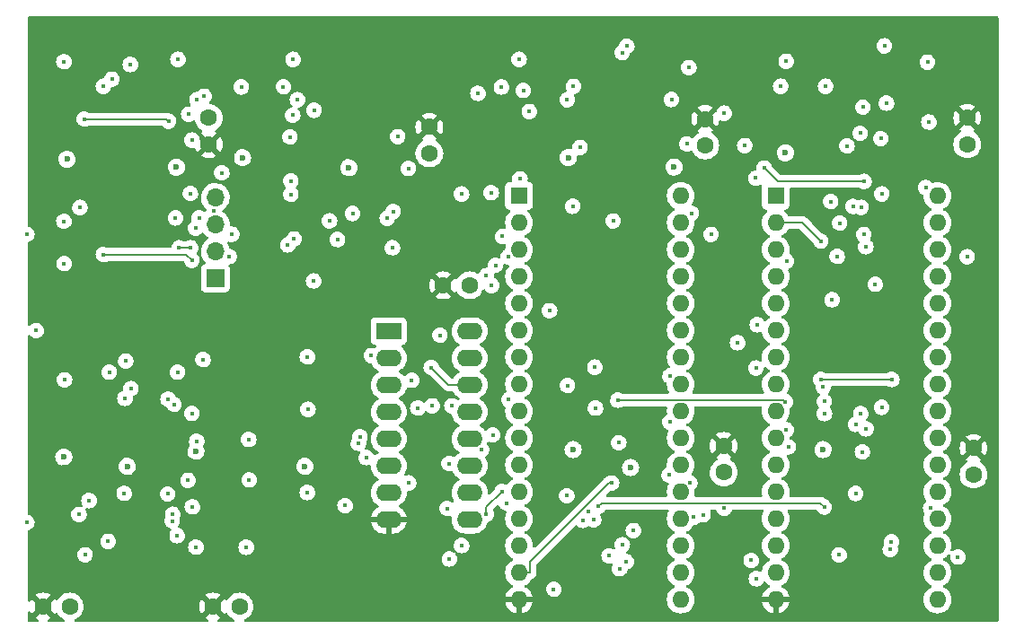
<source format=gbr>
%TF.GenerationSoftware,KiCad,Pcbnew,(6.0.2)*%
%TF.CreationDate,2022-07-24T16:40:57+01:00*%
%TF.ProjectId,Rosco_Hat_RAM,526f7363-6f5f-4486-9174-5f52414d2e6b,rev?*%
%TF.SameCoordinates,Original*%
%TF.FileFunction,Copper,L2,Inr*%
%TF.FilePolarity,Positive*%
%FSLAX46Y46*%
G04 Gerber Fmt 4.6, Leading zero omitted, Abs format (unit mm)*
G04 Created by KiCad (PCBNEW (6.0.2)) date 2022-07-24 16:40:57*
%MOMM*%
%LPD*%
G01*
G04 APERTURE LIST*
%TA.AperFunction,ComponentPad*%
%ADD10C,1.600000*%
%TD*%
%TA.AperFunction,ComponentPad*%
%ADD11R,1.600000X1.600000*%
%TD*%
%TA.AperFunction,ComponentPad*%
%ADD12O,1.600000X1.600000*%
%TD*%
%TA.AperFunction,ComponentPad*%
%ADD13R,1.700000X1.700000*%
%TD*%
%TA.AperFunction,ComponentPad*%
%ADD14O,1.700000X1.700000*%
%TD*%
%TA.AperFunction,ComponentPad*%
%ADD15R,2.400000X1.600000*%
%TD*%
%TA.AperFunction,ComponentPad*%
%ADD16O,2.400000X1.600000*%
%TD*%
%TA.AperFunction,ViaPad*%
%ADD17C,0.450000*%
%TD*%
%TA.AperFunction,ViaPad*%
%ADD18C,0.600000*%
%TD*%
%TA.AperFunction,Conductor*%
%ADD19C,0.200000*%
%TD*%
G04 APERTURE END LIST*
D10*
%TO.N,VCC*%
%TO.C,C3*%
X123150000Y-110350000D03*
%TO.N,GND*%
X120650000Y-110350000D03*
%TD*%
%TO.N,VCC*%
%TO.C,C7*%
X145350000Y-97150000D03*
%TO.N,GND*%
X145350000Y-94650000D03*
%TD*%
%TO.N,VCC*%
%TO.C,C10*%
X170650000Y-128200000D03*
%TO.N,GND*%
X170650000Y-125700000D03*
%TD*%
%TO.N,VCC*%
%TO.C,C12*%
X101450000Y-140650000D03*
%TO.N,GND*%
X98950000Y-140650000D03*
%TD*%
%TO.N,VCC*%
%TO.C,C8*%
X170050000Y-97050000D03*
%TO.N,GND*%
X170050000Y-94550000D03*
%TD*%
D11*
%TO.N,A19*%
%TO.C,U4*%
X152000000Y-101900000D03*
D12*
%TO.N,A17*%
X152000000Y-104440000D03*
%TO.N,A15*%
X152000000Y-106980000D03*
%TO.N,A13*%
X152000000Y-109520000D03*
%TO.N,A8*%
X152000000Y-112060000D03*
%TO.N,A7*%
X152000000Y-114600000D03*
%TO.N,A6*%
X152000000Y-117140000D03*
%TO.N,A5*%
X152000000Y-119680000D03*
%TO.N,A4*%
X152000000Y-122220000D03*
%TO.N,A3*%
X152000000Y-124760000D03*
%TO.N,A2*%
X152000000Y-127300000D03*
%TO.N,A1*%
X152000000Y-129840000D03*
%TO.N,D8*%
X152000000Y-132380000D03*
%TO.N,D9*%
X152000000Y-134920000D03*
%TO.N,D10*%
X152000000Y-137460000D03*
%TO.N,GND*%
X152000000Y-140000000D03*
%TO.N,D11*%
X167240000Y-140000000D03*
%TO.N,D12*%
X167240000Y-137460000D03*
%TO.N,D13*%
X167240000Y-134920000D03*
%TO.N,D14*%
X167240000Y-132380000D03*
%TO.N,D15*%
X167240000Y-129840000D03*
%TO.N,EVENRAMSEL*%
X167240000Y-127300000D03*
%TO.N,A11*%
X167240000Y-124760000D03*
%TO.N,WR*%
X167240000Y-122220000D03*
%TO.N,A12*%
X167240000Y-119680000D03*
%TO.N,A10*%
X167240000Y-117140000D03*
%TO.N,A9*%
X167240000Y-114600000D03*
%TO.N,A14*%
X167240000Y-112060000D03*
%TO.N,RW*%
X167240000Y-109520000D03*
%TO.N,A18*%
X167240000Y-106980000D03*
%TO.N,A16*%
X167240000Y-104440000D03*
%TO.N,VCC*%
X167240000Y-101900000D03*
%TD*%
D10*
%TO.N,VCC*%
%TO.C,C2*%
X85450000Y-140650000D03*
%TO.N,GND*%
X82950000Y-140650000D03*
%TD*%
D13*
%TO.N,A20*%
%TO.C,J1*%
X99171000Y-109683400D03*
D14*
%TO.N,A21*%
X99171000Y-107143400D03*
%TO.N,A22*%
X99171000Y-104603400D03*
%TO.N,A23*%
X99171000Y-102063400D03*
%TD*%
D10*
%TO.N,VCC*%
%TO.C,C11*%
X147100000Y-128000000D03*
%TO.N,GND*%
X147100000Y-125500000D03*
%TD*%
%TO.N,VCC*%
%TO.C,C9*%
X119350000Y-97900000D03*
%TO.N,GND*%
X119350000Y-95400000D03*
%TD*%
D11*
%TO.N,A19*%
%TO.C,U3*%
X127800000Y-101900000D03*
D12*
%TO.N,A17*%
X127800000Y-104440000D03*
%TO.N,A15*%
X127800000Y-106980000D03*
%TO.N,A13*%
X127800000Y-109520000D03*
%TO.N,A8*%
X127800000Y-112060000D03*
%TO.N,A7*%
X127800000Y-114600000D03*
%TO.N,A6*%
X127800000Y-117140000D03*
%TO.N,A5*%
X127800000Y-119680000D03*
%TO.N,A4*%
X127800000Y-122220000D03*
%TO.N,A3*%
X127800000Y-124760000D03*
%TO.N,A2*%
X127800000Y-127300000D03*
%TO.N,A1*%
X127800000Y-129840000D03*
%TO.N,D0*%
X127800000Y-132380000D03*
%TO.N,D1*%
X127800000Y-134920000D03*
%TO.N,D2*%
X127800000Y-137460000D03*
%TO.N,GND*%
X127800000Y-140000000D03*
%TO.N,D3*%
X143040000Y-140000000D03*
%TO.N,D4*%
X143040000Y-137460000D03*
%TO.N,D5*%
X143040000Y-134920000D03*
%TO.N,D6*%
X143040000Y-132380000D03*
%TO.N,D7*%
X143040000Y-129840000D03*
%TO.N,ODDRAMSEL*%
X143040000Y-127300000D03*
%TO.N,A11*%
X143040000Y-124760000D03*
%TO.N,WR*%
X143040000Y-122220000D03*
%TO.N,A12*%
X143040000Y-119680000D03*
%TO.N,A10*%
X143040000Y-117140000D03*
%TO.N,A9*%
X143040000Y-114600000D03*
%TO.N,A14*%
X143040000Y-112060000D03*
%TO.N,RW*%
X143040000Y-109520000D03*
%TO.N,A18*%
X143040000Y-106980000D03*
%TO.N,A16*%
X143040000Y-104440000D03*
%TO.N,VCC*%
X143040000Y-101900000D03*
%TD*%
D10*
%TO.N,VCC*%
%TO.C,C1*%
X98550000Y-94550000D03*
%TO.N,GND*%
X98550000Y-97050000D03*
%TD*%
D15*
%TO.N,ODDRAMSEL*%
%TO.C,U1*%
X115525000Y-114675000D03*
D16*
%TO.N,A20*%
X115525000Y-117215000D03*
%TO.N,A21*%
X115525000Y-119755000D03*
%TO.N,ODDRAM0*%
X115525000Y-122295000D03*
%TO.N,ODDRAM1*%
X115525000Y-124835000D03*
%TO.N,ODDRAM2*%
X115525000Y-127375000D03*
%TO.N,ODDRAM3*%
X115525000Y-129915000D03*
%TO.N,GND*%
X115525000Y-132455000D03*
%TO.N,EVENRAM3*%
X123145000Y-132455000D03*
%TO.N,EVENRAM2*%
X123145000Y-129915000D03*
%TO.N,EVENRAM1*%
X123145000Y-127375000D03*
%TO.N,EVENRAM0*%
X123145000Y-124835000D03*
%TO.N,A21*%
X123145000Y-122295000D03*
%TO.N,A20*%
X123145000Y-119755000D03*
%TO.N,EVENRAMSEL*%
X123145000Y-117215000D03*
%TO.N,VCC*%
X123145000Y-114675000D03*
%TD*%
D17*
%TO.N,A20*%
X108433800Y-109930500D03*
X119523900Y-118109400D03*
%TO.N,A19*%
X125175000Y-101607700D03*
X126780300Y-107663300D03*
X153011900Y-108074300D03*
X86900600Y-135769400D03*
X136287600Y-135874000D03*
X84916900Y-108287700D03*
%TO.N,A17*%
X97327000Y-104958300D03*
X81404000Y-105525600D03*
X95579200Y-133961200D03*
X81403100Y-132729600D03*
X156231100Y-106170000D03*
X100727000Y-105531700D03*
%TO.N,A16*%
X86324700Y-131962200D03*
X166599454Y-131364011D03*
X84905700Y-104299700D03*
X115934300Y-103385700D03*
X95112800Y-132588200D03*
X134351200Y-131696100D03*
X109936100Y-104265000D03*
%TO.N,A13*%
X156473500Y-119915000D03*
X123938500Y-92233700D03*
X132361200Y-119805500D03*
X84962900Y-119259300D03*
X88621700Y-91565000D03*
X156692600Y-91565000D03*
X124723800Y-109433000D03*
X128199400Y-91958200D03*
%TO.N,A8*%
X150261200Y-114069200D03*
X143804200Y-89802700D03*
%TO.N,A7*%
X142041100Y-118898500D03*
X91219600Y-120092800D03*
X132928500Y-91565000D03*
X148402900Y-115763200D03*
X126145800Y-91632500D03*
X105591200Y-91607400D03*
X152459600Y-91565000D03*
X101630600Y-91634400D03*
%TO.N,A6*%
X94730400Y-121085000D03*
X113886700Y-116970700D03*
X106912600Y-92835000D03*
X97443500Y-92835000D03*
%TO.N,A5*%
X134832100Y-132472500D03*
X136666700Y-104265000D03*
X97633300Y-103990100D03*
X112120400Y-103565900D03*
X95154100Y-131947000D03*
X158019100Y-104479200D03*
X144267500Y-132215500D03*
X106592100Y-105970300D03*
X126239300Y-105729300D03*
X110694700Y-106032800D03*
X95429100Y-103990100D03*
%TO.N,A4*%
X138584300Y-133483900D03*
X145897000Y-105535000D03*
X160289500Y-105535000D03*
X133818700Y-132527700D03*
X162910900Y-134553100D03*
X160013500Y-122448000D03*
%TO.N,A3*%
X115875700Y-106797100D03*
X132300000Y-130200000D03*
X96845600Y-106805000D03*
X160488800Y-106696400D03*
X145153650Y-132003650D03*
X106006600Y-106530600D03*
X125319700Y-124452000D03*
X137535400Y-134834500D03*
X102084900Y-135057400D03*
X95757200Y-106805000D03*
X162788600Y-135276000D03*
X160162200Y-126062300D03*
X97343900Y-135055000D03*
%TO.N,A2*%
X149682500Y-136298600D03*
X125573500Y-108447600D03*
X137905600Y-136425000D03*
%TO.N,A1*%
X125223200Y-110365200D03*
X137284100Y-137089200D03*
X150172400Y-138035900D03*
%TO.N,D0*%
X124716800Y-131939900D03*
X147150000Y-131376700D03*
X126192400Y-129804500D03*
X121025400Y-131403700D03*
%TO.N,D1*%
X96608700Y-128737900D03*
X117397900Y-128989600D03*
X159529700Y-129991100D03*
X122394400Y-134899100D03*
X102364500Y-128705000D03*
%TO.N,D2*%
X97423300Y-125048100D03*
X142034200Y-123245000D03*
X102319700Y-124895000D03*
X112660700Y-125243200D03*
X137202500Y-125200000D03*
X136527800Y-128998900D03*
D18*
%TO.N,GND*%
X97715000Y-127435000D03*
X90650000Y-125600000D03*
X85000000Y-127550000D03*
X107385000Y-126165000D03*
X85150000Y-99700000D03*
X150250000Y-98400000D03*
X142300000Y-97750000D03*
X134435000Y-127535000D03*
X156400000Y-127100000D03*
X128350000Y-98900000D03*
X95385000Y-97915000D03*
X137985000Y-126265000D03*
X105915000Y-99185000D03*
D17*
%TO.N,D3*%
X112811100Y-124622700D03*
X160499200Y-123881700D03*
%TO.N,D4*%
X152985700Y-123987400D03*
X113420000Y-126601700D03*
%TO.N,D5*%
X153187500Y-125585800D03*
%TO.N,D6*%
X141955400Y-128236500D03*
X143902400Y-129004600D03*
%TO.N,D7*%
X90582400Y-129975000D03*
X126609000Y-130899000D03*
X94677400Y-130033600D03*
X107841600Y-129893500D03*
%TO.N,ODDRAM0*%
X97010000Y-131245000D03*
%TO.N,A11*%
X137960900Y-87780600D03*
X162940100Y-119231300D03*
X152985500Y-89201700D03*
X84905700Y-89238000D03*
X134949800Y-118061800D03*
X82303700Y-114614200D03*
X156260300Y-119231300D03*
X150140300Y-118146300D03*
X95652400Y-89025000D03*
%TO.N,WR*%
X159530900Y-123470000D03*
X86414400Y-102995000D03*
X159271200Y-102900700D03*
X144042100Y-103546100D03*
X135299300Y-131175000D03*
X156569900Y-131262300D03*
X87270900Y-130655800D03*
%TO.N,A12*%
X95613100Y-118545000D03*
X89182500Y-118545000D03*
X89426900Y-90883200D03*
%TO.N,A10*%
X162242800Y-87755000D03*
%TO.N,A9*%
X90730800Y-117484400D03*
X98010300Y-117351500D03*
X166298600Y-89292500D03*
X91167100Y-89512500D03*
X106505300Y-89025000D03*
X127808000Y-89025000D03*
X107841600Y-117094600D03*
X137511500Y-88395900D03*
%TO.N,A14*%
X152919000Y-121317400D03*
X98108100Y-92503400D03*
X94774900Y-94864700D03*
X137130600Y-121185000D03*
X157311200Y-111703200D03*
X132342300Y-92835000D03*
X86825700Y-94662600D03*
X95272600Y-121580700D03*
X90662400Y-121008600D03*
X162441100Y-93156100D03*
X156580400Y-121308500D03*
X142175600Y-92815600D03*
%TO.N,A15*%
X118262100Y-121921300D03*
X156588900Y-122455000D03*
X157786600Y-107609900D03*
X128768700Y-93941500D03*
X108487400Y-93827700D03*
X147131400Y-94105000D03*
X126842300Y-121138900D03*
X117686000Y-119304700D03*
%TO.N,A18*%
X170046500Y-107647400D03*
X89074600Y-134499400D03*
X96970600Y-107990100D03*
X157967100Y-135782600D03*
X169171600Y-135985700D03*
X88621700Y-107440000D03*
X121244900Y-136164700D03*
X100470500Y-107623700D03*
D18*
%TO.N,VCC*%
X142415000Y-99185000D03*
X156450000Y-125850000D03*
X97350000Y-126000000D03*
X95500000Y-99200000D03*
X107615000Y-127435000D03*
X84900000Y-126550000D03*
X90865000Y-127435000D03*
X152900000Y-97850000D03*
X132900000Y-125850000D03*
X101750000Y-98300000D03*
X85200000Y-98450000D03*
X111750000Y-99250000D03*
X132450000Y-98300000D03*
X138315000Y-127535000D03*
D17*
%TO.N,D8*%
X122391000Y-101725000D03*
X157177700Y-102444000D03*
X96828600Y-101674900D03*
X106292200Y-101767600D03*
%TO.N,D9*%
X160323200Y-100540700D03*
X106292200Y-100491600D03*
X150909427Y-99280473D03*
X127892000Y-100292400D03*
X150112700Y-100231000D03*
X99787400Y-99728500D03*
%TO.N,D10*%
X149071500Y-97163600D03*
X158704000Y-97192600D03*
X117374600Y-99324400D03*
X143625300Y-97004000D03*
X106197400Y-96346100D03*
X96981800Y-96645000D03*
X133553600Y-97337200D03*
X116362800Y-96310800D03*
%TO.N,D11*%
X166435700Y-94943500D03*
%TO.N,D12*%
X159950000Y-96000000D03*
%TO.N,D13*%
X161900000Y-96500000D03*
%TO.N,D14*%
X166132200Y-101123100D03*
%TO.N,D15*%
X161996800Y-101725000D03*
%TO.N,ODDRAMSEL*%
X121469500Y-121716900D03*
X119617900Y-121716900D03*
X124264300Y-125879300D03*
%TO.N,RW*%
X107912500Y-122047700D03*
X96960900Y-122437100D03*
X161381600Y-110244800D03*
X161989400Y-121857300D03*
X160212000Y-93538000D03*
X106463600Y-94303000D03*
X135010900Y-121929000D03*
X96676100Y-94198200D03*
%TO.N,EVENRAM0*%
X99038800Y-103333400D03*
%TO.N,ODDRAM1*%
X111399500Y-131136200D03*
%TO.N,EVENRAM1*%
X115377400Y-104022000D03*
%TO.N,EVENRAM2*%
X121204800Y-127163000D03*
X132861000Y-102886200D03*
X120335400Y-115063400D03*
X130683200Y-112737600D03*
%TO.N,ODDRAM3*%
X131073900Y-139022900D03*
%TO.N,EVENRAM3*%
X160049200Y-102995000D03*
%TD*%
D19*
%TO.N,A20*%
X121169500Y-119755000D02*
X119523900Y-118109400D01*
X123145000Y-119755000D02*
X121169500Y-119755000D01*
%TO.N,A17*%
X154501100Y-104440000D02*
X156231100Y-106170000D01*
X152000000Y-104440000D02*
X154501100Y-104440000D01*
%TO.N,A3*%
X95757200Y-106805000D02*
X96845600Y-106805000D01*
%TO.N,D0*%
X124716800Y-131939900D02*
X124716800Y-131280100D01*
X124716800Y-131280100D02*
X126192400Y-129804500D01*
%TO.N,D2*%
X128850300Y-136409700D02*
X136261100Y-128998900D01*
X128850300Y-137460000D02*
X128850300Y-136409700D01*
X136261100Y-128998900D02*
X136527800Y-128998900D01*
X127800000Y-137460000D02*
X128850300Y-137460000D01*
%TO.N,A11*%
X162940100Y-119231300D02*
X156260300Y-119231300D01*
%TO.N,WR*%
X156209000Y-130901400D02*
X135572900Y-130901400D01*
X156569900Y-131262300D02*
X156209000Y-130901400D01*
X135572900Y-130901400D02*
X135299300Y-131175000D01*
%TO.N,A14*%
X152771200Y-121169600D02*
X152919000Y-121317400D01*
X86825700Y-94662600D02*
X94572800Y-94662600D01*
X94572800Y-94662600D02*
X94774900Y-94864700D01*
X137130600Y-121185000D02*
X137146000Y-121169600D01*
X137146000Y-121169600D02*
X152771200Y-121169600D01*
%TO.N,A18*%
X88621700Y-107440000D02*
X96420500Y-107440000D01*
X96420500Y-107440000D02*
X96970600Y-107990100D01*
%TO.N,D9*%
X152169654Y-100540700D02*
X150909427Y-99280473D01*
X160323200Y-100540700D02*
X152169654Y-100540700D01*
%TD*%
%TA.AperFunction,Conductor*%
%TO.N,GND*%
G36*
X172934121Y-84978002D02*
G01*
X172980614Y-85031658D01*
X172992000Y-85084000D01*
X172992000Y-141966000D01*
X172971998Y-142034121D01*
X172918342Y-142080614D01*
X172866000Y-142092000D01*
X102022145Y-142092000D01*
X101954024Y-142071998D01*
X101907531Y-142018342D01*
X101897427Y-141948068D01*
X101926921Y-141883488D01*
X101968895Y-141851805D01*
X102101762Y-141789849D01*
X102101767Y-141789846D01*
X102106749Y-141787523D01*
X102211611Y-141714098D01*
X102289789Y-141659357D01*
X102289792Y-141659355D01*
X102294300Y-141656198D01*
X102456198Y-141494300D01*
X102587523Y-141306749D01*
X102589846Y-141301767D01*
X102589849Y-141301762D01*
X102681961Y-141104225D01*
X102681961Y-141104224D01*
X102684284Y-141099243D01*
X102687281Y-141088060D01*
X102742119Y-140883402D01*
X102742119Y-140883400D01*
X102743543Y-140878087D01*
X102763498Y-140650000D01*
X102743543Y-140421913D01*
X102706981Y-140285461D01*
X102701906Y-140266522D01*
X126517273Y-140266522D01*
X126564764Y-140443761D01*
X126568510Y-140454053D01*
X126660586Y-140651511D01*
X126666069Y-140661007D01*
X126791028Y-140839467D01*
X126798084Y-140847875D01*
X126952125Y-141001916D01*
X126960533Y-141008972D01*
X127138993Y-141133931D01*
X127148489Y-141139414D01*
X127345947Y-141231490D01*
X127356239Y-141235236D01*
X127528503Y-141281394D01*
X127542599Y-141281058D01*
X127546000Y-141273116D01*
X127546000Y-141267967D01*
X128054000Y-141267967D01*
X128057973Y-141281498D01*
X128066522Y-141282727D01*
X128243761Y-141235236D01*
X128254053Y-141231490D01*
X128451511Y-141139414D01*
X128461007Y-141133931D01*
X128639467Y-141008972D01*
X128647875Y-141001916D01*
X128801916Y-140847875D01*
X128808972Y-140839467D01*
X128933931Y-140661007D01*
X128939414Y-140651511D01*
X129031490Y-140454053D01*
X129035236Y-140443761D01*
X129081394Y-140271497D01*
X129081058Y-140257401D01*
X129073116Y-140254000D01*
X128072115Y-140254000D01*
X128056876Y-140258475D01*
X128055671Y-140259865D01*
X128054000Y-140267548D01*
X128054000Y-141267967D01*
X127546000Y-141267967D01*
X127546000Y-140272115D01*
X127541525Y-140256876D01*
X127540135Y-140255671D01*
X127532452Y-140254000D01*
X126532033Y-140254000D01*
X126518502Y-140257973D01*
X126517273Y-140266522D01*
X102701906Y-140266522D01*
X102685707Y-140206067D01*
X102685706Y-140206065D01*
X102684284Y-140200757D01*
X102680440Y-140192514D01*
X102589849Y-139998238D01*
X102589846Y-139998233D01*
X102587523Y-139993251D01*
X102456198Y-139805700D01*
X102294300Y-139643802D01*
X102289792Y-139640645D01*
X102289789Y-139640643D01*
X102163920Y-139552509D01*
X102106749Y-139512477D01*
X102101767Y-139510154D01*
X102101762Y-139510151D01*
X101904225Y-139418039D01*
X101904224Y-139418039D01*
X101899243Y-139415716D01*
X101893935Y-139414294D01*
X101893933Y-139414293D01*
X101683402Y-139357881D01*
X101683400Y-139357881D01*
X101678087Y-139356457D01*
X101450000Y-139336502D01*
X101221913Y-139356457D01*
X101216600Y-139357881D01*
X101216598Y-139357881D01*
X101006067Y-139414293D01*
X101006065Y-139414294D01*
X101000757Y-139415716D01*
X100995776Y-139418039D01*
X100995775Y-139418039D01*
X100798238Y-139510151D01*
X100798233Y-139510154D01*
X100793251Y-139512477D01*
X100736080Y-139552509D01*
X100610211Y-139640643D01*
X100610208Y-139640645D01*
X100605700Y-139643802D01*
X100443802Y-139805700D01*
X100312477Y-139993251D01*
X100310153Y-139998235D01*
X100308829Y-140000528D01*
X100257447Y-140049521D01*
X100187733Y-140062957D01*
X100121822Y-140036571D01*
X100090591Y-140000528D01*
X100083934Y-139988998D01*
X100047491Y-139936952D01*
X100037012Y-139928576D01*
X100023566Y-139935644D01*
X99322022Y-140637188D01*
X99314408Y-140651132D01*
X99314539Y-140652965D01*
X99318790Y-140659580D01*
X100024287Y-141365077D01*
X100036062Y-141371507D01*
X100048077Y-141362211D01*
X100083934Y-141311002D01*
X100090591Y-141299472D01*
X100141973Y-141250479D01*
X100211687Y-141237042D01*
X100277598Y-141263429D01*
X100308829Y-141299472D01*
X100310153Y-141301765D01*
X100312477Y-141306749D01*
X100443802Y-141494300D01*
X100605700Y-141656198D01*
X100610208Y-141659355D01*
X100610211Y-141659357D01*
X100688389Y-141714098D01*
X100793251Y-141787523D01*
X100798233Y-141789846D01*
X100798238Y-141789849D01*
X100931105Y-141851805D01*
X100984390Y-141898722D01*
X101003851Y-141966999D01*
X100983309Y-142034959D01*
X100929287Y-142081025D01*
X100877855Y-142092000D01*
X99520962Y-142092000D01*
X99452841Y-142071998D01*
X99406348Y-142018342D01*
X99396244Y-141948068D01*
X99425738Y-141883488D01*
X99467712Y-141851805D01*
X99601511Y-141789414D01*
X99611006Y-141783931D01*
X99663048Y-141747491D01*
X99671424Y-141737012D01*
X99664356Y-141723566D01*
X98962812Y-141022022D01*
X98948868Y-141014408D01*
X98947035Y-141014539D01*
X98940420Y-141018790D01*
X98234923Y-141724287D01*
X98228493Y-141736062D01*
X98237789Y-141748077D01*
X98288994Y-141783931D01*
X98298489Y-141789414D01*
X98432288Y-141851805D01*
X98485573Y-141898722D01*
X98505034Y-141967000D01*
X98484492Y-142034960D01*
X98430469Y-142081025D01*
X98379038Y-142092000D01*
X86022145Y-142092000D01*
X85954024Y-142071998D01*
X85907531Y-142018342D01*
X85897427Y-141948068D01*
X85926921Y-141883488D01*
X85968895Y-141851805D01*
X86101762Y-141789849D01*
X86101767Y-141789846D01*
X86106749Y-141787523D01*
X86211611Y-141714098D01*
X86289789Y-141659357D01*
X86289792Y-141659355D01*
X86294300Y-141656198D01*
X86456198Y-141494300D01*
X86587523Y-141306749D01*
X86589846Y-141301767D01*
X86589849Y-141301762D01*
X86681961Y-141104225D01*
X86681961Y-141104224D01*
X86684284Y-141099243D01*
X86687281Y-141088060D01*
X86742119Y-140883402D01*
X86742119Y-140883400D01*
X86743543Y-140878087D01*
X86763019Y-140655475D01*
X97637483Y-140655475D01*
X97656472Y-140872519D01*
X97658375Y-140883312D01*
X97714764Y-141093761D01*
X97718510Y-141104053D01*
X97810586Y-141301511D01*
X97816069Y-141311006D01*
X97852509Y-141363048D01*
X97862988Y-141371424D01*
X97876434Y-141364356D01*
X98577978Y-140662812D01*
X98585592Y-140648868D01*
X98585461Y-140647035D01*
X98581210Y-140640420D01*
X97875713Y-139934923D01*
X97863938Y-139928493D01*
X97851923Y-139937789D01*
X97816069Y-139988994D01*
X97810586Y-139998489D01*
X97718510Y-140195947D01*
X97714764Y-140206239D01*
X97658375Y-140416688D01*
X97656472Y-140427481D01*
X97637483Y-140644525D01*
X97637483Y-140655475D01*
X86763019Y-140655475D01*
X86763498Y-140650000D01*
X86743543Y-140421913D01*
X86706981Y-140285461D01*
X86685707Y-140206067D01*
X86685706Y-140206065D01*
X86684284Y-140200757D01*
X86680440Y-140192514D01*
X86589849Y-139998238D01*
X86589846Y-139998233D01*
X86587523Y-139993251D01*
X86456198Y-139805700D01*
X86294300Y-139643802D01*
X86289792Y-139640645D01*
X86289789Y-139640643D01*
X86178886Y-139562988D01*
X98228576Y-139562988D01*
X98235644Y-139576434D01*
X98937188Y-140277978D01*
X98951132Y-140285592D01*
X98952965Y-140285461D01*
X98959580Y-140281210D01*
X99665077Y-139575713D01*
X99671507Y-139563938D01*
X99662211Y-139551923D01*
X99611006Y-139516069D01*
X99601511Y-139510586D01*
X99404053Y-139418510D01*
X99393761Y-139414764D01*
X99183312Y-139358375D01*
X99172519Y-139356472D01*
X98955475Y-139337483D01*
X98944525Y-139337483D01*
X98727481Y-139356472D01*
X98716688Y-139358375D01*
X98506239Y-139414764D01*
X98495947Y-139418510D01*
X98298489Y-139510586D01*
X98288994Y-139516069D01*
X98236952Y-139552509D01*
X98228576Y-139562988D01*
X86178886Y-139562988D01*
X86163920Y-139552509D01*
X86106749Y-139512477D01*
X86101767Y-139510154D01*
X86101762Y-139510151D01*
X85904225Y-139418039D01*
X85904224Y-139418039D01*
X85899243Y-139415716D01*
X85893935Y-139414294D01*
X85893933Y-139414293D01*
X85683402Y-139357881D01*
X85683400Y-139357881D01*
X85678087Y-139356457D01*
X85450000Y-139336502D01*
X85221913Y-139356457D01*
X85216600Y-139357881D01*
X85216598Y-139357881D01*
X85006067Y-139414293D01*
X85006065Y-139414294D01*
X85000757Y-139415716D01*
X84995776Y-139418039D01*
X84995775Y-139418039D01*
X84798238Y-139510151D01*
X84798233Y-139510154D01*
X84793251Y-139512477D01*
X84736080Y-139552509D01*
X84610211Y-139640643D01*
X84610208Y-139640645D01*
X84605700Y-139643802D01*
X84443802Y-139805700D01*
X84312477Y-139993251D01*
X84310153Y-139998235D01*
X84308829Y-140000528D01*
X84257447Y-140049521D01*
X84187733Y-140062957D01*
X84121822Y-140036571D01*
X84090591Y-140000528D01*
X84083934Y-139988998D01*
X84047491Y-139936952D01*
X84037012Y-139928576D01*
X84023566Y-139935644D01*
X83322022Y-140637188D01*
X83314408Y-140651132D01*
X83314539Y-140652965D01*
X83318790Y-140659580D01*
X84024287Y-141365077D01*
X84036062Y-141371507D01*
X84048077Y-141362211D01*
X84083934Y-141311002D01*
X84090591Y-141299472D01*
X84141973Y-141250479D01*
X84211687Y-141237042D01*
X84277598Y-141263429D01*
X84308829Y-141299472D01*
X84310153Y-141301765D01*
X84312477Y-141306749D01*
X84443802Y-141494300D01*
X84605700Y-141656198D01*
X84610208Y-141659355D01*
X84610211Y-141659357D01*
X84688389Y-141714098D01*
X84793251Y-141787523D01*
X84798233Y-141789846D01*
X84798238Y-141789849D01*
X84931105Y-141851805D01*
X84984390Y-141898722D01*
X85003851Y-141966999D01*
X84983309Y-142034959D01*
X84929287Y-142081025D01*
X84877855Y-142092000D01*
X83520962Y-142092000D01*
X83452841Y-142071998D01*
X83406348Y-142018342D01*
X83396244Y-141948068D01*
X83425738Y-141883488D01*
X83467712Y-141851805D01*
X83601511Y-141789414D01*
X83611006Y-141783931D01*
X83663048Y-141747491D01*
X83671424Y-141737012D01*
X83664356Y-141723566D01*
X82962812Y-141022022D01*
X82948868Y-141014408D01*
X82947035Y-141014539D01*
X82940420Y-141018790D01*
X82234923Y-141724287D01*
X82228493Y-141736062D01*
X82237789Y-141748077D01*
X82288994Y-141783931D01*
X82298489Y-141789414D01*
X82432288Y-141851805D01*
X82485573Y-141898722D01*
X82505034Y-141967000D01*
X82484492Y-142034960D01*
X82430469Y-142081025D01*
X82379038Y-142092000D01*
X81630132Y-142092000D01*
X81562011Y-142071998D01*
X81515518Y-142018342D01*
X81504132Y-141965991D01*
X81504183Y-141212767D01*
X81524190Y-141144648D01*
X81577848Y-141098159D01*
X81648123Y-141088060D01*
X81712702Y-141117557D01*
X81744378Y-141159526D01*
X81810586Y-141301511D01*
X81816069Y-141311006D01*
X81852509Y-141363048D01*
X81862988Y-141371424D01*
X81876434Y-141364356D01*
X82577978Y-140662812D01*
X82585592Y-140648868D01*
X82585461Y-140647035D01*
X82581210Y-140640420D01*
X81875713Y-139934923D01*
X81863938Y-139928493D01*
X81851923Y-139937789D01*
X81816069Y-139988994D01*
X81810586Y-139998489D01*
X81744454Y-140140310D01*
X81697537Y-140193595D01*
X81629259Y-140213056D01*
X81561299Y-140192514D01*
X81515234Y-140138491D01*
X81504259Y-140087051D01*
X81504263Y-140036571D01*
X81504295Y-139562988D01*
X82228576Y-139562988D01*
X82235644Y-139576434D01*
X82937188Y-140277978D01*
X82951132Y-140285592D01*
X82952965Y-140285461D01*
X82959580Y-140281210D01*
X83665077Y-139575713D01*
X83671507Y-139563938D01*
X83662211Y-139551923D01*
X83611006Y-139516069D01*
X83601511Y-139510586D01*
X83404053Y-139418510D01*
X83393761Y-139414764D01*
X83183312Y-139358375D01*
X83172519Y-139356472D01*
X82955475Y-139337483D01*
X82944525Y-139337483D01*
X82727481Y-139356472D01*
X82716688Y-139358375D01*
X82506239Y-139414764D01*
X82495947Y-139418510D01*
X82298489Y-139510586D01*
X82288994Y-139516069D01*
X82236952Y-139552509D01*
X82228576Y-139562988D01*
X81504295Y-139562988D01*
X81504553Y-135759094D01*
X86162531Y-135759094D01*
X86178589Y-135922868D01*
X86230532Y-136079015D01*
X86234181Y-136085040D01*
X86298353Y-136190999D01*
X86315779Y-136219773D01*
X86430091Y-136338147D01*
X86567789Y-136428254D01*
X86722028Y-136485615D01*
X86729009Y-136486546D01*
X86729011Y-136486547D01*
X86878161Y-136506448D01*
X86878165Y-136506448D01*
X86885142Y-136507379D01*
X86892153Y-136506741D01*
X86892157Y-136506741D01*
X87042003Y-136493104D01*
X87042004Y-136493104D01*
X87049024Y-136492465D01*
X87086341Y-136480340D01*
X87198830Y-136443790D01*
X87198833Y-136443789D01*
X87205529Y-136441613D01*
X87346879Y-136357351D01*
X87466049Y-136243868D01*
X87473288Y-136232973D01*
X87525496Y-136154394D01*
X120506831Y-136154394D01*
X120522889Y-136318168D01*
X120574832Y-136474315D01*
X120578481Y-136480340D01*
X120655926Y-136608215D01*
X120660079Y-136615073D01*
X120774391Y-136733447D01*
X120912089Y-136823554D01*
X121066328Y-136880915D01*
X121073309Y-136881846D01*
X121073311Y-136881847D01*
X121222461Y-136901748D01*
X121222465Y-136901748D01*
X121229442Y-136902679D01*
X121236453Y-136902041D01*
X121236457Y-136902041D01*
X121386303Y-136888404D01*
X121386304Y-136888404D01*
X121393324Y-136887765D01*
X121456164Y-136867347D01*
X121543130Y-136839090D01*
X121543133Y-136839089D01*
X121549829Y-136836913D01*
X121691179Y-136752651D01*
X121810349Y-136639168D01*
X121814250Y-136633297D01*
X121897514Y-136507975D01*
X121897515Y-136507973D01*
X121901415Y-136502103D01*
X121959851Y-136348268D01*
X121969263Y-136281300D01*
X121982202Y-136189234D01*
X121982203Y-136189227D01*
X121982753Y-136185310D01*
X121983041Y-136164700D01*
X121964698Y-136001166D01*
X121961906Y-135993147D01*
X121939760Y-135929553D01*
X121910580Y-135845760D01*
X121905729Y-135837996D01*
X121827109Y-135712179D01*
X121823376Y-135706205D01*
X121805613Y-135688317D01*
X121771805Y-135625888D01*
X121775111Y-135581811D01*
X121751972Y-135589985D01*
X121677664Y-135570553D01*
X121574436Y-135505042D01*
X121574430Y-135505039D01*
X121568480Y-135501263D01*
X121495711Y-135475351D01*
X121420089Y-135448423D01*
X121420087Y-135448422D01*
X121413455Y-135446061D01*
X121406469Y-135445228D01*
X121406465Y-135445227D01*
X121274298Y-135429468D01*
X121250053Y-135426577D01*
X121243050Y-135427313D01*
X121243049Y-135427313D01*
X121199835Y-135431855D01*
X121086395Y-135443778D01*
X121079727Y-135446048D01*
X120937282Y-135494540D01*
X120937279Y-135494541D01*
X120930615Y-135496810D01*
X120865731Y-135536727D01*
X120796811Y-135579127D01*
X120790455Y-135583037D01*
X120753450Y-135619275D01*
X120682946Y-135688318D01*
X120672882Y-135698173D01*
X120583738Y-135836497D01*
X120581327Y-135843120D01*
X120581326Y-135843123D01*
X120529866Y-135984509D01*
X120529865Y-135984514D01*
X120527456Y-135991132D01*
X120506831Y-136154394D01*
X87525496Y-136154394D01*
X87553214Y-136112675D01*
X87553215Y-136112673D01*
X87557115Y-136106803D01*
X87615551Y-135952968D01*
X87627555Y-135867555D01*
X87637902Y-135793934D01*
X87637903Y-135793927D01*
X87638453Y-135790010D01*
X87638620Y-135778065D01*
X87638686Y-135773362D01*
X87638686Y-135773356D01*
X87638741Y-135769400D01*
X87620398Y-135605866D01*
X87614598Y-135589209D01*
X87582421Y-135496810D01*
X87566280Y-135450460D01*
X87551878Y-135427411D01*
X87482809Y-135316879D01*
X87479076Y-135310905D01*
X87411023Y-135242375D01*
X87368086Y-135199137D01*
X87368082Y-135199134D01*
X87363122Y-135194139D01*
X87224180Y-135105963D01*
X87138939Y-135075610D01*
X87075789Y-135053123D01*
X87075787Y-135053122D01*
X87069155Y-135050761D01*
X87062169Y-135049928D01*
X87062165Y-135049927D01*
X86947671Y-135036275D01*
X86905753Y-135031277D01*
X86898750Y-135032013D01*
X86898749Y-135032013D01*
X86855535Y-135036555D01*
X86742095Y-135048478D01*
X86735427Y-135050748D01*
X86592982Y-135099240D01*
X86592979Y-135099241D01*
X86586315Y-135101510D01*
X86494942Y-135157723D01*
X86468826Y-135173790D01*
X86446155Y-135187737D01*
X86403976Y-135229042D01*
X86334308Y-135297266D01*
X86328582Y-135302873D01*
X86239438Y-135441197D01*
X86237027Y-135447820D01*
X86237026Y-135447823D01*
X86185566Y-135589209D01*
X86185565Y-135589214D01*
X86183156Y-135595832D01*
X86162531Y-135759094D01*
X81504553Y-135759094D01*
X81504639Y-134489094D01*
X88336531Y-134489094D01*
X88352589Y-134652868D01*
X88404532Y-134809015D01*
X88417972Y-134831207D01*
X88484993Y-134941870D01*
X88489779Y-134949773D01*
X88604091Y-135068147D01*
X88741789Y-135158254D01*
X88896028Y-135215615D01*
X88903009Y-135216546D01*
X88903011Y-135216547D01*
X89052161Y-135236448D01*
X89052165Y-135236448D01*
X89059142Y-135237379D01*
X89066153Y-135236741D01*
X89066157Y-135236741D01*
X89216003Y-135223104D01*
X89216004Y-135223104D01*
X89223024Y-135222465D01*
X89259654Y-135210563D01*
X89372830Y-135173790D01*
X89372833Y-135173789D01*
X89379529Y-135171613D01*
X89520879Y-135087351D01*
X89565674Y-135044694D01*
X96605831Y-135044694D01*
X96621889Y-135208468D01*
X96673832Y-135364615D01*
X96679254Y-135373568D01*
X96755158Y-135498898D01*
X96759079Y-135505373D01*
X96763970Y-135510438D01*
X96763971Y-135510439D01*
X96789357Y-135536727D01*
X96873391Y-135623747D01*
X97011089Y-135713854D01*
X97165328Y-135771215D01*
X97172309Y-135772146D01*
X97172311Y-135772147D01*
X97321461Y-135792048D01*
X97321465Y-135792048D01*
X97328442Y-135792979D01*
X97335453Y-135792341D01*
X97335457Y-135792341D01*
X97485303Y-135778704D01*
X97485304Y-135778704D01*
X97492324Y-135778065D01*
X97534688Y-135764300D01*
X97642130Y-135729390D01*
X97642133Y-135729389D01*
X97648829Y-135727213D01*
X97790179Y-135642951D01*
X97909349Y-135529468D01*
X97913250Y-135523597D01*
X97996514Y-135398275D01*
X97996515Y-135398273D01*
X98000415Y-135392403D01*
X98058851Y-135238568D01*
X98071567Y-135148087D01*
X98081202Y-135079534D01*
X98081203Y-135079527D01*
X98081753Y-135075610D01*
X98081916Y-135063948D01*
X98081986Y-135058962D01*
X98081986Y-135058956D01*
X98082041Y-135055000D01*
X98081154Y-135047094D01*
X101346831Y-135047094D01*
X101362889Y-135210868D01*
X101414832Y-135367015D01*
X101426217Y-135385813D01*
X101494978Y-135499350D01*
X101500079Y-135507773D01*
X101504970Y-135512838D01*
X101504971Y-135512839D01*
X101533590Y-135542475D01*
X101614391Y-135626147D01*
X101752089Y-135716254D01*
X101906328Y-135773615D01*
X101913309Y-135774546D01*
X101913311Y-135774547D01*
X102062461Y-135794448D01*
X102062465Y-135794448D01*
X102069442Y-135795379D01*
X102076453Y-135794741D01*
X102076457Y-135794741D01*
X102226303Y-135781104D01*
X102226304Y-135781104D01*
X102233324Y-135780465D01*
X102279997Y-135765300D01*
X102383130Y-135731790D01*
X102383133Y-135731789D01*
X102389829Y-135729613D01*
X102531179Y-135645351D01*
X102650349Y-135531868D01*
X102654250Y-135525997D01*
X102737514Y-135400675D01*
X102737515Y-135400673D01*
X102741415Y-135394803D01*
X102799851Y-135240968D01*
X102810107Y-135167989D01*
X102822202Y-135081934D01*
X102822203Y-135081927D01*
X102822753Y-135078010D01*
X102822916Y-135066323D01*
X102822986Y-135061362D01*
X102822986Y-135061356D01*
X102823041Y-135057400D01*
X102804698Y-134893866D01*
X102802932Y-134888794D01*
X121656331Y-134888794D01*
X121672389Y-135052568D01*
X121724332Y-135208715D01*
X121727981Y-135214740D01*
X121800364Y-135334257D01*
X121809579Y-135349473D01*
X121814470Y-135354538D01*
X121814471Y-135354539D01*
X121835815Y-135376641D01*
X121868747Y-135439537D01*
X121864986Y-135481750D01*
X121886466Y-135473824D01*
X121955788Y-135489156D01*
X121964011Y-135494101D01*
X121984904Y-135507773D01*
X122061589Y-135557954D01*
X122215828Y-135615315D01*
X122222809Y-135616246D01*
X122222811Y-135616247D01*
X122371961Y-135636148D01*
X122371965Y-135636148D01*
X122378942Y-135637079D01*
X122385953Y-135636441D01*
X122385957Y-135636441D01*
X122535803Y-135622804D01*
X122535804Y-135622804D01*
X122542824Y-135622165D01*
X122602349Y-135602824D01*
X122692630Y-135573490D01*
X122692633Y-135573489D01*
X122699329Y-135571313D01*
X122840679Y-135487051D01*
X122959849Y-135373568D01*
X122964203Y-135367015D01*
X123047014Y-135242375D01*
X123047015Y-135242373D01*
X123050915Y-135236503D01*
X123109351Y-135082668D01*
X123121511Y-134996146D01*
X123131702Y-134923634D01*
X123131703Y-134923627D01*
X123132253Y-134919710D01*
X123132541Y-134899100D01*
X123114198Y-134735566D01*
X123108398Y-134718909D01*
X123074828Y-134622510D01*
X123060080Y-134580160D01*
X123053575Y-134569749D01*
X122976609Y-134446579D01*
X122972876Y-134440605D01*
X122900749Y-134367973D01*
X122861886Y-134328837D01*
X122861882Y-134328834D01*
X122856922Y-134323839D01*
X122717980Y-134235663D01*
X122645910Y-134210000D01*
X122569589Y-134182823D01*
X122569587Y-134182822D01*
X122562955Y-134180461D01*
X122555969Y-134179628D01*
X122555965Y-134179627D01*
X122435556Y-134165270D01*
X122399553Y-134160977D01*
X122392550Y-134161713D01*
X122392549Y-134161713D01*
X122358707Y-134165270D01*
X122235895Y-134178178D01*
X122229227Y-134180448D01*
X122086782Y-134228940D01*
X122086779Y-134228941D01*
X122080115Y-134231210D01*
X121939955Y-134317437D01*
X121918193Y-134338748D01*
X121868675Y-134387240D01*
X121822382Y-134432573D01*
X121733238Y-134570897D01*
X121730827Y-134577520D01*
X121730826Y-134577523D01*
X121679366Y-134718909D01*
X121679365Y-134718914D01*
X121676956Y-134725532D01*
X121656331Y-134888794D01*
X102802932Y-134888794D01*
X102798898Y-134877209D01*
X102752898Y-134745117D01*
X102750580Y-134738460D01*
X102726035Y-134699179D01*
X102667109Y-134604879D01*
X102663376Y-134598905D01*
X102589865Y-134524879D01*
X102552386Y-134487137D01*
X102552382Y-134487134D01*
X102547422Y-134482139D01*
X102408480Y-134393963D01*
X102321655Y-134363046D01*
X102260089Y-134341123D01*
X102260087Y-134341122D01*
X102253455Y-134338761D01*
X102246469Y-134337928D01*
X102246465Y-134337927D01*
X102128312Y-134323839D01*
X102090053Y-134319277D01*
X102083050Y-134320013D01*
X102083049Y-134320013D01*
X102046648Y-134323839D01*
X101926395Y-134336478D01*
X101919727Y-134338748D01*
X101777282Y-134387240D01*
X101777279Y-134387241D01*
X101770615Y-134389510D01*
X101630455Y-134475737D01*
X101609654Y-134496107D01*
X101526515Y-134577523D01*
X101512882Y-134590873D01*
X101423738Y-134729197D01*
X101421327Y-134735820D01*
X101421326Y-134735823D01*
X101369866Y-134877209D01*
X101369865Y-134877214D01*
X101367456Y-134883832D01*
X101346831Y-135047094D01*
X98081154Y-135047094D01*
X98063698Y-134891466D01*
X98057898Y-134874809D01*
X98011898Y-134742717D01*
X98009580Y-134736060D01*
X98005602Y-134729693D01*
X97926109Y-134602479D01*
X97922376Y-134596505D01*
X97846413Y-134520010D01*
X97811386Y-134484737D01*
X97811382Y-134484734D01*
X97806422Y-134479739D01*
X97667480Y-134391563D01*
X97587395Y-134363046D01*
X97519089Y-134338723D01*
X97519087Y-134338722D01*
X97512455Y-134336361D01*
X97505469Y-134335528D01*
X97505465Y-134335527D01*
X97390971Y-134321875D01*
X97349053Y-134316877D01*
X97342050Y-134317613D01*
X97342049Y-134317613D01*
X97318283Y-134320111D01*
X97185395Y-134334078D01*
X97178727Y-134336348D01*
X97036282Y-134384840D01*
X97036279Y-134384841D01*
X97029615Y-134387110D01*
X96889455Y-134473337D01*
X96771882Y-134588473D01*
X96682738Y-134726797D01*
X96680327Y-134733420D01*
X96680326Y-134733423D01*
X96628866Y-134874809D01*
X96628865Y-134874814D01*
X96626456Y-134881432D01*
X96605831Y-135044694D01*
X89565674Y-135044694D01*
X89640049Y-134973868D01*
X89652692Y-134954839D01*
X89727214Y-134842675D01*
X89727215Y-134842673D01*
X89731115Y-134836803D01*
X89789551Y-134682968D01*
X89801662Y-134596796D01*
X89811902Y-134523934D01*
X89811903Y-134523927D01*
X89812453Y-134520010D01*
X89812741Y-134499400D01*
X89794398Y-134335866D01*
X89788878Y-134320013D01*
X89756899Y-134228184D01*
X89740280Y-134180460D01*
X89722093Y-134151354D01*
X89656809Y-134046879D01*
X89653076Y-134040905D01*
X89594392Y-133981810D01*
X89542086Y-133929137D01*
X89542082Y-133929134D01*
X89537122Y-133924139D01*
X89398180Y-133835963D01*
X89341587Y-133815811D01*
X89249789Y-133783123D01*
X89249787Y-133783122D01*
X89243155Y-133780761D01*
X89236169Y-133779928D01*
X89236165Y-133779927D01*
X89121671Y-133766275D01*
X89079753Y-133761277D01*
X89072750Y-133762013D01*
X89072749Y-133762013D01*
X89029535Y-133766555D01*
X88916095Y-133778478D01*
X88909427Y-133780748D01*
X88766982Y-133829240D01*
X88766979Y-133829241D01*
X88760315Y-133831510D01*
X88620155Y-133917737D01*
X88502582Y-134032873D01*
X88413438Y-134171197D01*
X88411027Y-134177820D01*
X88411026Y-134177823D01*
X88359566Y-134319209D01*
X88359565Y-134319214D01*
X88357156Y-134325832D01*
X88336531Y-134489094D01*
X81504639Y-134489094D01*
X81504702Y-133559413D01*
X81524709Y-133491294D01*
X81578367Y-133444805D01*
X81591759Y-133439592D01*
X81654896Y-133419077D01*
X81701330Y-133403990D01*
X81701333Y-133403989D01*
X81708029Y-133401813D01*
X81849379Y-133317551D01*
X81968549Y-133204068D01*
X81972450Y-133198197D01*
X82055714Y-133072875D01*
X82055715Y-133072873D01*
X82059615Y-133067003D01*
X82118051Y-132913168D01*
X82136998Y-132778354D01*
X82140402Y-132754134D01*
X82140403Y-132754127D01*
X82140953Y-132750210D01*
X82141143Y-132736623D01*
X82141186Y-132733562D01*
X82141186Y-132733556D01*
X82141241Y-132729600D01*
X82122898Y-132566066D01*
X82108904Y-132525879D01*
X82071098Y-132417317D01*
X82068780Y-132410660D01*
X82049622Y-132380000D01*
X81985309Y-132277079D01*
X81981576Y-132271105D01*
X81899524Y-132188478D01*
X81870586Y-132159337D01*
X81870582Y-132159334D01*
X81865622Y-132154339D01*
X81726680Y-132066163D01*
X81684350Y-132051090D01*
X81588548Y-132016976D01*
X81531084Y-131975282D01*
X81521961Y-131951894D01*
X85586631Y-131951894D01*
X85602689Y-132115668D01*
X85654632Y-132271815D01*
X85658281Y-132277840D01*
X85723468Y-132385475D01*
X85739879Y-132412573D01*
X85854191Y-132530947D01*
X85991889Y-132621054D01*
X86146128Y-132678415D01*
X86153109Y-132679346D01*
X86153111Y-132679347D01*
X86302261Y-132699248D01*
X86302265Y-132699248D01*
X86309242Y-132700179D01*
X86316253Y-132699541D01*
X86316257Y-132699541D01*
X86466103Y-132685904D01*
X86466104Y-132685904D01*
X86473124Y-132685265D01*
X86496693Y-132677607D01*
X86622930Y-132636590D01*
X86622933Y-132636589D01*
X86629629Y-132634413D01*
X86724440Y-132577894D01*
X94374731Y-132577894D01*
X94390789Y-132741668D01*
X94442732Y-132897815D01*
X94446381Y-132903840D01*
X94524047Y-133032080D01*
X94527979Y-133038573D01*
X94532870Y-133043638D01*
X94532871Y-133043639D01*
X94555433Y-133067003D01*
X94642291Y-133156947D01*
X94779989Y-133247054D01*
X94934228Y-133304415D01*
X94934764Y-133304487D01*
X94993803Y-133339072D01*
X95025936Y-133402381D01*
X95018741Y-133473012D01*
X95006246Y-133494070D01*
X95007182Y-133494673D01*
X94918038Y-133632997D01*
X94915627Y-133639620D01*
X94915626Y-133639623D01*
X94864166Y-133781009D01*
X94864165Y-133781014D01*
X94861756Y-133787632D01*
X94841131Y-133950894D01*
X94857189Y-134114668D01*
X94909132Y-134270815D01*
X94912781Y-134276840D01*
X94985290Y-134396565D01*
X94994379Y-134411573D01*
X95108691Y-134529947D01*
X95246389Y-134620054D01*
X95400628Y-134677415D01*
X95407609Y-134678346D01*
X95407611Y-134678347D01*
X95556761Y-134698248D01*
X95556765Y-134698248D01*
X95563742Y-134699179D01*
X95570753Y-134698541D01*
X95570757Y-134698541D01*
X95720603Y-134684904D01*
X95720604Y-134684904D01*
X95727624Y-134684265D01*
X95777916Y-134667924D01*
X95877430Y-134635590D01*
X95877433Y-134635589D01*
X95884129Y-134633413D01*
X96025479Y-134549151D01*
X96144649Y-134435668D01*
X96160658Y-134411573D01*
X96231814Y-134304475D01*
X96231815Y-134304473D01*
X96235715Y-134298603D01*
X96294151Y-134144768D01*
X96304399Y-134071851D01*
X96316502Y-133985734D01*
X96316503Y-133985727D01*
X96317053Y-133981810D01*
X96317341Y-133961200D01*
X96298998Y-133797666D01*
X96293198Y-133781009D01*
X96261255Y-133689284D01*
X96244880Y-133642260D01*
X96237444Y-133630359D01*
X96161409Y-133508679D01*
X96157676Y-133502705D01*
X96094999Y-133439589D01*
X96046686Y-133390937D01*
X96046682Y-133390934D01*
X96041722Y-133385939D01*
X95902780Y-133297763D01*
X95747755Y-133242561D01*
X95748744Y-133239783D01*
X95698459Y-133211230D01*
X95665474Y-133148361D01*
X95671714Y-133077639D01*
X95684070Y-133053907D01*
X95769315Y-132925603D01*
X95827751Y-132771768D01*
X95834813Y-132721522D01*
X113842273Y-132721522D01*
X113889764Y-132898761D01*
X113893510Y-132909053D01*
X113985586Y-133106511D01*
X113991069Y-133116007D01*
X114116028Y-133294467D01*
X114123084Y-133302875D01*
X114277125Y-133456916D01*
X114285533Y-133463972D01*
X114463993Y-133588931D01*
X114473489Y-133594414D01*
X114670947Y-133686490D01*
X114681239Y-133690236D01*
X114891688Y-133746625D01*
X114902481Y-133748528D01*
X115065170Y-133762762D01*
X115070635Y-133763000D01*
X115252885Y-133763000D01*
X115268124Y-133758525D01*
X115269329Y-133757135D01*
X115271000Y-133749452D01*
X115271000Y-133744885D01*
X115779000Y-133744885D01*
X115783475Y-133760124D01*
X115784865Y-133761329D01*
X115792548Y-133763000D01*
X115979365Y-133763000D01*
X115984830Y-133762762D01*
X116147519Y-133748528D01*
X116158312Y-133746625D01*
X116368761Y-133690236D01*
X116379053Y-133686490D01*
X116576511Y-133594414D01*
X116586007Y-133588931D01*
X116764467Y-133463972D01*
X116772875Y-133456916D01*
X116926916Y-133302875D01*
X116933972Y-133294467D01*
X117058931Y-133116007D01*
X117064414Y-133106511D01*
X117156490Y-132909053D01*
X117160236Y-132898761D01*
X117206394Y-132726497D01*
X117206058Y-132712401D01*
X117198116Y-132709000D01*
X115797115Y-132709000D01*
X115781876Y-132713475D01*
X115780671Y-132714865D01*
X115779000Y-132722548D01*
X115779000Y-133744885D01*
X115271000Y-133744885D01*
X115271000Y-132727115D01*
X115266525Y-132711876D01*
X115265135Y-132710671D01*
X115257452Y-132709000D01*
X113857033Y-132709000D01*
X113843502Y-132712973D01*
X113842273Y-132721522D01*
X95834813Y-132721522D01*
X95840871Y-132678415D01*
X95850102Y-132612734D01*
X95850103Y-132612727D01*
X95850653Y-132608810D01*
X95850941Y-132588200D01*
X95836615Y-132460475D01*
X95833383Y-132431663D01*
X95833383Y-132431661D01*
X95832598Y-132424666D01*
X95830284Y-132418021D01*
X95830282Y-132418012D01*
X95811683Y-132364605D01*
X95808169Y-132293695D01*
X95812886Y-132278424D01*
X95832463Y-132226888D01*
X95869051Y-132130568D01*
X95883440Y-132028184D01*
X95891402Y-131971534D01*
X95891403Y-131971527D01*
X95891953Y-131967610D01*
X95892241Y-131947000D01*
X95873898Y-131783466D01*
X95869109Y-131769712D01*
X95841123Y-131689350D01*
X95819780Y-131628060D01*
X95815344Y-131620960D01*
X95736309Y-131494479D01*
X95732576Y-131488505D01*
X95645091Y-131400407D01*
X95621586Y-131376737D01*
X95621582Y-131376734D01*
X95616622Y-131371739D01*
X95477680Y-131283563D01*
X95417967Y-131262300D01*
X95340441Y-131234694D01*
X96271931Y-131234694D01*
X96287989Y-131398468D01*
X96339932Y-131554615D01*
X96343581Y-131560640D01*
X96401844Y-131656842D01*
X96425179Y-131695373D01*
X96430070Y-131700438D01*
X96430071Y-131700439D01*
X96469846Y-131741627D01*
X96539491Y-131813747D01*
X96677189Y-131903854D01*
X96831428Y-131961215D01*
X96838409Y-131962146D01*
X96838411Y-131962147D01*
X96987561Y-131982048D01*
X96987565Y-131982048D01*
X96994542Y-131982979D01*
X97001553Y-131982341D01*
X97001557Y-131982341D01*
X97151403Y-131968704D01*
X97151404Y-131968704D01*
X97158424Y-131968065D01*
X97223255Y-131947000D01*
X97308230Y-131919390D01*
X97308233Y-131919389D01*
X97314929Y-131917213D01*
X97456279Y-131832951D01*
X97575449Y-131719468D01*
X97579964Y-131712673D01*
X97662614Y-131588275D01*
X97662615Y-131588273D01*
X97666515Y-131582403D01*
X97724951Y-131428568D01*
X97736455Y-131346711D01*
X97747302Y-131269534D01*
X97747303Y-131269527D01*
X97747853Y-131265610D01*
X97748016Y-131253959D01*
X97748086Y-131248962D01*
X97748086Y-131248956D01*
X97748141Y-131245000D01*
X97734781Y-131125894D01*
X110661431Y-131125894D01*
X110677489Y-131289668D01*
X110729432Y-131445815D01*
X110733081Y-131451840D01*
X110805802Y-131571915D01*
X110814679Y-131586573D01*
X110819570Y-131591638D01*
X110819571Y-131591639D01*
X110860476Y-131633997D01*
X110928991Y-131704947D01*
X111066689Y-131795054D01*
X111220928Y-131852415D01*
X111227909Y-131853346D01*
X111227911Y-131853347D01*
X111377061Y-131873248D01*
X111377065Y-131873248D01*
X111384042Y-131874179D01*
X111391053Y-131873541D01*
X111391057Y-131873541D01*
X111540903Y-131859904D01*
X111540904Y-131859904D01*
X111547924Y-131859265D01*
X111627337Y-131833462D01*
X111697730Y-131810590D01*
X111697733Y-131810589D01*
X111704429Y-131808413D01*
X111845779Y-131724151D01*
X111964949Y-131610668D01*
X111972234Y-131599703D01*
X112052114Y-131479475D01*
X112052115Y-131479473D01*
X112056015Y-131473603D01*
X112114451Y-131319768D01*
X112125278Y-131242727D01*
X112136802Y-131160734D01*
X112136803Y-131160727D01*
X112137353Y-131156810D01*
X112137641Y-131136200D01*
X112119298Y-130972666D01*
X112114689Y-130959429D01*
X112080520Y-130861310D01*
X112065180Y-130817260D01*
X112060506Y-130809779D01*
X111981709Y-130683679D01*
X111977976Y-130677705D01*
X111903142Y-130602347D01*
X111866986Y-130565937D01*
X111866982Y-130565934D01*
X111862022Y-130560939D01*
X111723080Y-130472763D01*
X111649435Y-130446539D01*
X111574689Y-130419923D01*
X111574687Y-130419922D01*
X111568055Y-130417561D01*
X111561069Y-130416728D01*
X111561065Y-130416727D01*
X111446571Y-130403075D01*
X111404653Y-130398077D01*
X111397650Y-130398813D01*
X111397649Y-130398813D01*
X111354435Y-130403355D01*
X111240995Y-130415278D01*
X111234327Y-130417548D01*
X111091882Y-130466040D01*
X111091879Y-130466041D01*
X111085215Y-130468310D01*
X110945055Y-130554537D01*
X110927479Y-130571749D01*
X110833977Y-130663313D01*
X110827482Y-130669673D01*
X110738338Y-130807997D01*
X110735927Y-130814620D01*
X110735926Y-130814623D01*
X110684466Y-130956009D01*
X110684465Y-130956014D01*
X110682056Y-130962632D01*
X110661431Y-131125894D01*
X97734781Y-131125894D01*
X97729798Y-131081466D01*
X97726086Y-131070805D01*
X97691485Y-130971447D01*
X97675680Y-130926060D01*
X97627751Y-130849357D01*
X97592209Y-130792479D01*
X97588476Y-130786505D01*
X97516639Y-130714165D01*
X97477486Y-130674737D01*
X97477482Y-130674734D01*
X97472522Y-130669739D01*
X97333580Y-130581563D01*
X97275661Y-130560939D01*
X97185189Y-130528723D01*
X97185187Y-130528722D01*
X97178555Y-130526361D01*
X97171569Y-130525528D01*
X97171565Y-130525527D01*
X97051156Y-130511170D01*
X97015153Y-130506877D01*
X97008150Y-130507613D01*
X97008149Y-130507613D01*
X96989102Y-130509615D01*
X96851495Y-130524078D01*
X96844827Y-130526348D01*
X96702382Y-130574840D01*
X96702379Y-130574841D01*
X96695715Y-130577110D01*
X96603479Y-130633854D01*
X96573317Y-130652410D01*
X96555555Y-130663337D01*
X96506696Y-130711183D01*
X96445973Y-130770648D01*
X96437982Y-130778473D01*
X96348838Y-130916797D01*
X96346427Y-130923420D01*
X96346426Y-130923423D01*
X96294966Y-131064809D01*
X96294965Y-131064814D01*
X96292556Y-131071432D01*
X96271931Y-131234694D01*
X95340441Y-131234694D01*
X95329289Y-131230723D01*
X95329287Y-131230722D01*
X95322655Y-131228361D01*
X95315669Y-131227528D01*
X95315665Y-131227527D01*
X95201171Y-131213875D01*
X95159253Y-131208877D01*
X95152250Y-131209613D01*
X95152249Y-131209613D01*
X95109035Y-131214155D01*
X94995595Y-131226078D01*
X94981950Y-131230723D01*
X94846482Y-131276840D01*
X94846479Y-131276841D01*
X94839815Y-131279110D01*
X94766186Y-131324407D01*
X94718563Y-131353705D01*
X94699655Y-131365337D01*
X94645715Y-131418159D01*
X94591138Y-131471605D01*
X94582082Y-131480473D01*
X94492938Y-131618797D01*
X94490527Y-131625420D01*
X94490526Y-131625423D01*
X94439066Y-131766809D01*
X94439065Y-131766814D01*
X94436656Y-131773432D01*
X94416031Y-131936694D01*
X94432089Y-132100468D01*
X94451965Y-132160217D01*
X94455667Y-132171345D01*
X94458190Y-132242296D01*
X94451622Y-132259991D01*
X94451638Y-132259997D01*
X94397766Y-132408009D01*
X94397765Y-132408014D01*
X94395356Y-132414632D01*
X94374731Y-132577894D01*
X86724440Y-132577894D01*
X86770979Y-132550151D01*
X86890149Y-132436668D01*
X86898123Y-132424666D01*
X86977314Y-132305475D01*
X86977315Y-132305473D01*
X86981215Y-132299603D01*
X87039651Y-132145768D01*
X87054795Y-132038010D01*
X87062002Y-131986734D01*
X87062003Y-131986727D01*
X87062553Y-131982810D01*
X87062750Y-131968704D01*
X87062786Y-131966162D01*
X87062786Y-131966156D01*
X87062841Y-131962200D01*
X87044498Y-131798666D01*
X87038698Y-131782009D01*
X87007131Y-131691362D01*
X86990380Y-131643260D01*
X86976446Y-131620960D01*
X86934847Y-131554389D01*
X86915711Y-131486020D01*
X86936576Y-131418159D01*
X86990817Y-131372350D01*
X87061214Y-131363139D01*
X87085616Y-131369520D01*
X87085718Y-131369558D01*
X87085728Y-131369561D01*
X87092328Y-131372015D01*
X87099309Y-131372946D01*
X87099311Y-131372947D01*
X87248461Y-131392848D01*
X87248465Y-131392848D01*
X87255442Y-131393779D01*
X87262453Y-131393141D01*
X87262457Y-131393141D01*
X87412303Y-131379504D01*
X87412304Y-131379504D01*
X87419324Y-131378865D01*
X87442355Y-131371382D01*
X87569130Y-131330190D01*
X87569133Y-131330189D01*
X87575829Y-131328013D01*
X87717179Y-131243751D01*
X87836349Y-131130268D01*
X87868773Y-131081466D01*
X87923514Y-130999075D01*
X87923515Y-130999073D01*
X87927415Y-130993203D01*
X87985851Y-130839368D01*
X88003614Y-130712979D01*
X88008202Y-130680334D01*
X88008203Y-130680327D01*
X88008753Y-130676410D01*
X88009041Y-130655800D01*
X87990698Y-130492266D01*
X87984898Y-130475609D01*
X87944691Y-130360153D01*
X87936580Y-130336860D01*
X87918898Y-130308562D01*
X87853109Y-130203279D01*
X87849376Y-130197305D01*
X87781018Y-130128468D01*
X87738386Y-130085537D01*
X87738382Y-130085534D01*
X87733422Y-130080539D01*
X87594480Y-129992363D01*
X87534660Y-129971062D01*
X87516777Y-129964694D01*
X89844331Y-129964694D01*
X89860389Y-130128468D01*
X89912332Y-130284615D01*
X89915981Y-130290640D01*
X89992343Y-130416727D01*
X89997579Y-130425373D01*
X90002470Y-130430438D01*
X90002471Y-130430439D01*
X90036913Y-130466105D01*
X90111891Y-130543747D01*
X90249589Y-130633854D01*
X90403828Y-130691215D01*
X90410809Y-130692146D01*
X90410811Y-130692147D01*
X90559961Y-130712048D01*
X90559965Y-130712048D01*
X90566942Y-130712979D01*
X90573953Y-130712341D01*
X90573957Y-130712341D01*
X90723803Y-130698704D01*
X90723804Y-130698704D01*
X90730824Y-130698065D01*
X90759462Y-130688760D01*
X90880630Y-130649390D01*
X90880633Y-130649389D01*
X90887329Y-130647213D01*
X91028679Y-130562951D01*
X91147849Y-130449468D01*
X91152196Y-130442926D01*
X91235014Y-130318275D01*
X91235015Y-130318273D01*
X91238915Y-130312403D01*
X91297351Y-130158568D01*
X91312009Y-130054268D01*
X91316362Y-130023294D01*
X93939331Y-130023294D01*
X93955389Y-130187068D01*
X94007332Y-130343215D01*
X94020067Y-130364243D01*
X94087514Y-130475609D01*
X94092579Y-130483973D01*
X94097470Y-130489038D01*
X94097471Y-130489039D01*
X94160722Y-130554537D01*
X94206891Y-130602347D01*
X94344589Y-130692454D01*
X94498828Y-130749815D01*
X94505809Y-130750746D01*
X94505811Y-130750747D01*
X94654961Y-130770648D01*
X94654965Y-130770648D01*
X94661942Y-130771579D01*
X94668953Y-130770941D01*
X94668957Y-130770941D01*
X94818803Y-130757304D01*
X94818804Y-130757304D01*
X94825824Y-130756665D01*
X94854462Y-130747360D01*
X94975630Y-130707990D01*
X94975633Y-130707989D01*
X94982329Y-130705813D01*
X95123679Y-130621551D01*
X95242849Y-130508068D01*
X95246750Y-130502197D01*
X95330014Y-130376875D01*
X95330015Y-130376873D01*
X95333915Y-130371003D01*
X95392351Y-130217168D01*
X95402762Y-130143087D01*
X95414702Y-130058134D01*
X95414703Y-130058127D01*
X95415253Y-130054210D01*
X95415541Y-130033600D01*
X95398671Y-129883194D01*
X107103531Y-129883194D01*
X107119589Y-130046968D01*
X107171532Y-130203115D01*
X107184032Y-130223754D01*
X107252532Y-130336860D01*
X107256779Y-130343873D01*
X107261670Y-130348938D01*
X107261671Y-130348939D01*
X107295112Y-130383568D01*
X107371091Y-130462247D01*
X107508789Y-130552354D01*
X107663028Y-130609715D01*
X107670009Y-130610646D01*
X107670011Y-130610647D01*
X107819161Y-130630548D01*
X107819165Y-130630548D01*
X107826142Y-130631479D01*
X107833153Y-130630841D01*
X107833157Y-130630841D01*
X107983003Y-130617204D01*
X107983004Y-130617204D01*
X107990024Y-130616565D01*
X108023977Y-130605533D01*
X108139830Y-130567890D01*
X108139833Y-130567889D01*
X108146529Y-130565713D01*
X108287879Y-130481451D01*
X108407049Y-130367968D01*
X108410950Y-130362097D01*
X108494214Y-130236775D01*
X108494215Y-130236773D01*
X108498115Y-130230903D01*
X108556551Y-130077068D01*
X108568556Y-129991649D01*
X108578902Y-129918034D01*
X108578903Y-129918027D01*
X108579453Y-129914110D01*
X108579741Y-129893500D01*
X108561398Y-129729966D01*
X108555598Y-129713309D01*
X108532436Y-129646797D01*
X108507280Y-129574560D01*
X108484797Y-129538579D01*
X108423809Y-129440979D01*
X108420076Y-129435005D01*
X108323272Y-129337523D01*
X108309086Y-129323237D01*
X108309082Y-129323234D01*
X108304122Y-129318239D01*
X108165180Y-129230063D01*
X108098999Y-129206497D01*
X108016789Y-129177223D01*
X108016787Y-129177222D01*
X108010155Y-129174861D01*
X108003169Y-129174028D01*
X108003165Y-129174027D01*
X107888671Y-129160375D01*
X107846753Y-129155377D01*
X107839750Y-129156113D01*
X107839749Y-129156113D01*
X107798591Y-129160439D01*
X107683095Y-129172578D01*
X107676427Y-129174848D01*
X107533982Y-129223340D01*
X107533979Y-129223341D01*
X107527315Y-129225610D01*
X107442798Y-129277605D01*
X107394839Y-129307110D01*
X107387155Y-129311837D01*
X107350354Y-129347875D01*
X107280952Y-129415839D01*
X107269582Y-129426973D01*
X107180438Y-129565297D01*
X107178027Y-129571920D01*
X107178026Y-129571923D01*
X107126566Y-129713309D01*
X107126565Y-129713314D01*
X107124156Y-129719932D01*
X107103531Y-129883194D01*
X95398671Y-129883194D01*
X95397198Y-129870066D01*
X95391398Y-129853409D01*
X95354509Y-129747479D01*
X95343080Y-129714660D01*
X95330855Y-129695095D01*
X95259609Y-129581079D01*
X95255876Y-129575105D01*
X95175357Y-129494022D01*
X95144886Y-129463337D01*
X95144882Y-129463334D01*
X95139922Y-129458339D01*
X95000980Y-129370163D01*
X94910580Y-129337973D01*
X94852589Y-129317323D01*
X94852587Y-129317322D01*
X94845955Y-129314961D01*
X94838969Y-129314128D01*
X94838965Y-129314127D01*
X94724471Y-129300475D01*
X94682553Y-129295477D01*
X94675550Y-129296213D01*
X94675549Y-129296213D01*
X94632335Y-129300755D01*
X94518895Y-129312678D01*
X94506887Y-129316766D01*
X94369782Y-129363440D01*
X94369779Y-129363441D01*
X94363115Y-129365710D01*
X94273507Y-129420837D01*
X94250478Y-129435005D01*
X94222955Y-129451937D01*
X94180468Y-129493543D01*
X94140580Y-129532605D01*
X94105382Y-129567073D01*
X94016238Y-129705397D01*
X94013827Y-129712020D01*
X94013826Y-129712023D01*
X93962366Y-129853409D01*
X93962365Y-129853414D01*
X93959956Y-129860032D01*
X93939331Y-130023294D01*
X91316362Y-130023294D01*
X91319702Y-129999534D01*
X91319703Y-129999527D01*
X91320253Y-129995610D01*
X91320541Y-129975000D01*
X91302198Y-129811466D01*
X91296398Y-129794809D01*
X91275038Y-129733473D01*
X91248080Y-129656060D01*
X91231632Y-129629737D01*
X91164609Y-129522479D01*
X91160876Y-129516505D01*
X91093091Y-129448245D01*
X91049886Y-129404737D01*
X91049882Y-129404734D01*
X91044922Y-129399739D01*
X90905980Y-129311563D01*
X90810615Y-129277605D01*
X90757589Y-129258723D01*
X90757587Y-129258722D01*
X90750955Y-129256361D01*
X90743969Y-129255528D01*
X90743965Y-129255527D01*
X90629471Y-129241875D01*
X90587553Y-129236877D01*
X90580550Y-129237613D01*
X90580549Y-129237613D01*
X90537335Y-129242155D01*
X90423895Y-129254078D01*
X90417227Y-129256348D01*
X90274782Y-129304840D01*
X90274779Y-129304841D01*
X90268115Y-129307110D01*
X90182153Y-129359994D01*
X90150626Y-129379390D01*
X90127955Y-129393337D01*
X90087559Y-129432896D01*
X90035448Y-129483927D01*
X90010382Y-129508473D01*
X89921238Y-129646797D01*
X89918827Y-129653420D01*
X89918826Y-129653423D01*
X89867366Y-129794809D01*
X89867365Y-129794814D01*
X89864956Y-129801432D01*
X89844331Y-129964694D01*
X87516777Y-129964694D01*
X87446089Y-129939523D01*
X87446087Y-129939522D01*
X87439455Y-129937161D01*
X87432469Y-129936328D01*
X87432465Y-129936327D01*
X87317971Y-129922675D01*
X87276053Y-129917677D01*
X87269050Y-129918413D01*
X87269049Y-129918413D01*
X87225835Y-129922955D01*
X87112395Y-129934878D01*
X87105727Y-129937148D01*
X86963282Y-129985640D01*
X86963279Y-129985641D01*
X86956615Y-129987910D01*
X86888748Y-130029662D01*
X86842468Y-130058134D01*
X86816455Y-130074137D01*
X86806737Y-130083654D01*
X86707071Y-130181254D01*
X86698882Y-130189273D01*
X86609738Y-130327597D01*
X86607327Y-130334220D01*
X86607326Y-130334223D01*
X86555866Y-130475609D01*
X86555865Y-130475614D01*
X86553456Y-130482232D01*
X86532831Y-130645494D01*
X86548889Y-130809268D01*
X86600832Y-130965415D01*
X86604480Y-130971439D01*
X86604484Y-130971447D01*
X86661872Y-131066204D01*
X86680052Y-131134833D01*
X86658242Y-131202397D01*
X86603367Y-131247444D01*
X86532849Y-131255671D01*
X86511832Y-131250176D01*
X86499888Y-131245923D01*
X86499889Y-131245923D01*
X86493255Y-131243561D01*
X86486269Y-131242728D01*
X86486265Y-131242727D01*
X86371771Y-131229075D01*
X86329853Y-131224077D01*
X86322850Y-131224813D01*
X86322849Y-131224813D01*
X86289093Y-131228361D01*
X86166195Y-131241278D01*
X86159527Y-131243548D01*
X86017082Y-131292040D01*
X86017079Y-131292041D01*
X86010415Y-131294310D01*
X85955632Y-131328013D01*
X85881203Y-131373802D01*
X85870255Y-131380537D01*
X85821207Y-131428568D01*
X85760002Y-131488505D01*
X85752682Y-131495673D01*
X85663538Y-131633997D01*
X85661127Y-131640620D01*
X85661126Y-131640623D01*
X85609666Y-131782009D01*
X85609665Y-131782014D01*
X85607256Y-131788632D01*
X85586631Y-131951894D01*
X81521961Y-131951894D01*
X81505284Y-131909139D01*
X81504815Y-131898268D01*
X81504819Y-131848050D01*
X81505030Y-128727594D01*
X95870631Y-128727594D01*
X95886689Y-128891368D01*
X95938632Y-129047515D01*
X95955461Y-129075303D01*
X96018720Y-129179754D01*
X96023879Y-129188273D01*
X96028770Y-129193338D01*
X96028771Y-129193339D01*
X96086363Y-129252977D01*
X96138191Y-129306647D01*
X96275889Y-129396754D01*
X96430128Y-129454115D01*
X96437109Y-129455046D01*
X96437111Y-129455047D01*
X96586261Y-129474948D01*
X96586265Y-129474948D01*
X96593242Y-129475879D01*
X96600253Y-129475241D01*
X96600257Y-129475241D01*
X96750103Y-129461604D01*
X96750104Y-129461604D01*
X96757124Y-129460965D01*
X96812479Y-129442979D01*
X96906930Y-129412290D01*
X96906933Y-129412289D01*
X96913629Y-129410113D01*
X97054979Y-129325851D01*
X97174149Y-129212368D01*
X97178050Y-129206497D01*
X97261314Y-129081175D01*
X97261315Y-129081173D01*
X97265215Y-129075303D01*
X97323651Y-128921468D01*
X97333490Y-128851459D01*
X97346002Y-128762434D01*
X97346003Y-128762427D01*
X97346553Y-128758510D01*
X97346841Y-128737900D01*
X97341995Y-128694694D01*
X101626431Y-128694694D01*
X101642489Y-128858468D01*
X101694432Y-129014615D01*
X101698081Y-129020640D01*
X101773301Y-129144841D01*
X101779679Y-129155373D01*
X101784570Y-129160438D01*
X101784571Y-129160439D01*
X101834718Y-129212368D01*
X101893991Y-129273747D01*
X102031689Y-129363854D01*
X102185928Y-129421215D01*
X102192909Y-129422146D01*
X102192911Y-129422147D01*
X102342061Y-129442048D01*
X102342065Y-129442048D01*
X102349042Y-129442979D01*
X102356053Y-129442341D01*
X102356057Y-129442341D01*
X102505903Y-129428704D01*
X102505904Y-129428704D01*
X102512924Y-129428065D01*
X102541562Y-129418760D01*
X102662730Y-129379390D01*
X102662733Y-129379389D01*
X102669429Y-129377213D01*
X102810779Y-129292951D01*
X102929949Y-129179468D01*
X102946942Y-129153892D01*
X103017114Y-129048275D01*
X103017115Y-129048273D01*
X103021015Y-129042403D01*
X103079451Y-128888568D01*
X103097633Y-128759195D01*
X103101802Y-128729534D01*
X103101803Y-128729527D01*
X103102353Y-128725610D01*
X103102539Y-128712278D01*
X103102586Y-128708962D01*
X103102586Y-128708956D01*
X103102641Y-128705000D01*
X103084298Y-128541466D01*
X103080586Y-128530805D01*
X103054468Y-128455805D01*
X103030180Y-128386060D01*
X103006273Y-128347800D01*
X102946709Y-128252479D01*
X102942976Y-128246505D01*
X102869327Y-128172340D01*
X102831986Y-128134737D01*
X102831982Y-128134734D01*
X102827022Y-128129739D01*
X102688080Y-128041563D01*
X102623107Y-128018427D01*
X102539689Y-127988723D01*
X102539687Y-127988722D01*
X102533055Y-127986361D01*
X102526069Y-127985528D01*
X102526065Y-127985527D01*
X102411571Y-127971875D01*
X102369653Y-127966877D01*
X102362650Y-127967613D01*
X102362649Y-127967613D01*
X102321738Y-127971913D01*
X102205995Y-127984078D01*
X102199327Y-127986348D01*
X102056882Y-128034840D01*
X102056879Y-128034841D01*
X102050215Y-128037110D01*
X101910055Y-128123337D01*
X101884669Y-128148197D01*
X101798442Y-128232637D01*
X101792482Y-128238473D01*
X101703338Y-128376797D01*
X101700927Y-128383420D01*
X101700926Y-128383423D01*
X101649466Y-128524809D01*
X101649465Y-128524814D01*
X101647056Y-128531432D01*
X101626431Y-128694694D01*
X97341995Y-128694694D01*
X97328498Y-128574366D01*
X97322698Y-128557709D01*
X97287211Y-128455805D01*
X97274380Y-128418960D01*
X97257982Y-128392717D01*
X97190909Y-128285379D01*
X97187176Y-128279405D01*
X97106614Y-128198279D01*
X97076186Y-128167637D01*
X97076182Y-128167634D01*
X97071222Y-128162639D01*
X96932280Y-128074463D01*
X96850493Y-128045340D01*
X96783889Y-128021623D01*
X96783887Y-128021622D01*
X96777255Y-128019261D01*
X96770269Y-128018428D01*
X96770265Y-128018427D01*
X96655771Y-128004775D01*
X96613853Y-127999777D01*
X96606850Y-128000513D01*
X96606849Y-128000513D01*
X96563635Y-128005055D01*
X96450195Y-128016978D01*
X96443527Y-128019248D01*
X96301082Y-128067740D01*
X96301079Y-128067741D01*
X96294415Y-128070010D01*
X96154255Y-128156237D01*
X96142614Y-128167637D01*
X96046651Y-128261611D01*
X96036682Y-128271373D01*
X95947538Y-128409697D01*
X95945127Y-128416320D01*
X95945126Y-128416323D01*
X95893666Y-128557709D01*
X95893665Y-128557714D01*
X95891256Y-128564332D01*
X95870631Y-128727594D01*
X81505030Y-128727594D01*
X81505109Y-127564453D01*
X81505119Y-127423640D01*
X90051463Y-127423640D01*
X90069163Y-127604160D01*
X90126418Y-127776273D01*
X90130065Y-127782295D01*
X90130066Y-127782297D01*
X90210387Y-127914923D01*
X90220380Y-127931424D01*
X90225269Y-127936487D01*
X90225270Y-127936488D01*
X90287099Y-128000513D01*
X90346382Y-128061902D01*
X90371305Y-128078211D01*
X90478255Y-128148197D01*
X90498159Y-128161222D01*
X90504763Y-128163678D01*
X90504765Y-128163679D01*
X90661558Y-128221990D01*
X90661560Y-128221990D01*
X90668168Y-128224448D01*
X90751995Y-128235633D01*
X90840980Y-128247507D01*
X90840984Y-128247507D01*
X90847961Y-128248438D01*
X90854972Y-128247800D01*
X90854976Y-128247800D01*
X90997459Y-128234832D01*
X91028600Y-128231998D01*
X91035302Y-128229820D01*
X91035304Y-128229820D01*
X91194409Y-128178124D01*
X91194412Y-128178123D01*
X91201108Y-128175947D01*
X91303102Y-128115146D01*
X91350860Y-128086677D01*
X91350862Y-128086676D01*
X91356912Y-128083069D01*
X91488266Y-127957982D01*
X91588643Y-127806902D01*
X91630423Y-127696917D01*
X91650555Y-127643920D01*
X91650556Y-127643918D01*
X91653055Y-127637338D01*
X91656423Y-127613373D01*
X91677748Y-127461639D01*
X91677748Y-127461636D01*
X91678299Y-127457717D01*
X91678616Y-127435000D01*
X91677342Y-127423640D01*
X106801463Y-127423640D01*
X106819163Y-127604160D01*
X106876418Y-127776273D01*
X106880065Y-127782295D01*
X106880066Y-127782297D01*
X106960387Y-127914923D01*
X106970380Y-127931424D01*
X106975269Y-127936487D01*
X106975270Y-127936488D01*
X107037099Y-128000513D01*
X107096382Y-128061902D01*
X107121305Y-128078211D01*
X107228255Y-128148197D01*
X107248159Y-128161222D01*
X107254763Y-128163678D01*
X107254765Y-128163679D01*
X107411558Y-128221990D01*
X107411560Y-128221990D01*
X107418168Y-128224448D01*
X107501995Y-128235633D01*
X107590980Y-128247507D01*
X107590984Y-128247507D01*
X107597961Y-128248438D01*
X107604972Y-128247800D01*
X107604976Y-128247800D01*
X107747459Y-128234832D01*
X107778600Y-128231998D01*
X107785302Y-128229820D01*
X107785304Y-128229820D01*
X107944409Y-128178124D01*
X107944412Y-128178123D01*
X107951108Y-128175947D01*
X108053102Y-128115146D01*
X108100860Y-128086677D01*
X108100862Y-128086676D01*
X108106912Y-128083069D01*
X108238266Y-127957982D01*
X108338643Y-127806902D01*
X108380423Y-127696917D01*
X108400555Y-127643920D01*
X108400556Y-127643918D01*
X108403055Y-127637338D01*
X108406423Y-127613373D01*
X108427748Y-127461639D01*
X108427748Y-127461636D01*
X108428299Y-127457717D01*
X108428616Y-127435000D01*
X108408397Y-127254745D01*
X108406080Y-127248091D01*
X108351064Y-127090106D01*
X108351062Y-127090103D01*
X108348745Y-127083448D01*
X108345009Y-127077469D01*
X108256359Y-126935598D01*
X108252626Y-126929624D01*
X108243835Y-126920771D01*
X108129778Y-126805915D01*
X108129774Y-126805912D01*
X108124815Y-126800918D01*
X108118639Y-126796998D01*
X108062997Y-126761687D01*
X107971666Y-126703727D01*
X107937458Y-126691546D01*
X107807425Y-126645243D01*
X107807420Y-126645242D01*
X107800790Y-126642881D01*
X107793802Y-126642048D01*
X107793799Y-126642047D01*
X107666787Y-126626902D01*
X107620680Y-126621404D01*
X107613677Y-126622140D01*
X107613676Y-126622140D01*
X107447288Y-126639628D01*
X107447286Y-126639629D01*
X107440288Y-126640364D01*
X107268579Y-126698818D01*
X107224649Y-126725844D01*
X107120095Y-126790166D01*
X107120092Y-126790168D01*
X107114088Y-126793862D01*
X107109053Y-126798793D01*
X107109050Y-126798795D01*
X106999663Y-126905915D01*
X106984493Y-126920771D01*
X106886235Y-127073238D01*
X106883826Y-127079858D01*
X106883824Y-127079861D01*
X106840800Y-127198069D01*
X106824197Y-127243685D01*
X106801463Y-127423640D01*
X91677342Y-127423640D01*
X91658397Y-127254745D01*
X91656080Y-127248091D01*
X91601064Y-127090106D01*
X91601062Y-127090103D01*
X91598745Y-127083448D01*
X91595009Y-127077469D01*
X91506359Y-126935598D01*
X91502626Y-126929624D01*
X91493835Y-126920771D01*
X91379778Y-126805915D01*
X91379774Y-126805912D01*
X91374815Y-126800918D01*
X91368639Y-126796998D01*
X91312997Y-126761687D01*
X91221666Y-126703727D01*
X91187458Y-126691546D01*
X91057425Y-126645243D01*
X91057420Y-126645242D01*
X91050790Y-126642881D01*
X91043802Y-126642048D01*
X91043799Y-126642047D01*
X90916787Y-126626902D01*
X90870680Y-126621404D01*
X90863677Y-126622140D01*
X90863676Y-126622140D01*
X90697288Y-126639628D01*
X90697286Y-126639629D01*
X90690288Y-126640364D01*
X90518579Y-126698818D01*
X90474649Y-126725844D01*
X90370095Y-126790166D01*
X90370092Y-126790168D01*
X90364088Y-126793862D01*
X90359053Y-126798793D01*
X90359050Y-126798795D01*
X90249663Y-126905915D01*
X90234493Y-126920771D01*
X90136235Y-127073238D01*
X90133826Y-127079858D01*
X90133824Y-127079861D01*
X90090800Y-127198069D01*
X90074197Y-127243685D01*
X90051463Y-127423640D01*
X81505119Y-127423640D01*
X81505179Y-126538640D01*
X84086463Y-126538640D01*
X84104163Y-126719160D01*
X84161418Y-126891273D01*
X84165065Y-126897295D01*
X84165066Y-126897297D01*
X84248824Y-127035598D01*
X84255380Y-127046424D01*
X84260269Y-127051487D01*
X84260270Y-127051488D01*
X84337121Y-127131068D01*
X84381382Y-127176902D01*
X84406305Y-127193211D01*
X84500339Y-127254745D01*
X84533159Y-127276222D01*
X84539763Y-127278678D01*
X84539765Y-127278679D01*
X84696558Y-127336990D01*
X84696560Y-127336990D01*
X84703168Y-127339448D01*
X84769045Y-127348238D01*
X84875980Y-127362507D01*
X84875984Y-127362507D01*
X84882961Y-127363438D01*
X84889972Y-127362800D01*
X84889976Y-127362800D01*
X85051590Y-127348091D01*
X85063600Y-127346998D01*
X85070302Y-127344820D01*
X85070304Y-127344820D01*
X85229409Y-127293124D01*
X85229412Y-127293123D01*
X85236108Y-127290947D01*
X85332513Y-127233478D01*
X85385860Y-127201677D01*
X85385862Y-127201676D01*
X85391912Y-127198069D01*
X85523266Y-127072982D01*
X85623643Y-126921902D01*
X85668534Y-126803727D01*
X85685555Y-126758920D01*
X85685556Y-126758918D01*
X85688055Y-126752338D01*
X85691380Y-126728679D01*
X85712748Y-126576639D01*
X85712748Y-126576636D01*
X85713299Y-126572717D01*
X85713452Y-126561738D01*
X85713561Y-126553962D01*
X85713561Y-126553957D01*
X85713616Y-126550000D01*
X85693397Y-126369745D01*
X85690354Y-126361006D01*
X85636064Y-126205106D01*
X85636062Y-126205103D01*
X85633745Y-126198448D01*
X85570528Y-126097278D01*
X85541359Y-126050598D01*
X85537626Y-126044624D01*
X85519766Y-126026639D01*
X85482032Y-125988640D01*
X96536463Y-125988640D01*
X96554163Y-126169160D01*
X96611418Y-126341273D01*
X96615065Y-126347295D01*
X96615066Y-126347297D01*
X96695894Y-126480760D01*
X96705380Y-126496424D01*
X96710269Y-126501487D01*
X96710270Y-126501488D01*
X96775232Y-126568757D01*
X96831382Y-126626902D01*
X96863729Y-126648069D01*
X96977071Y-126722238D01*
X96983159Y-126726222D01*
X96989763Y-126728678D01*
X96989765Y-126728679D01*
X97146558Y-126786990D01*
X97146560Y-126786990D01*
X97153168Y-126789448D01*
X97234341Y-126800279D01*
X97325980Y-126812507D01*
X97325984Y-126812507D01*
X97332961Y-126813438D01*
X97339972Y-126812800D01*
X97339976Y-126812800D01*
X97501744Y-126798077D01*
X97513600Y-126796998D01*
X97520302Y-126794820D01*
X97520304Y-126794820D01*
X97679409Y-126743124D01*
X97679412Y-126743123D01*
X97686108Y-126740947D01*
X97815124Y-126664038D01*
X97835860Y-126651677D01*
X97835862Y-126651676D01*
X97841912Y-126648069D01*
X97973266Y-126522982D01*
X98073643Y-126371902D01*
X98121519Y-126245868D01*
X98135555Y-126208920D01*
X98135556Y-126208918D01*
X98138055Y-126202338D01*
X98140549Y-126184590D01*
X98162748Y-126026639D01*
X98162748Y-126026636D01*
X98163299Y-126022717D01*
X98163616Y-126000000D01*
X98143397Y-125819745D01*
X98141080Y-125813091D01*
X98086064Y-125655106D01*
X98086062Y-125655103D01*
X98083745Y-125648448D01*
X98040197Y-125578756D01*
X98021062Y-125510389D01*
X98042103Y-125442265D01*
X98079815Y-125385503D01*
X98138251Y-125231668D01*
X98147514Y-125165760D01*
X98160602Y-125072634D01*
X98160603Y-125072627D01*
X98161153Y-125068710D01*
X98161327Y-125056239D01*
X98161386Y-125052062D01*
X98161386Y-125052056D01*
X98161441Y-125048100D01*
X98143112Y-124884694D01*
X101581631Y-124884694D01*
X101597689Y-125048468D01*
X101649632Y-125204615D01*
X101653281Y-125210640D01*
X101729064Y-125335771D01*
X101734879Y-125345373D01*
X101849191Y-125463747D01*
X101986889Y-125553854D01*
X102141128Y-125611215D01*
X102148109Y-125612146D01*
X102148111Y-125612147D01*
X102297261Y-125632048D01*
X102297265Y-125632048D01*
X102304242Y-125632979D01*
X102311253Y-125632341D01*
X102311257Y-125632341D01*
X102461103Y-125618704D01*
X102461104Y-125618704D01*
X102468124Y-125618065D01*
X102510488Y-125604300D01*
X102617930Y-125569390D01*
X102617933Y-125569389D01*
X102624629Y-125567213D01*
X102765979Y-125482951D01*
X102885149Y-125369468D01*
X102892958Y-125357715D01*
X102972314Y-125238275D01*
X102972315Y-125238273D01*
X102975889Y-125232894D01*
X111922631Y-125232894D01*
X111938689Y-125396668D01*
X111990632Y-125552815D01*
X111997168Y-125563607D01*
X112064020Y-125673991D01*
X112075879Y-125693573D01*
X112080770Y-125698638D01*
X112080771Y-125698639D01*
X112090885Y-125709112D01*
X112190191Y-125811947D01*
X112327889Y-125902054D01*
X112482128Y-125959415D01*
X112489109Y-125960346D01*
X112489111Y-125960347D01*
X112638261Y-125980248D01*
X112638265Y-125980248D01*
X112645242Y-125981179D01*
X112652253Y-125980541D01*
X112652257Y-125980541D01*
X112708766Y-125975398D01*
X112778419Y-125989143D01*
X112829583Y-126038365D01*
X112846014Y-126107434D01*
X112826097Y-126169132D01*
X112758838Y-126273497D01*
X112756427Y-126280120D01*
X112756426Y-126280123D01*
X112704966Y-126421509D01*
X112704965Y-126421514D01*
X112702556Y-126428132D01*
X112681931Y-126591394D01*
X112697989Y-126755168D01*
X112749932Y-126911315D01*
X112771587Y-126947071D01*
X112816222Y-127020771D01*
X112835179Y-127052073D01*
X112840070Y-127057138D01*
X112840071Y-127057139D01*
X112860063Y-127077841D01*
X112949491Y-127170447D01*
X113087189Y-127260554D01*
X113241428Y-127317915D01*
X113248409Y-127318846D01*
X113248411Y-127318847D01*
X113397561Y-127338748D01*
X113397565Y-127338748D01*
X113404542Y-127339679D01*
X113411553Y-127339041D01*
X113411557Y-127339041D01*
X113561403Y-127325404D01*
X113561404Y-127325404D01*
X113568424Y-127324765D01*
X113649859Y-127298305D01*
X113720825Y-127296277D01*
X113781623Y-127332939D01*
X113812948Y-127396652D01*
X113814315Y-127407156D01*
X113815757Y-127423640D01*
X113831457Y-127603087D01*
X113832881Y-127608400D01*
X113832881Y-127608402D01*
X113889042Y-127817994D01*
X113890716Y-127824243D01*
X113893039Y-127829224D01*
X113893039Y-127829225D01*
X113985151Y-128026762D01*
X113985154Y-128026767D01*
X113987477Y-128031749D01*
X114023412Y-128083069D01*
X114109122Y-128205475D01*
X114118802Y-128219300D01*
X114280700Y-128381198D01*
X114285208Y-128384355D01*
X114285211Y-128384357D01*
X114341312Y-128423639D01*
X114468251Y-128512523D01*
X114473233Y-128514846D01*
X114473238Y-128514849D01*
X114507457Y-128530805D01*
X114560742Y-128577722D01*
X114580203Y-128645999D01*
X114559661Y-128713959D01*
X114507457Y-128759195D01*
X114473238Y-128775151D01*
X114473233Y-128775154D01*
X114468251Y-128777477D01*
X114377437Y-128841066D01*
X114285211Y-128905643D01*
X114285208Y-128905645D01*
X114280700Y-128908802D01*
X114118802Y-129070700D01*
X114115645Y-129075208D01*
X114115643Y-129075211D01*
X114108770Y-129085027D01*
X113987477Y-129258251D01*
X113985154Y-129263233D01*
X113985151Y-129263238D01*
X113901635Y-129442341D01*
X113890716Y-129465757D01*
X113889294Y-129471065D01*
X113889293Y-129471067D01*
X113835410Y-129672160D01*
X113831457Y-129686913D01*
X113811502Y-129915000D01*
X113831457Y-130143087D01*
X113832881Y-130148400D01*
X113832881Y-130148402D01*
X113885082Y-130343215D01*
X113890716Y-130364243D01*
X113893039Y-130369224D01*
X113893039Y-130369225D01*
X113985151Y-130566762D01*
X113985154Y-130566767D01*
X113987477Y-130571749D01*
X114028261Y-130629994D01*
X114112161Y-130749815D01*
X114118802Y-130759300D01*
X114280700Y-130921198D01*
X114285208Y-130924355D01*
X114285211Y-130924357D01*
X114335299Y-130959429D01*
X114468251Y-131052523D01*
X114473233Y-131054846D01*
X114473238Y-131054849D01*
X114508049Y-131071081D01*
X114561334Y-131117998D01*
X114580795Y-131186275D01*
X114560253Y-131254235D01*
X114508049Y-131299471D01*
X114473489Y-131315586D01*
X114463993Y-131321069D01*
X114285533Y-131446028D01*
X114277125Y-131453084D01*
X114123084Y-131607125D01*
X114116028Y-131615533D01*
X113991069Y-131793993D01*
X113985586Y-131803489D01*
X113893510Y-132000947D01*
X113889764Y-132011239D01*
X113843606Y-132183503D01*
X113843942Y-132197599D01*
X113851884Y-132201000D01*
X117192967Y-132201000D01*
X117206498Y-132197027D01*
X117207727Y-132188478D01*
X117160236Y-132011239D01*
X117156490Y-132000947D01*
X117064414Y-131803489D01*
X117058931Y-131793993D01*
X116933972Y-131615533D01*
X116926916Y-131607125D01*
X116772875Y-131453084D01*
X116764467Y-131446028D01*
X116586007Y-131321069D01*
X116576511Y-131315586D01*
X116541951Y-131299471D01*
X116488666Y-131252554D01*
X116469205Y-131184277D01*
X116489747Y-131116317D01*
X116541951Y-131071081D01*
X116576762Y-131054849D01*
X116576767Y-131054846D01*
X116581749Y-131052523D01*
X116714701Y-130959429D01*
X116764789Y-130924357D01*
X116764792Y-130924355D01*
X116769300Y-130921198D01*
X116931198Y-130759300D01*
X116937840Y-130749815D01*
X117021739Y-130629994D01*
X117062523Y-130571749D01*
X117064846Y-130566767D01*
X117064849Y-130566762D01*
X117156961Y-130369225D01*
X117156961Y-130369224D01*
X117159284Y-130364243D01*
X117164919Y-130343215D01*
X117217119Y-130148402D01*
X117217119Y-130148400D01*
X117218543Y-130143087D01*
X117238498Y-129915000D01*
X117238019Y-129909525D01*
X117238019Y-129909514D01*
X117233915Y-129862608D01*
X117247903Y-129793003D01*
X117297302Y-129742011D01*
X117366428Y-129725820D01*
X117375122Y-129726640D01*
X117375457Y-129726647D01*
X117382442Y-129727579D01*
X117389453Y-129726941D01*
X117389457Y-129726941D01*
X117539303Y-129713304D01*
X117539304Y-129713304D01*
X117546324Y-129712665D01*
X117586934Y-129699470D01*
X117696130Y-129663990D01*
X117696133Y-129663989D01*
X117702829Y-129661813D01*
X117844179Y-129577551D01*
X117963349Y-129464068D01*
X117977361Y-129442979D01*
X118050514Y-129332875D01*
X118050515Y-129332873D01*
X118054415Y-129327003D01*
X118112851Y-129173168D01*
X118127756Y-129067113D01*
X118135202Y-129014134D01*
X118135203Y-129014127D01*
X118135753Y-129010210D01*
X118136041Y-128989600D01*
X118117698Y-128826066D01*
X118063580Y-128670660D01*
X118057705Y-128661257D01*
X117980109Y-128537079D01*
X117976376Y-128531105D01*
X117900031Y-128454225D01*
X117865386Y-128419337D01*
X117865382Y-128419334D01*
X117860422Y-128414339D01*
X117721480Y-128326163D01*
X117649896Y-128300673D01*
X117573089Y-128273323D01*
X117573087Y-128273322D01*
X117566455Y-128270961D01*
X117559469Y-128270128D01*
X117559465Y-128270127D01*
X117444971Y-128256475D01*
X117403053Y-128251477D01*
X117396050Y-128252213D01*
X117396049Y-128252213D01*
X117352835Y-128256755D01*
X117239395Y-128268678D01*
X117154276Y-128297655D01*
X117083345Y-128300673D01*
X117022041Y-128264863D01*
X116989829Y-128201595D01*
X116996936Y-128130955D01*
X117010458Y-128106107D01*
X117059363Y-128036263D01*
X117059367Y-128036257D01*
X117062523Y-128031749D01*
X117064846Y-128026767D01*
X117064849Y-128026762D01*
X117156961Y-127829225D01*
X117156961Y-127829224D01*
X117159284Y-127824243D01*
X117160959Y-127817994D01*
X117217119Y-127608402D01*
X117217119Y-127608400D01*
X117218543Y-127603087D01*
X117238498Y-127375000D01*
X117218543Y-127146913D01*
X117203322Y-127090106D01*
X117160707Y-126931067D01*
X117160706Y-126931065D01*
X117159284Y-126925757D01*
X117149432Y-126904629D01*
X117064849Y-126723238D01*
X117064846Y-126723233D01*
X117062523Y-126718251D01*
X116966655Y-126581337D01*
X116934357Y-126535211D01*
X116934355Y-126535208D01*
X116931198Y-126530700D01*
X116769300Y-126368802D01*
X116764792Y-126365645D01*
X116764789Y-126365643D01*
X116677299Y-126304382D01*
X116581749Y-126237477D01*
X116576767Y-126235154D01*
X116576762Y-126235151D01*
X116542543Y-126219195D01*
X116489258Y-126172278D01*
X116469797Y-126104001D01*
X116490339Y-126036041D01*
X116542543Y-125990805D01*
X116576762Y-125974849D01*
X116576767Y-125974846D01*
X116581749Y-125972523D01*
X116693368Y-125894366D01*
X116764789Y-125844357D01*
X116764792Y-125844355D01*
X116769300Y-125841198D01*
X116931198Y-125679300D01*
X116934582Y-125674468D01*
X117009682Y-125567213D01*
X117062523Y-125491749D01*
X117064846Y-125486767D01*
X117064849Y-125486762D01*
X117156961Y-125289225D01*
X117156961Y-125289224D01*
X117159284Y-125284243D01*
X117165821Y-125259849D01*
X117217119Y-125068402D01*
X117217119Y-125068400D01*
X117218543Y-125063087D01*
X117238498Y-124835000D01*
X117218543Y-124606913D01*
X117204342Y-124553913D01*
X117160707Y-124391067D01*
X117160706Y-124391065D01*
X117159284Y-124385757D01*
X117156961Y-124380775D01*
X117064849Y-124183238D01*
X117064846Y-124183233D01*
X117062523Y-124178251D01*
X116983411Y-124065268D01*
X116934357Y-123995211D01*
X116934355Y-123995208D01*
X116931198Y-123990700D01*
X116769300Y-123828802D01*
X116764792Y-123825645D01*
X116764789Y-123825643D01*
X116657678Y-123750643D01*
X116581749Y-123697477D01*
X116576767Y-123695154D01*
X116576762Y-123695151D01*
X116542543Y-123679195D01*
X116489258Y-123632278D01*
X116469797Y-123564001D01*
X116490339Y-123496041D01*
X116542543Y-123450805D01*
X116576762Y-123434849D01*
X116576767Y-123434846D01*
X116581749Y-123432523D01*
X116731394Y-123327740D01*
X116764789Y-123304357D01*
X116764792Y-123304355D01*
X116769300Y-123301198D01*
X116931198Y-123139300D01*
X116937252Y-123130655D01*
X117015658Y-123018679D01*
X117062523Y-122951749D01*
X117064846Y-122946767D01*
X117064849Y-122946762D01*
X117156961Y-122749225D01*
X117156961Y-122749224D01*
X117159284Y-122744243D01*
X117166770Y-122716307D01*
X117217119Y-122528402D01*
X117217119Y-122528400D01*
X117218543Y-122523087D01*
X117238498Y-122295000D01*
X117218543Y-122066913D01*
X117215164Y-122054303D01*
X117176764Y-121910994D01*
X117524031Y-121910994D01*
X117540089Y-122074768D01*
X117592032Y-122230915D01*
X117600344Y-122244640D01*
X117644621Y-122317748D01*
X117677279Y-122371673D01*
X117682170Y-122376738D01*
X117682171Y-122376739D01*
X117733513Y-122429905D01*
X117791591Y-122490047D01*
X117929289Y-122580154D01*
X118083528Y-122637515D01*
X118090509Y-122638446D01*
X118090511Y-122638447D01*
X118239661Y-122658348D01*
X118239665Y-122658348D01*
X118246642Y-122659279D01*
X118253653Y-122658641D01*
X118253657Y-122658641D01*
X118403503Y-122645004D01*
X118403504Y-122645004D01*
X118410524Y-122644365D01*
X118463186Y-122627254D01*
X118560330Y-122595690D01*
X118560333Y-122595689D01*
X118567029Y-122593513D01*
X118708379Y-122509251D01*
X118827549Y-122395768D01*
X118834367Y-122385507D01*
X118904080Y-122280580D01*
X118914533Y-122264848D01*
X118968889Y-122219177D01*
X119039309Y-122210145D01*
X119103433Y-122240618D01*
X119110111Y-122247042D01*
X119147391Y-122285647D01*
X119285089Y-122375754D01*
X119439328Y-122433115D01*
X119446309Y-122434046D01*
X119446311Y-122434047D01*
X119595461Y-122453948D01*
X119595465Y-122453948D01*
X119602442Y-122454879D01*
X119609453Y-122454241D01*
X119609457Y-122454241D01*
X119759303Y-122440604D01*
X119759304Y-122440604D01*
X119766324Y-122439965D01*
X119789355Y-122432482D01*
X119916130Y-122391290D01*
X119916133Y-122391289D01*
X119922829Y-122389113D01*
X120064179Y-122304851D01*
X120183349Y-122191368D01*
X120201668Y-122163796D01*
X120270514Y-122060175D01*
X120270515Y-122060173D01*
X120274415Y-122054303D01*
X120332851Y-121900468D01*
X120342529Y-121831605D01*
X120355202Y-121741434D01*
X120355203Y-121741427D01*
X120355753Y-121737510D01*
X120355917Y-121725747D01*
X120355986Y-121720862D01*
X120355986Y-121720856D01*
X120356041Y-121716900D01*
X120337698Y-121553366D01*
X120332473Y-121538360D01*
X120303283Y-121454540D01*
X120283580Y-121397960D01*
X120276011Y-121385846D01*
X120200109Y-121264379D01*
X120196376Y-121258405D01*
X120130146Y-121191711D01*
X120085386Y-121146637D01*
X120085382Y-121146634D01*
X120080422Y-121141639D01*
X119941480Y-121053463D01*
X119844582Y-121018959D01*
X119793089Y-121000623D01*
X119793087Y-121000622D01*
X119786455Y-120998261D01*
X119779469Y-120997428D01*
X119779465Y-120997427D01*
X119663367Y-120983584D01*
X119623053Y-120978777D01*
X119616050Y-120979513D01*
X119616049Y-120979513D01*
X119577317Y-120983584D01*
X119459395Y-120995978D01*
X119452727Y-120998248D01*
X119310282Y-121046740D01*
X119310279Y-121046741D01*
X119303615Y-121049010D01*
X119206758Y-121108597D01*
X119174928Y-121128179D01*
X119163455Y-121135237D01*
X119136056Y-121162068D01*
X119079248Y-121217699D01*
X119045882Y-121250373D01*
X119010544Y-121305207D01*
X118966950Y-121372851D01*
X118913236Y-121419276D01*
X118842949Y-121429291D01*
X118778406Y-121399715D01*
X118771643Y-121393389D01*
X118724622Y-121346039D01*
X118585680Y-121257863D01*
X118461943Y-121213802D01*
X118437289Y-121205023D01*
X118437287Y-121205022D01*
X118430655Y-121202661D01*
X118423669Y-121201828D01*
X118423665Y-121201827D01*
X118309171Y-121188175D01*
X118267253Y-121183177D01*
X118260250Y-121183913D01*
X118260249Y-121183913D01*
X118229547Y-121187140D01*
X118103595Y-121200378D01*
X118096927Y-121202648D01*
X117954482Y-121251140D01*
X117954479Y-121251141D01*
X117947815Y-121253410D01*
X117855161Y-121310411D01*
X117821007Y-121331423D01*
X117807655Y-121339637D01*
X117752338Y-121393807D01*
X117698221Y-121446803D01*
X117690082Y-121454773D01*
X117600938Y-121593097D01*
X117598527Y-121599720D01*
X117598526Y-121599723D01*
X117547066Y-121741109D01*
X117547065Y-121741114D01*
X117544656Y-121747732D01*
X117524031Y-121910994D01*
X117176764Y-121910994D01*
X117160707Y-121851067D01*
X117160706Y-121851065D01*
X117159284Y-121845757D01*
X117156961Y-121840775D01*
X117064849Y-121643238D01*
X117064846Y-121643233D01*
X117062523Y-121638251D01*
X116966396Y-121500968D01*
X116934357Y-121455211D01*
X116934355Y-121455208D01*
X116931198Y-121450700D01*
X116769300Y-121288802D01*
X116764792Y-121285645D01*
X116764789Y-121285643D01*
X116656084Y-121209527D01*
X116581749Y-121157477D01*
X116576767Y-121155154D01*
X116576762Y-121155151D01*
X116542543Y-121139195D01*
X116489258Y-121092278D01*
X116469797Y-121024001D01*
X116490339Y-120956041D01*
X116542543Y-120910805D01*
X116576762Y-120894849D01*
X116576767Y-120894846D01*
X116581749Y-120892523D01*
X116713431Y-120800318D01*
X116764789Y-120764357D01*
X116764792Y-120764355D01*
X116769300Y-120761198D01*
X116931198Y-120599300D01*
X116935271Y-120593484D01*
X117000977Y-120499645D01*
X117062523Y-120411749D01*
X117064846Y-120406767D01*
X117064849Y-120406762D01*
X117156961Y-120209225D01*
X117156961Y-120209224D01*
X117159284Y-120204243D01*
X117160707Y-120198933D01*
X117160710Y-120198925D01*
X117199666Y-120053541D01*
X117236617Y-119992919D01*
X117300478Y-119961897D01*
X117365292Y-119968055D01*
X117507428Y-120020915D01*
X117514409Y-120021846D01*
X117514411Y-120021847D01*
X117663561Y-120041748D01*
X117663565Y-120041748D01*
X117670542Y-120042679D01*
X117677553Y-120042041D01*
X117677557Y-120042041D01*
X117827403Y-120028404D01*
X117827404Y-120028404D01*
X117834424Y-120027765D01*
X117863062Y-120018460D01*
X117984230Y-119979090D01*
X117984233Y-119979089D01*
X117990929Y-119976913D01*
X118132279Y-119892651D01*
X118251449Y-119779168D01*
X118265068Y-119758670D01*
X118338614Y-119647975D01*
X118338615Y-119647973D01*
X118342515Y-119642103D01*
X118400951Y-119488268D01*
X118416988Y-119374161D01*
X118423302Y-119329234D01*
X118423303Y-119329227D01*
X118423853Y-119325310D01*
X118424141Y-119304700D01*
X118405798Y-119141166D01*
X118390854Y-119098251D01*
X118356792Y-119000439D01*
X118351680Y-118985760D01*
X118305815Y-118912360D01*
X118268209Y-118852179D01*
X118264476Y-118846205D01*
X118194322Y-118775560D01*
X118153486Y-118734437D01*
X118153482Y-118734434D01*
X118148522Y-118729439D01*
X118009580Y-118641263D01*
X117957730Y-118622800D01*
X117861189Y-118588423D01*
X117861187Y-118588422D01*
X117854555Y-118586061D01*
X117847569Y-118585228D01*
X117847565Y-118585227D01*
X117733071Y-118571575D01*
X117691153Y-118566577D01*
X117684150Y-118567313D01*
X117684149Y-118567313D01*
X117655759Y-118570297D01*
X117527495Y-118583778D01*
X117520827Y-118586048D01*
X117378382Y-118634540D01*
X117378379Y-118634541D01*
X117371715Y-118636810D01*
X117311353Y-118673945D01*
X117244543Y-118715047D01*
X117231555Y-118723037D01*
X117208471Y-118745643D01*
X117151642Y-118801294D01*
X117113982Y-118838173D01*
X117098515Y-118862172D01*
X117044803Y-118908597D01*
X116974516Y-118918612D01*
X116909973Y-118889037D01*
X116903510Y-118883012D01*
X116769300Y-118748802D01*
X116764792Y-118745645D01*
X116764789Y-118745643D01*
X116662189Y-118673802D01*
X116581749Y-118617477D01*
X116576767Y-118615154D01*
X116576762Y-118615151D01*
X116542543Y-118599195D01*
X116489258Y-118552278D01*
X116469797Y-118484001D01*
X116490339Y-118416041D01*
X116542543Y-118370805D01*
X116576762Y-118354849D01*
X116576767Y-118354846D01*
X116581749Y-118352523D01*
X116750587Y-118234301D01*
X116764789Y-118224357D01*
X116764792Y-118224355D01*
X116769300Y-118221198D01*
X116891404Y-118099094D01*
X118785831Y-118099094D01*
X118801889Y-118262868D01*
X118853832Y-118419015D01*
X118857481Y-118425040D01*
X118932532Y-118548962D01*
X118939079Y-118559773D01*
X118943970Y-118564838D01*
X118943971Y-118564839D01*
X118974713Y-118596673D01*
X119053391Y-118678147D01*
X119191089Y-118768254D01*
X119345328Y-118825615D01*
X119352314Y-118826547D01*
X119355955Y-118827455D01*
X119414569Y-118860618D01*
X120705185Y-120151234D01*
X120716052Y-120163625D01*
X120735513Y-120188987D01*
X120742063Y-120194013D01*
X120767421Y-120213471D01*
X120767437Y-120213485D01*
X120814830Y-120249850D01*
X120862624Y-120286524D01*
X121010649Y-120347838D01*
X121018837Y-120348916D01*
X121029001Y-120350254D01*
X121128415Y-120363342D01*
X121129615Y-120363500D01*
X121129616Y-120363500D01*
X121129626Y-120363501D01*
X121161311Y-120367672D01*
X121169500Y-120368750D01*
X121201193Y-120364578D01*
X121217636Y-120363500D01*
X121508101Y-120363500D01*
X121576222Y-120383502D01*
X121611314Y-120417229D01*
X121734730Y-120593484D01*
X121738802Y-120599300D01*
X121900700Y-120761198D01*
X121905208Y-120764355D01*
X121905211Y-120764357D01*
X121956569Y-120800318D01*
X122088251Y-120892523D01*
X122093233Y-120894846D01*
X122093238Y-120894849D01*
X122127457Y-120910805D01*
X122180742Y-120957722D01*
X122200203Y-121025999D01*
X122179661Y-121093959D01*
X122127457Y-121139195D01*
X122093236Y-121155152D01*
X122093232Y-121155154D01*
X122088251Y-121157477D01*
X122083746Y-121160631D01*
X122083170Y-121160964D01*
X122014175Y-121177701D01*
X121947083Y-121154480D01*
X121941219Y-121150041D01*
X121936985Y-121146637D01*
X121932022Y-121141639D01*
X121926016Y-121137827D01*
X121826534Y-121074694D01*
X121793080Y-121053463D01*
X121696182Y-121018959D01*
X121644689Y-121000623D01*
X121644687Y-121000622D01*
X121638055Y-120998261D01*
X121631069Y-120997428D01*
X121631065Y-120997427D01*
X121514967Y-120983584D01*
X121474653Y-120978777D01*
X121467650Y-120979513D01*
X121467649Y-120979513D01*
X121428917Y-120983584D01*
X121310995Y-120995978D01*
X121304327Y-120998248D01*
X121161882Y-121046740D01*
X121161879Y-121046741D01*
X121155215Y-121049010D01*
X121058358Y-121108597D01*
X121026528Y-121128179D01*
X121015055Y-121135237D01*
X120987656Y-121162068D01*
X120930848Y-121217699D01*
X120897482Y-121250373D01*
X120808338Y-121388697D01*
X120805927Y-121395320D01*
X120805926Y-121395323D01*
X120754466Y-121536709D01*
X120754465Y-121536714D01*
X120752056Y-121543332D01*
X120731431Y-121706594D01*
X120747489Y-121870368D01*
X120799432Y-122026515D01*
X120803081Y-122032540D01*
X120876220Y-122153305D01*
X120884679Y-122167273D01*
X120889570Y-122172338D01*
X120889571Y-122172339D01*
X120934802Y-122219177D01*
X120998991Y-122285647D01*
X121136689Y-122375754D01*
X121290928Y-122433115D01*
X121297908Y-122434046D01*
X121297911Y-122434047D01*
X121325247Y-122437694D01*
X121349113Y-122440878D01*
X121413989Y-122469713D01*
X121454156Y-122533160D01*
X121503231Y-122716307D01*
X121510716Y-122744243D01*
X121513039Y-122749224D01*
X121513039Y-122749225D01*
X121605151Y-122946762D01*
X121605154Y-122946767D01*
X121607477Y-122951749D01*
X121654342Y-123018679D01*
X121732749Y-123130655D01*
X121738802Y-123139300D01*
X121900700Y-123301198D01*
X121905208Y-123304355D01*
X121905211Y-123304357D01*
X121938606Y-123327740D01*
X122088251Y-123432523D01*
X122093233Y-123434846D01*
X122093238Y-123434849D01*
X122127457Y-123450805D01*
X122180742Y-123497722D01*
X122200203Y-123565999D01*
X122179661Y-123633959D01*
X122127457Y-123679195D01*
X122093238Y-123695151D01*
X122093233Y-123695154D01*
X122088251Y-123697477D01*
X122012322Y-123750643D01*
X121905211Y-123825643D01*
X121905208Y-123825645D01*
X121900700Y-123828802D01*
X121738802Y-123990700D01*
X121735645Y-123995208D01*
X121735643Y-123995211D01*
X121686589Y-124065268D01*
X121607477Y-124178251D01*
X121605154Y-124183233D01*
X121605151Y-124183238D01*
X121513039Y-124380775D01*
X121510716Y-124385757D01*
X121509294Y-124391065D01*
X121509293Y-124391067D01*
X121465658Y-124553913D01*
X121451457Y-124606913D01*
X121431502Y-124835000D01*
X121451457Y-125063087D01*
X121452881Y-125068400D01*
X121452881Y-125068402D01*
X121504180Y-125259849D01*
X121510716Y-125284243D01*
X121513039Y-125289224D01*
X121513039Y-125289225D01*
X121605151Y-125486762D01*
X121605154Y-125486767D01*
X121607477Y-125491749D01*
X121660318Y-125567213D01*
X121735419Y-125674468D01*
X121738802Y-125679300D01*
X121900700Y-125841198D01*
X121905208Y-125844355D01*
X121905211Y-125844357D01*
X121976632Y-125894366D01*
X122088251Y-125972523D01*
X122093233Y-125974846D01*
X122093238Y-125974849D01*
X122127457Y-125990805D01*
X122180742Y-126037722D01*
X122200203Y-126105999D01*
X122179661Y-126173959D01*
X122127457Y-126219195D01*
X122093238Y-126235151D01*
X122093233Y-126235154D01*
X122088251Y-126237477D01*
X121992701Y-126304382D01*
X121905211Y-126365643D01*
X121905208Y-126365645D01*
X121900700Y-126368802D01*
X121747536Y-126521966D01*
X121685224Y-126555992D01*
X121614409Y-126550927D01*
X121590927Y-126539256D01*
X121534336Y-126503342D01*
X121534330Y-126503339D01*
X121528380Y-126499563D01*
X121447767Y-126470858D01*
X121379989Y-126446723D01*
X121379987Y-126446722D01*
X121373355Y-126444361D01*
X121366369Y-126443528D01*
X121366365Y-126443527D01*
X121251871Y-126429875D01*
X121209953Y-126424877D01*
X121202950Y-126425613D01*
X121202949Y-126425613D01*
X121178983Y-126428132D01*
X121046295Y-126442078D01*
X121039627Y-126444348D01*
X120897182Y-126492840D01*
X120897179Y-126492841D01*
X120890515Y-126495110D01*
X120832344Y-126530897D01*
X120761815Y-126574287D01*
X120750355Y-126581337D01*
X120733859Y-126597491D01*
X120665904Y-126664038D01*
X120632782Y-126696473D01*
X120543638Y-126834797D01*
X120541227Y-126841420D01*
X120541226Y-126841423D01*
X120489766Y-126982809D01*
X120489765Y-126982814D01*
X120487356Y-126989432D01*
X120466731Y-127152694D01*
X120482789Y-127316468D01*
X120534732Y-127472615D01*
X120538381Y-127478640D01*
X120613750Y-127603087D01*
X120619979Y-127613373D01*
X120734291Y-127731747D01*
X120871989Y-127821854D01*
X121026228Y-127879215D01*
X121033209Y-127880146D01*
X121033211Y-127880147D01*
X121182361Y-127900048D01*
X121182365Y-127900048D01*
X121189342Y-127900979D01*
X121196353Y-127900341D01*
X121196357Y-127900341D01*
X121346203Y-127886704D01*
X121346204Y-127886704D01*
X121353224Y-127886065D01*
X121409010Y-127867939D01*
X121479976Y-127865911D01*
X121540774Y-127902573D01*
X121562140Y-127934523D01*
X121605149Y-128026758D01*
X121605153Y-128026764D01*
X121607477Y-128031749D01*
X121643412Y-128083069D01*
X121729122Y-128205475D01*
X121738802Y-128219300D01*
X121900700Y-128381198D01*
X121905208Y-128384355D01*
X121905211Y-128384357D01*
X121961312Y-128423639D01*
X122088251Y-128512523D01*
X122093233Y-128514846D01*
X122093238Y-128514849D01*
X122127457Y-128530805D01*
X122180742Y-128577722D01*
X122200203Y-128645999D01*
X122179661Y-128713959D01*
X122127457Y-128759195D01*
X122093238Y-128775151D01*
X122093233Y-128775154D01*
X122088251Y-128777477D01*
X121997437Y-128841066D01*
X121905211Y-128905643D01*
X121905208Y-128905645D01*
X121900700Y-128908802D01*
X121738802Y-129070700D01*
X121735645Y-129075208D01*
X121735643Y-129075211D01*
X121728770Y-129085027D01*
X121607477Y-129258251D01*
X121605154Y-129263233D01*
X121605151Y-129263238D01*
X121521635Y-129442341D01*
X121510716Y-129465757D01*
X121509294Y-129471065D01*
X121509293Y-129471067D01*
X121455410Y-129672160D01*
X121451457Y-129686913D01*
X121431502Y-129915000D01*
X121451457Y-130143087D01*
X121452881Y-130148400D01*
X121452881Y-130148402D01*
X121505082Y-130343215D01*
X121510716Y-130364243D01*
X121513039Y-130369224D01*
X121513039Y-130369225D01*
X121605151Y-130566762D01*
X121605154Y-130566767D01*
X121607477Y-130571749D01*
X121666584Y-130656162D01*
X121689272Y-130723436D01*
X121671987Y-130792296D01*
X121620218Y-130840881D01*
X121550400Y-130853764D01*
X121488108Y-130828147D01*
X121487922Y-130828439D01*
X121486271Y-130827391D01*
X121486270Y-130827391D01*
X121481982Y-130824669D01*
X121481979Y-130824667D01*
X121364031Y-130749815D01*
X121348980Y-130740263D01*
X121277483Y-130714804D01*
X121200589Y-130687423D01*
X121200587Y-130687422D01*
X121193955Y-130685061D01*
X121186969Y-130684228D01*
X121186965Y-130684227D01*
X121055880Y-130668597D01*
X121030553Y-130665577D01*
X121023550Y-130666313D01*
X121023549Y-130666313D01*
X120990954Y-130669739D01*
X120866895Y-130682778D01*
X120860227Y-130685048D01*
X120717782Y-130733540D01*
X120717779Y-130733541D01*
X120711115Y-130735810D01*
X120570955Y-130822037D01*
X120533359Y-130858854D01*
X120467789Y-130923065D01*
X120453382Y-130937173D01*
X120364238Y-131075497D01*
X120361827Y-131082120D01*
X120361826Y-131082123D01*
X120310366Y-131223509D01*
X120310365Y-131223514D01*
X120307956Y-131230132D01*
X120287331Y-131393394D01*
X120303389Y-131557168D01*
X120355332Y-131713315D01*
X120361350Y-131723251D01*
X120429970Y-131836555D01*
X120440579Y-131854073D01*
X120554891Y-131972447D01*
X120692589Y-132062554D01*
X120846828Y-132119915D01*
X120853809Y-132120846D01*
X120853811Y-132120847D01*
X121002961Y-132140748D01*
X121002965Y-132140748D01*
X121009942Y-132141679D01*
X121016953Y-132141041D01*
X121016957Y-132141041D01*
X121166803Y-132127404D01*
X121166804Y-132127404D01*
X121173824Y-132126765D01*
X121288144Y-132089620D01*
X121359109Y-132087592D01*
X121419907Y-132124254D01*
X121451232Y-132187966D01*
X121451172Y-132226888D01*
X121451457Y-132226913D01*
X121431502Y-132455000D01*
X121451457Y-132683087D01*
X121452881Y-132688400D01*
X121452881Y-132688402D01*
X121508994Y-132897815D01*
X121510716Y-132904243D01*
X121513039Y-132909224D01*
X121513039Y-132909225D01*
X121605151Y-133106762D01*
X121605154Y-133106767D01*
X121607477Y-133111749D01*
X121659650Y-133186260D01*
X121714814Y-133265041D01*
X121738802Y-133299300D01*
X121900700Y-133461198D01*
X121905208Y-133464355D01*
X121905211Y-133464357D01*
X121938780Y-133487862D01*
X122088251Y-133592523D01*
X122093233Y-133594846D01*
X122093238Y-133594849D01*
X122234014Y-133660493D01*
X122295757Y-133689284D01*
X122301065Y-133690706D01*
X122301067Y-133690707D01*
X122511598Y-133747119D01*
X122511600Y-133747119D01*
X122516913Y-133748543D01*
X122615120Y-133757135D01*
X122685149Y-133763262D01*
X122685156Y-133763262D01*
X122687873Y-133763500D01*
X123602127Y-133763500D01*
X123604844Y-133763262D01*
X123604851Y-133763262D01*
X123674880Y-133757135D01*
X123773087Y-133748543D01*
X123778400Y-133747119D01*
X123778402Y-133747119D01*
X123988933Y-133690707D01*
X123988935Y-133690706D01*
X123994243Y-133689284D01*
X124055986Y-133660493D01*
X124196762Y-133594849D01*
X124196767Y-133594846D01*
X124201749Y-133592523D01*
X124351220Y-133487862D01*
X124384789Y-133464357D01*
X124384792Y-133464355D01*
X124389300Y-133461198D01*
X124551198Y-133299300D01*
X124575187Y-133265041D01*
X124630350Y-133186260D01*
X124682523Y-133111749D01*
X124684846Y-133106767D01*
X124684849Y-133106762D01*
X124776961Y-132909225D01*
X124776961Y-132909224D01*
X124779284Y-132904243D01*
X124781007Y-132897815D01*
X124824198Y-132736623D01*
X124861150Y-132676000D01*
X124906969Y-132649401D01*
X125015030Y-132614290D01*
X125015033Y-132614289D01*
X125021729Y-132612113D01*
X125163079Y-132527851D01*
X125282249Y-132414368D01*
X125286474Y-132408009D01*
X125369414Y-132283175D01*
X125369415Y-132283173D01*
X125373315Y-132277303D01*
X125431751Y-132123468D01*
X125443761Y-132038010D01*
X125454102Y-131964434D01*
X125454103Y-131964427D01*
X125454653Y-131960510D01*
X125454842Y-131947000D01*
X125454886Y-131943862D01*
X125454886Y-131943856D01*
X125454941Y-131939900D01*
X125436598Y-131776366D01*
X125433182Y-131766555D01*
X125407337Y-131692340D01*
X125382480Y-131620960D01*
X125378745Y-131614983D01*
X125375702Y-131608631D01*
X125377158Y-131607933D01*
X125360312Y-131547729D01*
X125381182Y-131479869D01*
X125397207Y-131460242D01*
X125722261Y-131135188D01*
X125784573Y-131101162D01*
X125855388Y-131106227D01*
X125912224Y-131148774D01*
X125930913Y-131184510D01*
X125938932Y-131208615D01*
X125942581Y-131214640D01*
X126006776Y-131320637D01*
X126024179Y-131349373D01*
X126029070Y-131354438D01*
X126029071Y-131354439D01*
X126046944Y-131372947D01*
X126138491Y-131467747D01*
X126276189Y-131557854D01*
X126430428Y-131615215D01*
X126499319Y-131624407D01*
X126526291Y-131628006D01*
X126591168Y-131656842D01*
X126630156Y-131716175D01*
X126630876Y-131787168D01*
X126623821Y-131806148D01*
X126568042Y-131925768D01*
X126565716Y-131930757D01*
X126564294Y-131936065D01*
X126564293Y-131936067D01*
X126507881Y-132146598D01*
X126506457Y-132151913D01*
X126486502Y-132380000D01*
X126506457Y-132608087D01*
X126507881Y-132613400D01*
X126507881Y-132613402D01*
X126550316Y-132771768D01*
X126565716Y-132829243D01*
X126568039Y-132834224D01*
X126568039Y-132834225D01*
X126660151Y-133031762D01*
X126660154Y-133031767D01*
X126662477Y-133036749D01*
X126726018Y-133127494D01*
X126783678Y-133209841D01*
X126793802Y-133224300D01*
X126955700Y-133386198D01*
X126960208Y-133389355D01*
X126960211Y-133389357D01*
X127031950Y-133439589D01*
X127143251Y-133517523D01*
X127148233Y-133519846D01*
X127148238Y-133519849D01*
X127182457Y-133535805D01*
X127235742Y-133582722D01*
X127255203Y-133650999D01*
X127234661Y-133718959D01*
X127182457Y-133764195D01*
X127148238Y-133780151D01*
X127148233Y-133780154D01*
X127143251Y-133782477D01*
X127067954Y-133835201D01*
X126960211Y-133910643D01*
X126960208Y-133910645D01*
X126955700Y-133913802D01*
X126793802Y-134075700D01*
X126790645Y-134080208D01*
X126790643Y-134080211D01*
X126778808Y-134097113D01*
X126662477Y-134263251D01*
X126660154Y-134268233D01*
X126660151Y-134268238D01*
X126582078Y-134435668D01*
X126565716Y-134470757D01*
X126564294Y-134476065D01*
X126564293Y-134476067D01*
X126510723Y-134675993D01*
X126506457Y-134691913D01*
X126486502Y-134920000D01*
X126506457Y-135148087D01*
X126507881Y-135153400D01*
X126507881Y-135153402D01*
X126560419Y-135349473D01*
X126565716Y-135369243D01*
X126568039Y-135374224D01*
X126568039Y-135374225D01*
X126660151Y-135571762D01*
X126660154Y-135571767D01*
X126662477Y-135576749D01*
X126719018Y-135657497D01*
X126790230Y-135759198D01*
X126793802Y-135764300D01*
X126955700Y-135926198D01*
X126960208Y-135929355D01*
X126960211Y-135929357D01*
X127021796Y-135972479D01*
X127143251Y-136057523D01*
X127148233Y-136059846D01*
X127148238Y-136059849D01*
X127182457Y-136075805D01*
X127235742Y-136122722D01*
X127255203Y-136190999D01*
X127234661Y-136258959D01*
X127182457Y-136304195D01*
X127148238Y-136320151D01*
X127148233Y-136320154D01*
X127143251Y-136322477D01*
X127038389Y-136395902D01*
X126960211Y-136450643D01*
X126960208Y-136450645D01*
X126955700Y-136453802D01*
X126793802Y-136615700D01*
X126790645Y-136620208D01*
X126790643Y-136620211D01*
X126777369Y-136639168D01*
X126662477Y-136803251D01*
X126660154Y-136808233D01*
X126660151Y-136808238D01*
X126584342Y-136970813D01*
X126565716Y-137010757D01*
X126564294Y-137016065D01*
X126564293Y-137016067D01*
X126545579Y-137085907D01*
X126506457Y-137231913D01*
X126486502Y-137460000D01*
X126506457Y-137688087D01*
X126507881Y-137693400D01*
X126507881Y-137693402D01*
X126562976Y-137899016D01*
X126565716Y-137909243D01*
X126568039Y-137914224D01*
X126568039Y-137914225D01*
X126660151Y-138111762D01*
X126660154Y-138111767D01*
X126662477Y-138116749D01*
X126734402Y-138219468D01*
X126780716Y-138285611D01*
X126793802Y-138304300D01*
X126955700Y-138466198D01*
X126960208Y-138469355D01*
X126960211Y-138469357D01*
X126975768Y-138480250D01*
X127143251Y-138597523D01*
X127148233Y-138599846D01*
X127148238Y-138599849D01*
X127183049Y-138616081D01*
X127236334Y-138662998D01*
X127255795Y-138731275D01*
X127235253Y-138799235D01*
X127183049Y-138844471D01*
X127148489Y-138860586D01*
X127138993Y-138866069D01*
X126960533Y-138991028D01*
X126952125Y-138998084D01*
X126798084Y-139152125D01*
X126791028Y-139160533D01*
X126666069Y-139338993D01*
X126660586Y-139348489D01*
X126568510Y-139545947D01*
X126564764Y-139556239D01*
X126518606Y-139728503D01*
X126518942Y-139742599D01*
X126526884Y-139746000D01*
X129067967Y-139746000D01*
X129081498Y-139742027D01*
X129082727Y-139733478D01*
X129035236Y-139556239D01*
X129031490Y-139545947D01*
X128939414Y-139348489D01*
X128933931Y-139338993D01*
X128808972Y-139160533D01*
X128801916Y-139152125D01*
X128662385Y-139012594D01*
X130335831Y-139012594D01*
X130351889Y-139176368D01*
X130403832Y-139332515D01*
X130489079Y-139473273D01*
X130493970Y-139478338D01*
X130493971Y-139478339D01*
X130525112Y-139510586D01*
X130603391Y-139591647D01*
X130741089Y-139681754D01*
X130895328Y-139739115D01*
X130902309Y-139740046D01*
X130902311Y-139740047D01*
X131051461Y-139759948D01*
X131051465Y-139759948D01*
X131058442Y-139760879D01*
X131065453Y-139760241D01*
X131065457Y-139760241D01*
X131215303Y-139746604D01*
X131215304Y-139746604D01*
X131222324Y-139745965D01*
X131276066Y-139728503D01*
X131372130Y-139697290D01*
X131372133Y-139697289D01*
X131378829Y-139695113D01*
X131520179Y-139610851D01*
X131639349Y-139497368D01*
X131655358Y-139473273D01*
X131726514Y-139366175D01*
X131726515Y-139366173D01*
X131730415Y-139360303D01*
X131788851Y-139206468D01*
X131811753Y-139043510D01*
X131812041Y-139022900D01*
X131793698Y-138859366D01*
X131787898Y-138842709D01*
X131741898Y-138710617D01*
X131739580Y-138703960D01*
X131733828Y-138694754D01*
X131656109Y-138570379D01*
X131652376Y-138564405D01*
X131579818Y-138491339D01*
X131541386Y-138452637D01*
X131541382Y-138452634D01*
X131536422Y-138447639D01*
X131397480Y-138359463D01*
X131305679Y-138326774D01*
X131249089Y-138306623D01*
X131249087Y-138306622D01*
X131242455Y-138304261D01*
X131235469Y-138303428D01*
X131235465Y-138303427D01*
X131120971Y-138289775D01*
X131079053Y-138284777D01*
X131072050Y-138285513D01*
X131072049Y-138285513D01*
X131028835Y-138290055D01*
X130915395Y-138301978D01*
X130908727Y-138304248D01*
X130766282Y-138352740D01*
X130766279Y-138352741D01*
X130759615Y-138355010D01*
X130619455Y-138441237D01*
X130501882Y-138556373D01*
X130412738Y-138694697D01*
X130410327Y-138701320D01*
X130410326Y-138701323D01*
X130358866Y-138842709D01*
X130358865Y-138842714D01*
X130356456Y-138849332D01*
X130335831Y-139012594D01*
X128662385Y-139012594D01*
X128647875Y-138998084D01*
X128639467Y-138991028D01*
X128461007Y-138866069D01*
X128451511Y-138860586D01*
X128416951Y-138844471D01*
X128363666Y-138797554D01*
X128344205Y-138729277D01*
X128364747Y-138661317D01*
X128416951Y-138616081D01*
X128451762Y-138599849D01*
X128451767Y-138599846D01*
X128456749Y-138597523D01*
X128624232Y-138480250D01*
X128639789Y-138469357D01*
X128639792Y-138469355D01*
X128644300Y-138466198D01*
X128806198Y-138304300D01*
X128809357Y-138299789D01*
X128934367Y-138121257D01*
X128934370Y-138121253D01*
X128937523Y-138116749D01*
X128939849Y-138111761D01*
X128942076Y-138107903D01*
X128993458Y-138058908D01*
X129009151Y-138052842D01*
X129009150Y-138052838D01*
X129057992Y-138032607D01*
X129157175Y-137991524D01*
X129220731Y-137942756D01*
X129277734Y-137899016D01*
X129277737Y-137899013D01*
X129284287Y-137893987D01*
X129351537Y-137806347D01*
X129376798Y-137773426D01*
X129381824Y-137766876D01*
X129384984Y-137759248D01*
X129439978Y-137626480D01*
X129439979Y-137626477D01*
X129443138Y-137618850D01*
X129464051Y-137460000D01*
X129459878Y-137428303D01*
X129458800Y-137411857D01*
X129458800Y-136713939D01*
X129478802Y-136645818D01*
X129495705Y-136624844D01*
X130256855Y-135863694D01*
X135549531Y-135863694D01*
X135565589Y-136027468D01*
X135617532Y-136183615D01*
X135621181Y-136189640D01*
X135698019Y-136316513D01*
X135702779Y-136324373D01*
X135817091Y-136442747D01*
X135954789Y-136532854D01*
X136109028Y-136590215D01*
X136116009Y-136591146D01*
X136116011Y-136591147D01*
X136265161Y-136611048D01*
X136265165Y-136611048D01*
X136272142Y-136611979D01*
X136279153Y-136611341D01*
X136279157Y-136611341D01*
X136429003Y-136597704D01*
X136429004Y-136597704D01*
X136436024Y-136597065D01*
X136471885Y-136585413D01*
X136542850Y-136583385D01*
X136603649Y-136620047D01*
X136634974Y-136683759D01*
X136626882Y-136754293D01*
X136625951Y-136756322D01*
X136622938Y-136760997D01*
X136620527Y-136767620D01*
X136620526Y-136767623D01*
X136569066Y-136909009D01*
X136569065Y-136909014D01*
X136566656Y-136915632D01*
X136546031Y-137078894D01*
X136562089Y-137242668D01*
X136614032Y-137398815D01*
X136617681Y-137404840D01*
X136647772Y-137454525D01*
X136699279Y-137539573D01*
X136813591Y-137657947D01*
X136951289Y-137748054D01*
X137105528Y-137805415D01*
X137112509Y-137806346D01*
X137112511Y-137806347D01*
X137261661Y-137826248D01*
X137261665Y-137826248D01*
X137268642Y-137827179D01*
X137275653Y-137826541D01*
X137275657Y-137826541D01*
X137425503Y-137812904D01*
X137425504Y-137812904D01*
X137432524Y-137812265D01*
X137461162Y-137802960D01*
X137582330Y-137763590D01*
X137582333Y-137763589D01*
X137589029Y-137761413D01*
X137730379Y-137677151D01*
X137849549Y-137563668D01*
X137865558Y-137539573D01*
X137936714Y-137432475D01*
X137936715Y-137432473D01*
X137940615Y-137426603D01*
X137999051Y-137272768D01*
X138003828Y-137238780D01*
X138033117Y-137174106D01*
X138089666Y-137136484D01*
X138203830Y-137099390D01*
X138203833Y-137099389D01*
X138210529Y-137097213D01*
X138351879Y-137012951D01*
X138471049Y-136899468D01*
X138478400Y-136888404D01*
X138558214Y-136768275D01*
X138558215Y-136768273D01*
X138562115Y-136762403D01*
X138620551Y-136608568D01*
X138638572Y-136480340D01*
X138642902Y-136449534D01*
X138642903Y-136449527D01*
X138643453Y-136445610D01*
X138643661Y-136430710D01*
X138643686Y-136428962D01*
X138643686Y-136428956D01*
X138643741Y-136425000D01*
X138625398Y-136261466D01*
X138571280Y-136106060D01*
X138554381Y-136079015D01*
X138487809Y-135972479D01*
X138484076Y-135966505D01*
X138408748Y-135890649D01*
X138373086Y-135854737D01*
X138373082Y-135854734D01*
X138368122Y-135849739D01*
X138229180Y-135761563D01*
X138132714Y-135727213D01*
X138080789Y-135708723D01*
X138080787Y-135708722D01*
X138074155Y-135706361D01*
X138067167Y-135705528D01*
X138067164Y-135705527D01*
X137967739Y-135693672D01*
X137902465Y-135665745D01*
X137862652Y-135606962D01*
X137860940Y-135535986D01*
X137897872Y-135475351D01*
X137918139Y-135460329D01*
X137969908Y-135429468D01*
X137981679Y-135422451D01*
X138100849Y-135308968D01*
X138110812Y-135293973D01*
X138188014Y-135177775D01*
X138188015Y-135177773D01*
X138191915Y-135171903D01*
X138250351Y-135018068D01*
X138261060Y-134941870D01*
X138272702Y-134859034D01*
X138272703Y-134859027D01*
X138273253Y-134855110D01*
X138273541Y-134834500D01*
X138255198Y-134670966D01*
X138249398Y-134654309D01*
X138220350Y-134570897D01*
X138201080Y-134515560D01*
X138188925Y-134496107D01*
X138117609Y-134381979D01*
X138113876Y-134376005D01*
X138041750Y-134303374D01*
X138007943Y-134240944D01*
X138009192Y-134224293D01*
X137994644Y-134229432D01*
X137920336Y-134210000D01*
X137864936Y-134174842D01*
X137864930Y-134174839D01*
X137858980Y-134171063D01*
X137803631Y-134151354D01*
X137710589Y-134118223D01*
X137710587Y-134118222D01*
X137703955Y-134115861D01*
X137696969Y-134115028D01*
X137696965Y-134115027D01*
X137575793Y-134100579D01*
X137540553Y-134096377D01*
X137533550Y-134097113D01*
X137533549Y-134097113D01*
X137500573Y-134100579D01*
X137376895Y-134113578D01*
X137370227Y-134115848D01*
X137227782Y-134164340D01*
X137227779Y-134164341D01*
X137221115Y-134166610D01*
X137159059Y-134204787D01*
X137102732Y-134239440D01*
X137080955Y-134252837D01*
X137056444Y-134276840D01*
X136993226Y-134338748D01*
X136963382Y-134367973D01*
X136874238Y-134506297D01*
X136871827Y-134512920D01*
X136871826Y-134512923D01*
X136820366Y-134654309D01*
X136820365Y-134654314D01*
X136817956Y-134660932D01*
X136797331Y-134824194D01*
X136813389Y-134987968D01*
X136849263Y-135095809D01*
X136849672Y-135097038D01*
X136852194Y-135167989D01*
X136815957Y-135229042D01*
X136752465Y-135260811D01*
X136681876Y-135253210D01*
X136662599Y-135243194D01*
X136617136Y-135214342D01*
X136617130Y-135214339D01*
X136611180Y-135210563D01*
X136507910Y-135173790D01*
X136462789Y-135157723D01*
X136462787Y-135157722D01*
X136456155Y-135155361D01*
X136449169Y-135154528D01*
X136449165Y-135154527D01*
X136334671Y-135140875D01*
X136292753Y-135135877D01*
X136285750Y-135136613D01*
X136285749Y-135136613D01*
X136242535Y-135141155D01*
X136129095Y-135153078D01*
X136122427Y-135155348D01*
X135979982Y-135203840D01*
X135979979Y-135203841D01*
X135973315Y-135206110D01*
X135904715Y-135248313D01*
X135845288Y-135284873D01*
X135833155Y-135292337D01*
X135805011Y-135319898D01*
X135724975Y-135398275D01*
X135715582Y-135407473D01*
X135626438Y-135545797D01*
X135624027Y-135552420D01*
X135624026Y-135552423D01*
X135572566Y-135693809D01*
X135572565Y-135693814D01*
X135570156Y-135700432D01*
X135549531Y-135863694D01*
X130256855Y-135863694D01*
X132646955Y-133473594D01*
X137846231Y-133473594D01*
X137862289Y-133637368D01*
X137914232Y-133793515D01*
X137917881Y-133799540D01*
X137993342Y-133924139D01*
X137999479Y-133934273D01*
X138004370Y-133939338D01*
X138004371Y-133939339D01*
X138078487Y-134016088D01*
X138111419Y-134078984D01*
X138110127Y-134093485D01*
X138122606Y-134088880D01*
X138191927Y-134104214D01*
X138200148Y-134109157D01*
X138251489Y-134142754D01*
X138405728Y-134200115D01*
X138412709Y-134201046D01*
X138412711Y-134201047D01*
X138561861Y-134220948D01*
X138561865Y-134220948D01*
X138568842Y-134221879D01*
X138575853Y-134221241D01*
X138575857Y-134221241D01*
X138725703Y-134207604D01*
X138725704Y-134207604D01*
X138732724Y-134206965D01*
X138761362Y-134197660D01*
X138882530Y-134158290D01*
X138882533Y-134158289D01*
X138889229Y-134156113D01*
X139030579Y-134071851D01*
X139149749Y-133958368D01*
X139169170Y-133929137D01*
X139236914Y-133827175D01*
X139236915Y-133827173D01*
X139240815Y-133821303D01*
X139299251Y-133667468D01*
X139311161Y-133582722D01*
X139321602Y-133508434D01*
X139321603Y-133508427D01*
X139322153Y-133504510D01*
X139322441Y-133483900D01*
X139304098Y-133320366D01*
X139298298Y-133303709D01*
X139257397Y-133186260D01*
X139249980Y-133164960D01*
X139216135Y-133110796D01*
X139166509Y-133031379D01*
X139162776Y-133025405D01*
X139088197Y-132950304D01*
X139051786Y-132913637D01*
X139051782Y-132913634D01*
X139046822Y-132908639D01*
X138907880Y-132820463D01*
X138846473Y-132798597D01*
X138759489Y-132767623D01*
X138759487Y-132767622D01*
X138752855Y-132765261D01*
X138745869Y-132764428D01*
X138745865Y-132764427D01*
X138626630Y-132750210D01*
X138589453Y-132745777D01*
X138582450Y-132746513D01*
X138582449Y-132746513D01*
X138547275Y-132750210D01*
X138425795Y-132762978D01*
X138419127Y-132765248D01*
X138276682Y-132813740D01*
X138276679Y-132813741D01*
X138270015Y-132816010D01*
X138129855Y-132902237D01*
X138012282Y-133017373D01*
X137923138Y-133155697D01*
X137920727Y-133162320D01*
X137920726Y-133162323D01*
X137869266Y-133303709D01*
X137869265Y-133303714D01*
X137866856Y-133310332D01*
X137846231Y-133473594D01*
X132646955Y-133473594D01*
X133098311Y-133022238D01*
X133160623Y-132988212D01*
X133231438Y-132993277D01*
X133278042Y-133023805D01*
X133348191Y-133096447D01*
X133485889Y-133186554D01*
X133640128Y-133243915D01*
X133647109Y-133244846D01*
X133647111Y-133244847D01*
X133796261Y-133264748D01*
X133796265Y-133264748D01*
X133803242Y-133265679D01*
X133810253Y-133265041D01*
X133810257Y-133265041D01*
X133960103Y-133251404D01*
X133960104Y-133251404D01*
X133967124Y-133250765D01*
X134036581Y-133228197D01*
X134116930Y-133202090D01*
X134116933Y-133202089D01*
X134123629Y-133199913D01*
X134264979Y-133115651D01*
X134278319Y-133102947D01*
X134341446Y-133070456D01*
X134412116Y-133077251D01*
X134434203Y-133088763D01*
X134499289Y-133131354D01*
X134653528Y-133188715D01*
X134660509Y-133189646D01*
X134660511Y-133189647D01*
X134809661Y-133209548D01*
X134809665Y-133209548D01*
X134816642Y-133210479D01*
X134823653Y-133209841D01*
X134823657Y-133209841D01*
X134973503Y-133196204D01*
X134973504Y-133196204D01*
X134980524Y-133195565D01*
X135074716Y-133164960D01*
X135130330Y-133146890D01*
X135130333Y-133146889D01*
X135137029Y-133144713D01*
X135278379Y-133060451D01*
X135397549Y-132946968D01*
X135401450Y-132941097D01*
X135484714Y-132815775D01*
X135484715Y-132815773D01*
X135488615Y-132809903D01*
X135547051Y-132656068D01*
X135556589Y-132588200D01*
X135569402Y-132497034D01*
X135569403Y-132497027D01*
X135569953Y-132493110D01*
X135570095Y-132482930D01*
X135570186Y-132476462D01*
X135570186Y-132476456D01*
X135570241Y-132472500D01*
X135551898Y-132308966D01*
X135548638Y-132299603D01*
X135500098Y-132160217D01*
X135497780Y-132153560D01*
X135487529Y-132137154D01*
X135460467Y-132093847D01*
X135442086Y-132064431D01*
X135422950Y-131996063D01*
X135443815Y-131928202D01*
X135498056Y-131882393D01*
X135510003Y-131877829D01*
X135577103Y-131856027D01*
X135604229Y-131847213D01*
X135745579Y-131762951D01*
X135864749Y-131649468D01*
X135870445Y-131640896D01*
X135920090Y-131566173D01*
X135974447Y-131520502D01*
X136025038Y-131509900D01*
X141809823Y-131509900D01*
X141877944Y-131529902D01*
X141924437Y-131583558D01*
X141934541Y-131653832D01*
X141913037Y-131708170D01*
X141902477Y-131723251D01*
X141900154Y-131728233D01*
X141900151Y-131728238D01*
X141811994Y-131917294D01*
X141805716Y-131930757D01*
X141804294Y-131936065D01*
X141804293Y-131936067D01*
X141747881Y-132146598D01*
X141746457Y-132151913D01*
X141726502Y-132380000D01*
X141746457Y-132608087D01*
X141747881Y-132613400D01*
X141747881Y-132613402D01*
X141790316Y-132771768D01*
X141805716Y-132829243D01*
X141808039Y-132834224D01*
X141808039Y-132834225D01*
X141900151Y-133031762D01*
X141900154Y-133031767D01*
X141902477Y-133036749D01*
X141966018Y-133127494D01*
X142023678Y-133209841D01*
X142033802Y-133224300D01*
X142195700Y-133386198D01*
X142200208Y-133389355D01*
X142200211Y-133389357D01*
X142271950Y-133439589D01*
X142383251Y-133517523D01*
X142388233Y-133519846D01*
X142388238Y-133519849D01*
X142422457Y-133535805D01*
X142475742Y-133582722D01*
X142495203Y-133650999D01*
X142474661Y-133718959D01*
X142422457Y-133764195D01*
X142388238Y-133780151D01*
X142388233Y-133780154D01*
X142383251Y-133782477D01*
X142307954Y-133835201D01*
X142200211Y-133910643D01*
X142200208Y-133910645D01*
X142195700Y-133913802D01*
X142033802Y-134075700D01*
X142030645Y-134080208D01*
X142030643Y-134080211D01*
X142018808Y-134097113D01*
X141902477Y-134263251D01*
X141900154Y-134268233D01*
X141900151Y-134268238D01*
X141822078Y-134435668D01*
X141805716Y-134470757D01*
X141804294Y-134476065D01*
X141804293Y-134476067D01*
X141750723Y-134675993D01*
X141746457Y-134691913D01*
X141726502Y-134920000D01*
X141746457Y-135148087D01*
X141747881Y-135153400D01*
X141747881Y-135153402D01*
X141800419Y-135349473D01*
X141805716Y-135369243D01*
X141808039Y-135374224D01*
X141808039Y-135374225D01*
X141900151Y-135571762D01*
X141900154Y-135571767D01*
X141902477Y-135576749D01*
X141959018Y-135657497D01*
X142030230Y-135759198D01*
X142033802Y-135764300D01*
X142195700Y-135926198D01*
X142200208Y-135929355D01*
X142200211Y-135929357D01*
X142261796Y-135972479D01*
X142383251Y-136057523D01*
X142388233Y-136059846D01*
X142388238Y-136059849D01*
X142422457Y-136075805D01*
X142475742Y-136122722D01*
X142495203Y-136190999D01*
X142474661Y-136258959D01*
X142422457Y-136304195D01*
X142388238Y-136320151D01*
X142388233Y-136320154D01*
X142383251Y-136322477D01*
X142278389Y-136395902D01*
X142200211Y-136450643D01*
X142200208Y-136450645D01*
X142195700Y-136453802D01*
X142033802Y-136615700D01*
X142030645Y-136620208D01*
X142030643Y-136620211D01*
X142017369Y-136639168D01*
X141902477Y-136803251D01*
X141900154Y-136808233D01*
X141900151Y-136808238D01*
X141824342Y-136970813D01*
X141805716Y-137010757D01*
X141804294Y-137016065D01*
X141804293Y-137016067D01*
X141785579Y-137085907D01*
X141746457Y-137231913D01*
X141726502Y-137460000D01*
X141746457Y-137688087D01*
X141747881Y-137693400D01*
X141747881Y-137693402D01*
X141802976Y-137899016D01*
X141805716Y-137909243D01*
X141808039Y-137914224D01*
X141808039Y-137914225D01*
X141900151Y-138111762D01*
X141900154Y-138111767D01*
X141902477Y-138116749D01*
X141974402Y-138219468D01*
X142020716Y-138285611D01*
X142033802Y-138304300D01*
X142195700Y-138466198D01*
X142200208Y-138469355D01*
X142200211Y-138469357D01*
X142215768Y-138480250D01*
X142383251Y-138597523D01*
X142388233Y-138599846D01*
X142388238Y-138599849D01*
X142422457Y-138615805D01*
X142475742Y-138662722D01*
X142495203Y-138730999D01*
X142474661Y-138798959D01*
X142422457Y-138844195D01*
X142388238Y-138860151D01*
X142388233Y-138860154D01*
X142383251Y-138862477D01*
X142278389Y-138935902D01*
X142200211Y-138990643D01*
X142200208Y-138990645D01*
X142195700Y-138993802D01*
X142033802Y-139155700D01*
X141902477Y-139343251D01*
X141900154Y-139348233D01*
X141900151Y-139348238D01*
X141828346Y-139502227D01*
X141805716Y-139550757D01*
X141804294Y-139556065D01*
X141804293Y-139556067D01*
X141747881Y-139766598D01*
X141746457Y-139771913D01*
X141726502Y-140000000D01*
X141746457Y-140228087D01*
X141747881Y-140233400D01*
X141747881Y-140233402D01*
X141761866Y-140285592D01*
X141805716Y-140449243D01*
X141808039Y-140454224D01*
X141808039Y-140454225D01*
X141900151Y-140651762D01*
X141900154Y-140651767D01*
X141902477Y-140656749D01*
X142033802Y-140844300D01*
X142195700Y-141006198D01*
X142200208Y-141009355D01*
X142200211Y-141009357D01*
X142207425Y-141014408D01*
X142383251Y-141137523D01*
X142388233Y-141139846D01*
X142388238Y-141139849D01*
X142544613Y-141212767D01*
X142590757Y-141234284D01*
X142596065Y-141235706D01*
X142596067Y-141235707D01*
X142806598Y-141292119D01*
X142806600Y-141292119D01*
X142811913Y-141293543D01*
X143040000Y-141313498D01*
X143268087Y-141293543D01*
X143273400Y-141292119D01*
X143273402Y-141292119D01*
X143483933Y-141235707D01*
X143483935Y-141235706D01*
X143489243Y-141234284D01*
X143535387Y-141212767D01*
X143691762Y-141139849D01*
X143691767Y-141139846D01*
X143696749Y-141137523D01*
X143872575Y-141014408D01*
X143879789Y-141009357D01*
X143879792Y-141009355D01*
X143884300Y-141006198D01*
X144046198Y-140844300D01*
X144177523Y-140656749D01*
X144179846Y-140651767D01*
X144179849Y-140651762D01*
X144271961Y-140454225D01*
X144271961Y-140454224D01*
X144274284Y-140449243D01*
X144318135Y-140285592D01*
X144323245Y-140266522D01*
X150717273Y-140266522D01*
X150764764Y-140443761D01*
X150768510Y-140454053D01*
X150860586Y-140651511D01*
X150866069Y-140661007D01*
X150991028Y-140839467D01*
X150998084Y-140847875D01*
X151152125Y-141001916D01*
X151160533Y-141008972D01*
X151338993Y-141133931D01*
X151348489Y-141139414D01*
X151545947Y-141231490D01*
X151556239Y-141235236D01*
X151728503Y-141281394D01*
X151742599Y-141281058D01*
X151746000Y-141273116D01*
X151746000Y-141267967D01*
X152254000Y-141267967D01*
X152257973Y-141281498D01*
X152266522Y-141282727D01*
X152443761Y-141235236D01*
X152454053Y-141231490D01*
X152651511Y-141139414D01*
X152661007Y-141133931D01*
X152839467Y-141008972D01*
X152847875Y-141001916D01*
X153001916Y-140847875D01*
X153008972Y-140839467D01*
X153133931Y-140661007D01*
X153139414Y-140651511D01*
X153231490Y-140454053D01*
X153235236Y-140443761D01*
X153281394Y-140271497D01*
X153281058Y-140257401D01*
X153273116Y-140254000D01*
X152272115Y-140254000D01*
X152256876Y-140258475D01*
X152255671Y-140259865D01*
X152254000Y-140267548D01*
X152254000Y-141267967D01*
X151746000Y-141267967D01*
X151746000Y-140272115D01*
X151741525Y-140256876D01*
X151740135Y-140255671D01*
X151732452Y-140254000D01*
X150732033Y-140254000D01*
X150718502Y-140257973D01*
X150717273Y-140266522D01*
X144323245Y-140266522D01*
X144332119Y-140233402D01*
X144332119Y-140233400D01*
X144333543Y-140228087D01*
X144353498Y-140000000D01*
X144333543Y-139771913D01*
X144332119Y-139766598D01*
X144275707Y-139556067D01*
X144275706Y-139556065D01*
X144274284Y-139550757D01*
X144251654Y-139502227D01*
X144179849Y-139348238D01*
X144179846Y-139348233D01*
X144177523Y-139343251D01*
X144046198Y-139155700D01*
X143884300Y-138993802D01*
X143879792Y-138990645D01*
X143879789Y-138990643D01*
X143801611Y-138935902D01*
X143696749Y-138862477D01*
X143691767Y-138860154D01*
X143691762Y-138860151D01*
X143657543Y-138844195D01*
X143604258Y-138797278D01*
X143584797Y-138729001D01*
X143605339Y-138661041D01*
X143657543Y-138615805D01*
X143691762Y-138599849D01*
X143691767Y-138599846D01*
X143696749Y-138597523D01*
X143864232Y-138480250D01*
X143879789Y-138469357D01*
X143879792Y-138469355D01*
X143884300Y-138466198D01*
X144046198Y-138304300D01*
X144059285Y-138285611D01*
X144105598Y-138219468D01*
X144177523Y-138116749D01*
X144179846Y-138111767D01*
X144179849Y-138111762D01*
X144271961Y-137914225D01*
X144271961Y-137914224D01*
X144274284Y-137909243D01*
X144277025Y-137899016D01*
X144332119Y-137693402D01*
X144332119Y-137693400D01*
X144333543Y-137688087D01*
X144353498Y-137460000D01*
X144333543Y-137231913D01*
X144294421Y-137085907D01*
X144275707Y-137016067D01*
X144275706Y-137016065D01*
X144274284Y-137010757D01*
X144255658Y-136970813D01*
X144179849Y-136808238D01*
X144179846Y-136808233D01*
X144177523Y-136803251D01*
X144062631Y-136639168D01*
X144049357Y-136620211D01*
X144049355Y-136620208D01*
X144046198Y-136615700D01*
X143884300Y-136453802D01*
X143879792Y-136450645D01*
X143879789Y-136450643D01*
X143801611Y-136395902D01*
X143696749Y-136322477D01*
X143691767Y-136320154D01*
X143691762Y-136320151D01*
X143657543Y-136304195D01*
X143639484Y-136288294D01*
X148944431Y-136288294D01*
X148960489Y-136452068D01*
X149012432Y-136608215D01*
X149016965Y-136615700D01*
X149090613Y-136737305D01*
X149097679Y-136748973D01*
X149211991Y-136867347D01*
X149349689Y-136957454D01*
X149503928Y-137014815D01*
X149510909Y-137015746D01*
X149510911Y-137015747D01*
X149660061Y-137035648D01*
X149660065Y-137035648D01*
X149667042Y-137036579D01*
X149674053Y-137035941D01*
X149674057Y-137035941D01*
X149823903Y-137022304D01*
X149823904Y-137022304D01*
X149830924Y-137021665D01*
X149879828Y-137005775D01*
X149980730Y-136972990D01*
X149980733Y-136972989D01*
X149987429Y-136970813D01*
X150128779Y-136886551D01*
X150247949Y-136773068D01*
X150259120Y-136756255D01*
X150335114Y-136641875D01*
X150335115Y-136641873D01*
X150339015Y-136636003D01*
X150397451Y-136482168D01*
X150414993Y-136357351D01*
X150419802Y-136323134D01*
X150419803Y-136323127D01*
X150420353Y-136319210D01*
X150420641Y-136298600D01*
X150402298Y-136135066D01*
X150399287Y-136126418D01*
X150355160Y-135999704D01*
X150348180Y-135979660D01*
X150335617Y-135959554D01*
X150264709Y-135846079D01*
X150260976Y-135840105D01*
X150192565Y-135771215D01*
X150149986Y-135728337D01*
X150149982Y-135728334D01*
X150145022Y-135723339D01*
X150006080Y-135635163D01*
X149915262Y-135602824D01*
X149857689Y-135582323D01*
X149857687Y-135582322D01*
X149851055Y-135579961D01*
X149844069Y-135579128D01*
X149844065Y-135579127D01*
X149729571Y-135565475D01*
X149687653Y-135560477D01*
X149680650Y-135561213D01*
X149680649Y-135561213D01*
X149637435Y-135565755D01*
X149523995Y-135577678D01*
X149517327Y-135579948D01*
X149374882Y-135628440D01*
X149374879Y-135628441D01*
X149368215Y-135630710D01*
X149309617Y-135666760D01*
X149235440Y-135712394D01*
X149228055Y-135716937D01*
X149178503Y-135765462D01*
X149120599Y-135822166D01*
X149110482Y-135832073D01*
X149021338Y-135970397D01*
X149018927Y-135977020D01*
X149018926Y-135977023D01*
X148967466Y-136118409D01*
X148967465Y-136118414D01*
X148965056Y-136125032D01*
X148944431Y-136288294D01*
X143639484Y-136288294D01*
X143604258Y-136257278D01*
X143584797Y-136189001D01*
X143605339Y-136121041D01*
X143657543Y-136075805D01*
X143691762Y-136059849D01*
X143691767Y-136059846D01*
X143696749Y-136057523D01*
X143818204Y-135972479D01*
X143879789Y-135929357D01*
X143879792Y-135929355D01*
X143884300Y-135926198D01*
X144046198Y-135764300D01*
X144049771Y-135759198D01*
X144120982Y-135657497D01*
X144177523Y-135576749D01*
X144179846Y-135571767D01*
X144179849Y-135571762D01*
X144271961Y-135374225D01*
X144271961Y-135374224D01*
X144274284Y-135369243D01*
X144279582Y-135349473D01*
X144332119Y-135153402D01*
X144332119Y-135153400D01*
X144333543Y-135148087D01*
X144353498Y-134920000D01*
X144333543Y-134691913D01*
X144329277Y-134675993D01*
X144275707Y-134476067D01*
X144275706Y-134476065D01*
X144274284Y-134470757D01*
X144257922Y-134435668D01*
X144179849Y-134268238D01*
X144179846Y-134268233D01*
X144177523Y-134263251D01*
X144061192Y-134097113D01*
X144049357Y-134080211D01*
X144049355Y-134080208D01*
X144046198Y-134075700D01*
X143884300Y-133913802D01*
X143879792Y-133910645D01*
X143879789Y-133910643D01*
X143772046Y-133835201D01*
X143696749Y-133782477D01*
X143691767Y-133780154D01*
X143691762Y-133780151D01*
X143657543Y-133764195D01*
X143604258Y-133717278D01*
X143584797Y-133649001D01*
X143605339Y-133581041D01*
X143657543Y-133535805D01*
X143691762Y-133519849D01*
X143691767Y-133519846D01*
X143696749Y-133517523D01*
X143808050Y-133439589D01*
X143879789Y-133389357D01*
X143879792Y-133389355D01*
X143884300Y-133386198D01*
X144046198Y-133224300D01*
X144056323Y-133209841D01*
X144113982Y-133127494D01*
X144177523Y-133036749D01*
X144179848Y-133031764D01*
X144179851Y-133031758D01*
X144184151Y-133022536D01*
X144231068Y-132969250D01*
X144286926Y-132950304D01*
X144389742Y-132940948D01*
X144408903Y-132939204D01*
X144408904Y-132939204D01*
X144415924Y-132938565D01*
X144473818Y-132919754D01*
X144565730Y-132889890D01*
X144565733Y-132889889D01*
X144572429Y-132887713D01*
X144713779Y-132803451D01*
X144718873Y-132798600D01*
X144718877Y-132798597D01*
X144773570Y-132746513D01*
X144793272Y-132727751D01*
X144856396Y-132695260D01*
X144924083Y-132700901D01*
X144968470Y-132717408D01*
X144968474Y-132717409D01*
X144975078Y-132719865D01*
X144982059Y-132720796D01*
X144982061Y-132720797D01*
X145131211Y-132740698D01*
X145131215Y-132740698D01*
X145138192Y-132741629D01*
X145145203Y-132740991D01*
X145145207Y-132740991D01*
X145295053Y-132727354D01*
X145295054Y-132727354D01*
X145302074Y-132726715D01*
X145346128Y-132712401D01*
X145451880Y-132678040D01*
X145451883Y-132678039D01*
X145458579Y-132675863D01*
X145599929Y-132591601D01*
X145719099Y-132478118D01*
X145734459Y-132455000D01*
X145806264Y-132346925D01*
X145806265Y-132346923D01*
X145810165Y-132341053D01*
X145868601Y-132187218D01*
X145879642Y-132108659D01*
X145890952Y-132028184D01*
X145890953Y-132028177D01*
X145891503Y-132024260D01*
X145891791Y-132003650D01*
X145873448Y-131840116D01*
X145862501Y-131808679D01*
X145846576Y-131762951D01*
X145821039Y-131689616D01*
X145821038Y-131689613D01*
X145819330Y-131684710D01*
X145820192Y-131684410D01*
X145809764Y-131620259D01*
X145838067Y-131555148D01*
X145897079Y-131515675D01*
X145934789Y-131509900D01*
X146330373Y-131509900D01*
X146398494Y-131529902D01*
X146444987Y-131583558D01*
X146449930Y-131596126D01*
X146479932Y-131686315D01*
X146483581Y-131692340D01*
X146552214Y-131805665D01*
X146565179Y-131827073D01*
X146570070Y-131832138D01*
X146570071Y-131832139D01*
X146614193Y-131877829D01*
X146679491Y-131945447D01*
X146817189Y-132035554D01*
X146971428Y-132092915D01*
X146978409Y-132093846D01*
X146978411Y-132093847D01*
X147127561Y-132113748D01*
X147127565Y-132113748D01*
X147134542Y-132114679D01*
X147141553Y-132114041D01*
X147141557Y-132114041D01*
X147291403Y-132100404D01*
X147291404Y-132100404D01*
X147298424Y-132099765D01*
X147335888Y-132087592D01*
X147448230Y-132051090D01*
X147448233Y-132051089D01*
X147454929Y-132048913D01*
X147596279Y-131964651D01*
X147715449Y-131851168D01*
X147727213Y-131833462D01*
X147802614Y-131719975D01*
X147802615Y-131719973D01*
X147806515Y-131714103D01*
X147853218Y-131591156D01*
X147896105Y-131534579D01*
X147962773Y-131510169D01*
X147971005Y-131509900D01*
X150769823Y-131509900D01*
X150837944Y-131529902D01*
X150884437Y-131583558D01*
X150894541Y-131653832D01*
X150873037Y-131708170D01*
X150862477Y-131723251D01*
X150860154Y-131728233D01*
X150860151Y-131728238D01*
X150771994Y-131917294D01*
X150765716Y-131930757D01*
X150764294Y-131936065D01*
X150764293Y-131936067D01*
X150707881Y-132146598D01*
X150706457Y-132151913D01*
X150686502Y-132380000D01*
X150706457Y-132608087D01*
X150707881Y-132613400D01*
X150707881Y-132613402D01*
X150750316Y-132771768D01*
X150765716Y-132829243D01*
X150768039Y-132834224D01*
X150768039Y-132834225D01*
X150860151Y-133031762D01*
X150860154Y-133031767D01*
X150862477Y-133036749D01*
X150926018Y-133127494D01*
X150983678Y-133209841D01*
X150993802Y-133224300D01*
X151155700Y-133386198D01*
X151160208Y-133389355D01*
X151160211Y-133389357D01*
X151231950Y-133439589D01*
X151343251Y-133517523D01*
X151348233Y-133519846D01*
X151348238Y-133519849D01*
X151382457Y-133535805D01*
X151435742Y-133582722D01*
X151455203Y-133650999D01*
X151434661Y-133718959D01*
X151382457Y-133764195D01*
X151348238Y-133780151D01*
X151348233Y-133780154D01*
X151343251Y-133782477D01*
X151267954Y-133835201D01*
X151160211Y-133910643D01*
X151160208Y-133910645D01*
X151155700Y-133913802D01*
X150993802Y-134075700D01*
X150990645Y-134080208D01*
X150990643Y-134080211D01*
X150978808Y-134097113D01*
X150862477Y-134263251D01*
X150860154Y-134268233D01*
X150860151Y-134268238D01*
X150782078Y-134435668D01*
X150765716Y-134470757D01*
X150764294Y-134476065D01*
X150764293Y-134476067D01*
X150710723Y-134675993D01*
X150706457Y-134691913D01*
X150686502Y-134920000D01*
X150706457Y-135148087D01*
X150707881Y-135153400D01*
X150707881Y-135153402D01*
X150760419Y-135349473D01*
X150765716Y-135369243D01*
X150768039Y-135374224D01*
X150768039Y-135374225D01*
X150860151Y-135571762D01*
X150860154Y-135571767D01*
X150862477Y-135576749D01*
X150919018Y-135657497D01*
X150990230Y-135759198D01*
X150993802Y-135764300D01*
X151155700Y-135926198D01*
X151160208Y-135929355D01*
X151160211Y-135929357D01*
X151221796Y-135972479D01*
X151343251Y-136057523D01*
X151348233Y-136059846D01*
X151348238Y-136059849D01*
X151382457Y-136075805D01*
X151435742Y-136122722D01*
X151455203Y-136190999D01*
X151434661Y-136258959D01*
X151382457Y-136304195D01*
X151348238Y-136320151D01*
X151348233Y-136320154D01*
X151343251Y-136322477D01*
X151238389Y-136395902D01*
X151160211Y-136450643D01*
X151160208Y-136450645D01*
X151155700Y-136453802D01*
X150993802Y-136615700D01*
X150990645Y-136620208D01*
X150990643Y-136620211D01*
X150977369Y-136639168D01*
X150862477Y-136803251D01*
X150860154Y-136808233D01*
X150860151Y-136808238D01*
X150784342Y-136970813D01*
X150765716Y-137010757D01*
X150764294Y-137016065D01*
X150764293Y-137016067D01*
X150745579Y-137085907D01*
X150706457Y-137231913D01*
X150705978Y-137237393D01*
X150705976Y-137237404D01*
X150701796Y-137285172D01*
X150675933Y-137351290D01*
X150618429Y-137392929D01*
X150547542Y-137396869D01*
X150508762Y-137380575D01*
X150495980Y-137372463D01*
X150436519Y-137351290D01*
X150347589Y-137319623D01*
X150347587Y-137319622D01*
X150340955Y-137317261D01*
X150333969Y-137316428D01*
X150333965Y-137316427D01*
X150219471Y-137302775D01*
X150177553Y-137297777D01*
X150170550Y-137298513D01*
X150170549Y-137298513D01*
X150127335Y-137303055D01*
X150013895Y-137314978D01*
X150007227Y-137317248D01*
X149864782Y-137365740D01*
X149864779Y-137365741D01*
X149858115Y-137368010D01*
X149717955Y-137454237D01*
X149706479Y-137465475D01*
X149606208Y-137563668D01*
X149600382Y-137569373D01*
X149511238Y-137707697D01*
X149508827Y-137714320D01*
X149508826Y-137714323D01*
X149457366Y-137855709D01*
X149457365Y-137855714D01*
X149454956Y-137862332D01*
X149434331Y-138025594D01*
X149450389Y-138189368D01*
X149502332Y-138345515D01*
X149509347Y-138357098D01*
X149561896Y-138443865D01*
X149587579Y-138486273D01*
X149701891Y-138604647D01*
X149839589Y-138694754D01*
X149993828Y-138752115D01*
X150000809Y-138753046D01*
X150000811Y-138753047D01*
X150149961Y-138772948D01*
X150149965Y-138772948D01*
X150156942Y-138773879D01*
X150163953Y-138773241D01*
X150163957Y-138773241D01*
X150313803Y-138759604D01*
X150313804Y-138759604D01*
X150320824Y-138758965D01*
X150349462Y-138749660D01*
X150470630Y-138710290D01*
X150470633Y-138710289D01*
X150477329Y-138708113D01*
X150618679Y-138623851D01*
X150737849Y-138510368D01*
X150757860Y-138480250D01*
X150825016Y-138379171D01*
X150828915Y-138373303D01*
X150829908Y-138370690D01*
X150877677Y-138320464D01*
X150946651Y-138303638D01*
X151013772Y-138326774D01*
X151029910Y-138340408D01*
X151155700Y-138466198D01*
X151160208Y-138469355D01*
X151160211Y-138469357D01*
X151175768Y-138480250D01*
X151343251Y-138597523D01*
X151348233Y-138599846D01*
X151348238Y-138599849D01*
X151383049Y-138616081D01*
X151436334Y-138662998D01*
X151455795Y-138731275D01*
X151435253Y-138799235D01*
X151383049Y-138844471D01*
X151348489Y-138860586D01*
X151338993Y-138866069D01*
X151160533Y-138991028D01*
X151152125Y-138998084D01*
X150998084Y-139152125D01*
X150991028Y-139160533D01*
X150866069Y-139338993D01*
X150860586Y-139348489D01*
X150768510Y-139545947D01*
X150764764Y-139556239D01*
X150718606Y-139728503D01*
X150718942Y-139742599D01*
X150726884Y-139746000D01*
X153267967Y-139746000D01*
X153281498Y-139742027D01*
X153282727Y-139733478D01*
X153235236Y-139556239D01*
X153231490Y-139545947D01*
X153139414Y-139348489D01*
X153133931Y-139338993D01*
X153008972Y-139160533D01*
X153001916Y-139152125D01*
X152847875Y-138998084D01*
X152839467Y-138991028D01*
X152661007Y-138866069D01*
X152651511Y-138860586D01*
X152616951Y-138844471D01*
X152563666Y-138797554D01*
X152544205Y-138729277D01*
X152564747Y-138661317D01*
X152616951Y-138616081D01*
X152651762Y-138599849D01*
X152651767Y-138599846D01*
X152656749Y-138597523D01*
X152824232Y-138480250D01*
X152839789Y-138469357D01*
X152839792Y-138469355D01*
X152844300Y-138466198D01*
X153006198Y-138304300D01*
X153019285Y-138285611D01*
X153065598Y-138219468D01*
X153137523Y-138116749D01*
X153139846Y-138111767D01*
X153139849Y-138111762D01*
X153231961Y-137914225D01*
X153231961Y-137914224D01*
X153234284Y-137909243D01*
X153237025Y-137899016D01*
X153292119Y-137693402D01*
X153292119Y-137693400D01*
X153293543Y-137688087D01*
X153313498Y-137460000D01*
X153293543Y-137231913D01*
X153254421Y-137085907D01*
X153235707Y-137016067D01*
X153235706Y-137016065D01*
X153234284Y-137010757D01*
X153215658Y-136970813D01*
X153139849Y-136808238D01*
X153139846Y-136808233D01*
X153137523Y-136803251D01*
X153022631Y-136639168D01*
X153009357Y-136620211D01*
X153009355Y-136620208D01*
X153006198Y-136615700D01*
X152844300Y-136453802D01*
X152839792Y-136450645D01*
X152839789Y-136450643D01*
X152761611Y-136395902D01*
X152656749Y-136322477D01*
X152651767Y-136320154D01*
X152651762Y-136320151D01*
X152617543Y-136304195D01*
X152564258Y-136257278D01*
X152544797Y-136189001D01*
X152565339Y-136121041D01*
X152617543Y-136075805D01*
X152651762Y-136059849D01*
X152651767Y-136059846D01*
X152656749Y-136057523D01*
X152778204Y-135972479D01*
X152839789Y-135929357D01*
X152839792Y-135929355D01*
X152844300Y-135926198D01*
X152998204Y-135772294D01*
X157229031Y-135772294D01*
X157245089Y-135936068D01*
X157297032Y-136092215D01*
X157300681Y-136098240D01*
X157374285Y-136219773D01*
X157382279Y-136232973D01*
X157387170Y-136238038D01*
X157387171Y-136238039D01*
X157405547Y-136257068D01*
X157496591Y-136351347D01*
X157634289Y-136441454D01*
X157788528Y-136498815D01*
X157795509Y-136499746D01*
X157795511Y-136499747D01*
X157944661Y-136519648D01*
X157944665Y-136519648D01*
X157951642Y-136520579D01*
X157958653Y-136519941D01*
X157958657Y-136519941D01*
X158108503Y-136506304D01*
X158108504Y-136506304D01*
X158115524Y-136505665D01*
X158146768Y-136495513D01*
X158265330Y-136456990D01*
X158265333Y-136456989D01*
X158272029Y-136454813D01*
X158413379Y-136370551D01*
X158532549Y-136257068D01*
X158548558Y-136232973D01*
X158619714Y-136125875D01*
X158619715Y-136125873D01*
X158623615Y-136120003D01*
X158682051Y-135966168D01*
X158693533Y-135884468D01*
X158704402Y-135807134D01*
X158704403Y-135807127D01*
X158704953Y-135803210D01*
X158705109Y-135792048D01*
X158705186Y-135786562D01*
X158705186Y-135786556D01*
X158705241Y-135782600D01*
X158686898Y-135619066D01*
X158681098Y-135602409D01*
X158658225Y-135536727D01*
X158632780Y-135463660D01*
X158628692Y-135457117D01*
X158549309Y-135330079D01*
X158545576Y-135324105D01*
X158487571Y-135265694D01*
X162050531Y-135265694D01*
X162066589Y-135429468D01*
X162118532Y-135585615D01*
X162122181Y-135591640D01*
X162197685Y-135716310D01*
X162203779Y-135726373D01*
X162208670Y-135731438D01*
X162208671Y-135731439D01*
X162247029Y-135771160D01*
X162318091Y-135844747D01*
X162455789Y-135934854D01*
X162610028Y-135992215D01*
X162617009Y-135993146D01*
X162617011Y-135993147D01*
X162766161Y-136013048D01*
X162766165Y-136013048D01*
X162773142Y-136013979D01*
X162780153Y-136013341D01*
X162780157Y-136013341D01*
X162930003Y-135999704D01*
X162930004Y-135999704D01*
X162937024Y-135999065D01*
X162978157Y-135985700D01*
X163086830Y-135950390D01*
X163086833Y-135950389D01*
X163093529Y-135948213D01*
X163234879Y-135863951D01*
X163354049Y-135750468D01*
X163367905Y-135729613D01*
X163441214Y-135619275D01*
X163441215Y-135619273D01*
X163445115Y-135613403D01*
X163503551Y-135459568D01*
X163513579Y-135388213D01*
X163525902Y-135300534D01*
X163525903Y-135300527D01*
X163526453Y-135296610D01*
X163526741Y-135276000D01*
X163508398Y-135112466D01*
X163498548Y-135084180D01*
X163495036Y-135013273D01*
X163512592Y-134973019D01*
X163563514Y-134896375D01*
X163563515Y-134896373D01*
X163567415Y-134890503D01*
X163625851Y-134736668D01*
X163638613Y-134645859D01*
X163648202Y-134577634D01*
X163648203Y-134577627D01*
X163648753Y-134573710D01*
X163649041Y-134553100D01*
X163630698Y-134389566D01*
X163624898Y-134372909D01*
X163599021Y-134298603D01*
X163576580Y-134234160D01*
X163570415Y-134224293D01*
X163493109Y-134100579D01*
X163489376Y-134094605D01*
X163411405Y-134016088D01*
X163378386Y-133982837D01*
X163378382Y-133982834D01*
X163373422Y-133977839D01*
X163234480Y-133889663D01*
X163185347Y-133872168D01*
X163086089Y-133836823D01*
X163086087Y-133836822D01*
X163079455Y-133834461D01*
X163072469Y-133833628D01*
X163072465Y-133833627D01*
X162957971Y-133819975D01*
X162916053Y-133814977D01*
X162909050Y-133815713D01*
X162909049Y-133815713D01*
X162865835Y-133820255D01*
X162752395Y-133832178D01*
X162745727Y-133834448D01*
X162603282Y-133882940D01*
X162603279Y-133882941D01*
X162596615Y-133885210D01*
X162525213Y-133929137D01*
X162487242Y-133952497D01*
X162456455Y-133971437D01*
X162410859Y-134016088D01*
X162345379Y-134080211D01*
X162338882Y-134086573D01*
X162249738Y-134224897D01*
X162247327Y-134231520D01*
X162247326Y-134231523D01*
X162195866Y-134372909D01*
X162195865Y-134372914D01*
X162193456Y-134379532D01*
X162172831Y-134542794D01*
X162188889Y-134706568D01*
X162201840Y-134745499D01*
X162204362Y-134816451D01*
X162188192Y-134853525D01*
X162168029Y-134884812D01*
X162127438Y-134947797D01*
X162125027Y-134954420D01*
X162125026Y-134954423D01*
X162073566Y-135095809D01*
X162073565Y-135095814D01*
X162071156Y-135102432D01*
X162050531Y-135265694D01*
X158487571Y-135265694D01*
X158475174Y-135253210D01*
X158434586Y-135212337D01*
X158434582Y-135212334D01*
X158429622Y-135207339D01*
X158419535Y-135200937D01*
X158346195Y-135154394D01*
X158290680Y-135119163D01*
X158228546Y-135097038D01*
X158142289Y-135066323D01*
X158142287Y-135066322D01*
X158135655Y-135063961D01*
X158128669Y-135063128D01*
X158128665Y-135063127D01*
X158005807Y-135048478D01*
X157972253Y-135044477D01*
X157965250Y-135045213D01*
X157965249Y-135045213D01*
X157922035Y-135049755D01*
X157808595Y-135061678D01*
X157801927Y-135063948D01*
X157659482Y-135112440D01*
X157659479Y-135112441D01*
X157652815Y-135114710D01*
X157559849Y-135171903D01*
X157529840Y-135190365D01*
X157512655Y-135200937D01*
X157471777Y-135240968D01*
X157408333Y-135303097D01*
X157395082Y-135316073D01*
X157305938Y-135454397D01*
X157303527Y-135461020D01*
X157303526Y-135461023D01*
X157252066Y-135602409D01*
X157252065Y-135602414D01*
X157249656Y-135609032D01*
X157229031Y-135772294D01*
X152998204Y-135772294D01*
X153006198Y-135764300D01*
X153009771Y-135759198D01*
X153080982Y-135657497D01*
X153137523Y-135576749D01*
X153139846Y-135571767D01*
X153139849Y-135571762D01*
X153231961Y-135374225D01*
X153231961Y-135374224D01*
X153234284Y-135369243D01*
X153239582Y-135349473D01*
X153292119Y-135153402D01*
X153292119Y-135153400D01*
X153293543Y-135148087D01*
X153313498Y-134920000D01*
X153293543Y-134691913D01*
X153289277Y-134675993D01*
X153235707Y-134476067D01*
X153235706Y-134476065D01*
X153234284Y-134470757D01*
X153217922Y-134435668D01*
X153139849Y-134268238D01*
X153139846Y-134268233D01*
X153137523Y-134263251D01*
X153021192Y-134097113D01*
X153009357Y-134080211D01*
X153009355Y-134080208D01*
X153006198Y-134075700D01*
X152844300Y-133913802D01*
X152839792Y-133910645D01*
X152839789Y-133910643D01*
X152732046Y-133835201D01*
X152656749Y-133782477D01*
X152651767Y-133780154D01*
X152651762Y-133780151D01*
X152617543Y-133764195D01*
X152564258Y-133717278D01*
X152544797Y-133649001D01*
X152565339Y-133581041D01*
X152617543Y-133535805D01*
X152651762Y-133519849D01*
X152651767Y-133519846D01*
X152656749Y-133517523D01*
X152768050Y-133439589D01*
X152839789Y-133389357D01*
X152839792Y-133389355D01*
X152844300Y-133386198D01*
X153006198Y-133224300D01*
X153016323Y-133209841D01*
X153073982Y-133127494D01*
X153137523Y-133036749D01*
X153139846Y-133031767D01*
X153139849Y-133031762D01*
X153231961Y-132834225D01*
X153231961Y-132834224D01*
X153234284Y-132829243D01*
X153249685Y-132771768D01*
X153292119Y-132613402D01*
X153292119Y-132613400D01*
X153293543Y-132608087D01*
X153313498Y-132380000D01*
X153293543Y-132151913D01*
X153292119Y-132146598D01*
X153235707Y-131936067D01*
X153235706Y-131936065D01*
X153234284Y-131930757D01*
X153228006Y-131917294D01*
X153139849Y-131728238D01*
X153139846Y-131728233D01*
X153137523Y-131723251D01*
X153126963Y-131708170D01*
X153104276Y-131640896D01*
X153121561Y-131572036D01*
X153173331Y-131523452D01*
X153230177Y-131509900D01*
X155791461Y-131509900D01*
X155859582Y-131529902D01*
X155897426Y-131573372D01*
X155899832Y-131571915D01*
X155981419Y-131706629D01*
X155985079Y-131712673D01*
X155989970Y-131717738D01*
X155989971Y-131717739D01*
X155991475Y-131719296D01*
X156099391Y-131831047D01*
X156237089Y-131921154D01*
X156391328Y-131978515D01*
X156398309Y-131979446D01*
X156398311Y-131979447D01*
X156547461Y-131999348D01*
X156547465Y-131999348D01*
X156554442Y-132000279D01*
X156561453Y-131999641D01*
X156561457Y-131999641D01*
X156711303Y-131986004D01*
X156711304Y-131986004D01*
X156718324Y-131985365D01*
X156770983Y-131968255D01*
X156868130Y-131936690D01*
X156868133Y-131936689D01*
X156874829Y-131934513D01*
X157016179Y-131850251D01*
X157135349Y-131736768D01*
X157139250Y-131730897D01*
X157222514Y-131605575D01*
X157222515Y-131605573D01*
X157226415Y-131599703D01*
X157284851Y-131445868D01*
X157295581Y-131369520D01*
X157307202Y-131286834D01*
X157307203Y-131286827D01*
X157307753Y-131282910D01*
X157308041Y-131262300D01*
X157289698Y-131098766D01*
X157281173Y-131074284D01*
X157237898Y-130950017D01*
X157235580Y-130943360D01*
X157228930Y-130932717D01*
X157152109Y-130809779D01*
X157148376Y-130803805D01*
X157059994Y-130714804D01*
X157037386Y-130692037D01*
X157037382Y-130692034D01*
X157032422Y-130687039D01*
X156893480Y-130598863D01*
X156738455Y-130543661D01*
X156737482Y-130543545D01*
X156679319Y-130511170D01*
X156673315Y-130505166D01*
X156662448Y-130492775D01*
X156648013Y-130473963D01*
X156642987Y-130467413D01*
X156611075Y-130442926D01*
X156611072Y-130442923D01*
X156575045Y-130415278D01*
X156522429Y-130374904D01*
X156522427Y-130374903D01*
X156515876Y-130369876D01*
X156367851Y-130308562D01*
X156359664Y-130307484D01*
X156359663Y-130307484D01*
X156348458Y-130306009D01*
X156308245Y-130300715D01*
X156248885Y-130292900D01*
X156248882Y-130292900D01*
X156248874Y-130292899D01*
X156217189Y-130288728D01*
X156209000Y-130287650D01*
X156177307Y-130291822D01*
X156160864Y-130292900D01*
X153397511Y-130292900D01*
X153329390Y-130272898D01*
X153282897Y-130219242D01*
X153272793Y-130148968D01*
X153275804Y-130134288D01*
X153293543Y-130068087D01*
X153301180Y-129980794D01*
X158791631Y-129980794D01*
X158807689Y-130144568D01*
X158859632Y-130300715D01*
X158876461Y-130328503D01*
X158931828Y-130419923D01*
X158944879Y-130441473D01*
X158949770Y-130446538D01*
X158949771Y-130446539D01*
X159003519Y-130502197D01*
X159059191Y-130559847D01*
X159196889Y-130649954D01*
X159351128Y-130707315D01*
X159358109Y-130708246D01*
X159358111Y-130708247D01*
X159507261Y-130728148D01*
X159507265Y-130728148D01*
X159514242Y-130729079D01*
X159521253Y-130728441D01*
X159521257Y-130728441D01*
X159671103Y-130714804D01*
X159671104Y-130714804D01*
X159678124Y-130714165D01*
X159727674Y-130698065D01*
X159827930Y-130665490D01*
X159827933Y-130665489D01*
X159834629Y-130663313D01*
X159975979Y-130579051D01*
X160095149Y-130465568D01*
X160109747Y-130443597D01*
X160182314Y-130334375D01*
X160182315Y-130334373D01*
X160186215Y-130328503D01*
X160244651Y-130174668D01*
X160255592Y-130096815D01*
X160267002Y-130015634D01*
X160267003Y-130015627D01*
X160267553Y-130011710D01*
X160267841Y-129991100D01*
X160249498Y-129827566D01*
X160243892Y-129811466D01*
X160217947Y-129736965D01*
X160195380Y-129672160D01*
X160189480Y-129662717D01*
X160111909Y-129538579D01*
X160108176Y-129532605D01*
X160036846Y-129460775D01*
X159997186Y-129420837D01*
X159997182Y-129420834D01*
X159992222Y-129415839D01*
X159853280Y-129327663D01*
X159765919Y-129296555D01*
X159704889Y-129274823D01*
X159704887Y-129274822D01*
X159698255Y-129272461D01*
X159691269Y-129271628D01*
X159691265Y-129271627D01*
X159576771Y-129257975D01*
X159534853Y-129252977D01*
X159527850Y-129253713D01*
X159527849Y-129253713D01*
X159502656Y-129256361D01*
X159371195Y-129270178D01*
X159364527Y-129272448D01*
X159222082Y-129320940D01*
X159222079Y-129320941D01*
X159215415Y-129323210D01*
X159150022Y-129363440D01*
X159082895Y-129404737D01*
X159075255Y-129409437D01*
X159020853Y-129462711D01*
X158969481Y-129513019D01*
X158957682Y-129524573D01*
X158868538Y-129662897D01*
X158866127Y-129669520D01*
X158866126Y-129669523D01*
X158814666Y-129810909D01*
X158814665Y-129810914D01*
X158812256Y-129817532D01*
X158791631Y-129980794D01*
X153301180Y-129980794D01*
X153313498Y-129840000D01*
X153293543Y-129611913D01*
X153285318Y-129581217D01*
X153235707Y-129396067D01*
X153235706Y-129396065D01*
X153234284Y-129390757D01*
X153228984Y-129379390D01*
X153139849Y-129188238D01*
X153139846Y-129188233D01*
X153137523Y-129183251D01*
X153022870Y-129019510D01*
X153009357Y-129000211D01*
X153009355Y-129000208D01*
X153006198Y-128995700D01*
X152844300Y-128833802D01*
X152839792Y-128830645D01*
X152839789Y-128830643D01*
X152737750Y-128759195D01*
X152656749Y-128702477D01*
X152651767Y-128700154D01*
X152651762Y-128700151D01*
X152617543Y-128684195D01*
X152564258Y-128637278D01*
X152544797Y-128569001D01*
X152565339Y-128501041D01*
X152617543Y-128455805D01*
X152651762Y-128439849D01*
X152651767Y-128439846D01*
X152656749Y-128437523D01*
X152783975Y-128348438D01*
X152839789Y-128309357D01*
X152839792Y-128309355D01*
X152844300Y-128306198D01*
X153006198Y-128144300D01*
X153015543Y-128130955D01*
X153081689Y-128036488D01*
X153137523Y-127956749D01*
X153139846Y-127951767D01*
X153139849Y-127951762D01*
X153231961Y-127754225D01*
X153231961Y-127754224D01*
X153234284Y-127749243D01*
X153288144Y-127548238D01*
X153292119Y-127533402D01*
X153292119Y-127533400D01*
X153293543Y-127528087D01*
X153313498Y-127300000D01*
X153293543Y-127071913D01*
X153285099Y-127040401D01*
X153235707Y-126856067D01*
X153235706Y-126856065D01*
X153234284Y-126850757D01*
X153226842Y-126834797D01*
X153139849Y-126648238D01*
X153139846Y-126648233D01*
X153137523Y-126643251D01*
X153134367Y-126638743D01*
X153134363Y-126638737D01*
X153051853Y-126520900D01*
X153029165Y-126453626D01*
X153046450Y-126384766D01*
X153098220Y-126336182D01*
X153157945Y-126326106D01*
X153158016Y-126322700D01*
X153165062Y-126322848D01*
X153172042Y-126323779D01*
X153179053Y-126323141D01*
X153179057Y-126323141D01*
X153328903Y-126309504D01*
X153328904Y-126309504D01*
X153335924Y-126308865D01*
X153392005Y-126290643D01*
X153485730Y-126260190D01*
X153485733Y-126260189D01*
X153492429Y-126258013D01*
X153633779Y-126173751D01*
X153752949Y-126060268D01*
X153758218Y-126052338D01*
X153840114Y-125929075D01*
X153840115Y-125929073D01*
X153844015Y-125923203D01*
X153876137Y-125838640D01*
X155636463Y-125838640D01*
X155654163Y-126019160D01*
X155711418Y-126191273D01*
X155715065Y-126197295D01*
X155715066Y-126197297D01*
X155791666Y-126323779D01*
X155805380Y-126346424D01*
X155810269Y-126351487D01*
X155810270Y-126351488D01*
X155850467Y-126393113D01*
X155931382Y-126476902D01*
X155969242Y-126501677D01*
X156045400Y-126551513D01*
X156083159Y-126576222D01*
X156089763Y-126578678D01*
X156089765Y-126578679D01*
X156246558Y-126636990D01*
X156246560Y-126636990D01*
X156253168Y-126639448D01*
X156319045Y-126648238D01*
X156425980Y-126662507D01*
X156425984Y-126662507D01*
X156432961Y-126663438D01*
X156439972Y-126662800D01*
X156439976Y-126662800D01*
X156599975Y-126648238D01*
X156613600Y-126646998D01*
X156620302Y-126644820D01*
X156620304Y-126644820D01*
X156779409Y-126593124D01*
X156779412Y-126593123D01*
X156786108Y-126590947D01*
X156900120Y-126522982D01*
X156935860Y-126501677D01*
X156935862Y-126501676D01*
X156941912Y-126498069D01*
X157073266Y-126372982D01*
X157173643Y-126221902D01*
X157226442Y-126082910D01*
X157235555Y-126058920D01*
X157235556Y-126058918D01*
X157238055Y-126052338D01*
X157238103Y-126051994D01*
X159424131Y-126051994D01*
X159440189Y-126215768D01*
X159492132Y-126371915D01*
X159495781Y-126377940D01*
X159570720Y-126501677D01*
X159577379Y-126512673D01*
X159582270Y-126517738D01*
X159582271Y-126517739D01*
X159631538Y-126568757D01*
X159691691Y-126631047D01*
X159829389Y-126721154D01*
X159983628Y-126778515D01*
X159990609Y-126779446D01*
X159990611Y-126779447D01*
X160139761Y-126799348D01*
X160139765Y-126799348D01*
X160146742Y-126800279D01*
X160153753Y-126799641D01*
X160153757Y-126799641D01*
X160303603Y-126786004D01*
X160303604Y-126786004D01*
X160310624Y-126785365D01*
X160392013Y-126758920D01*
X160460430Y-126736690D01*
X160460433Y-126736689D01*
X160467129Y-126734513D01*
X160608479Y-126650251D01*
X160727649Y-126536768D01*
X160731681Y-126530700D01*
X160814814Y-126405575D01*
X160814815Y-126405573D01*
X160818715Y-126399703D01*
X160877151Y-126245868D01*
X160887493Y-126172278D01*
X160899502Y-126086834D01*
X160899503Y-126086827D01*
X160900053Y-126082910D01*
X160900241Y-126069454D01*
X160900286Y-126066262D01*
X160900286Y-126066256D01*
X160900341Y-126062300D01*
X160881998Y-125898766D01*
X160877352Y-125885423D01*
X160856917Y-125826744D01*
X160827880Y-125743360D01*
X160823994Y-125737140D01*
X160744409Y-125609779D01*
X160740676Y-125603805D01*
X160668192Y-125530813D01*
X160629686Y-125492037D01*
X160629682Y-125492034D01*
X160624722Y-125487039D01*
X160485780Y-125398863D01*
X160416875Y-125374327D01*
X160337389Y-125346023D01*
X160337387Y-125346022D01*
X160330755Y-125343661D01*
X160323769Y-125342828D01*
X160323765Y-125342827D01*
X160199230Y-125327978D01*
X160167353Y-125324177D01*
X160160350Y-125324913D01*
X160160349Y-125324913D01*
X160117135Y-125329455D01*
X160003695Y-125341378D01*
X159997027Y-125343648D01*
X159854582Y-125392140D01*
X159854579Y-125392141D01*
X159847915Y-125394410D01*
X159707755Y-125480637D01*
X159645266Y-125541831D01*
X159612403Y-125574013D01*
X159590182Y-125595773D01*
X159501038Y-125734097D01*
X159498627Y-125740720D01*
X159498626Y-125740723D01*
X159447166Y-125882109D01*
X159447165Y-125882114D01*
X159444756Y-125888732D01*
X159424131Y-126051994D01*
X157238103Y-126051994D01*
X157239551Y-126041693D01*
X157262748Y-125876639D01*
X157262748Y-125876636D01*
X157263299Y-125872717D01*
X157263458Y-125861310D01*
X157263561Y-125853962D01*
X157263561Y-125853957D01*
X157263616Y-125850000D01*
X157243397Y-125669745D01*
X157241080Y-125663091D01*
X157186064Y-125505106D01*
X157186062Y-125505103D01*
X157183745Y-125498448D01*
X157176443Y-125486762D01*
X157091359Y-125350598D01*
X157087626Y-125344624D01*
X157078527Y-125335461D01*
X156964778Y-125220915D01*
X156964774Y-125220912D01*
X156959815Y-125215918D01*
X156951499Y-125210640D01*
X156880778Y-125165760D01*
X156806666Y-125118727D01*
X156744240Y-125096498D01*
X156642425Y-125060243D01*
X156642420Y-125060242D01*
X156635790Y-125057881D01*
X156628802Y-125057048D01*
X156628799Y-125057047D01*
X156498072Y-125041459D01*
X156455680Y-125036404D01*
X156448677Y-125037140D01*
X156448676Y-125037140D01*
X156282288Y-125054628D01*
X156282286Y-125054629D01*
X156275288Y-125055364D01*
X156103579Y-125113818D01*
X156075309Y-125131210D01*
X155955095Y-125205166D01*
X155955092Y-125205168D01*
X155949088Y-125208862D01*
X155944053Y-125213793D01*
X155944050Y-125213795D01*
X155827451Y-125327978D01*
X155819493Y-125335771D01*
X155721235Y-125488238D01*
X155718826Y-125494858D01*
X155718824Y-125494861D01*
X155662923Y-125648448D01*
X155659197Y-125658685D01*
X155636463Y-125838640D01*
X153876137Y-125838640D01*
X153902451Y-125769368D01*
X153914001Y-125687188D01*
X153924802Y-125610334D01*
X153924803Y-125610327D01*
X153925353Y-125606410D01*
X153925502Y-125595773D01*
X153925586Y-125589762D01*
X153925586Y-125589756D01*
X153925641Y-125585800D01*
X153907298Y-125422266D01*
X153896116Y-125390154D01*
X153875313Y-125330417D01*
X153853180Y-125266860D01*
X153804558Y-125189048D01*
X153769709Y-125133279D01*
X153765976Y-125127305D01*
X153694326Y-125055153D01*
X153654986Y-125015537D01*
X153654982Y-125015534D01*
X153650022Y-125010539D01*
X153511080Y-124922363D01*
X153504441Y-124919999D01*
X153504439Y-124919998D01*
X153445362Y-124898962D01*
X153396751Y-124881652D01*
X153339288Y-124839959D01*
X153313488Y-124773816D01*
X153313092Y-124764642D01*
X153313498Y-124760000D01*
X153311880Y-124741505D01*
X153310906Y-124730370D01*
X153324896Y-124660765D01*
X153371909Y-124611160D01*
X153381565Y-124605404D01*
X153431979Y-124575351D01*
X153551149Y-124461868D01*
X153557365Y-124452512D01*
X153638314Y-124330675D01*
X153638315Y-124330673D01*
X153642215Y-124324803D01*
X153700651Y-124170968D01*
X153710168Y-124103251D01*
X153723002Y-124011934D01*
X153723003Y-124011927D01*
X153723553Y-124008010D01*
X153723756Y-123993505D01*
X153723786Y-123991362D01*
X153723786Y-123991356D01*
X153723841Y-123987400D01*
X153705498Y-123823866D01*
X153651380Y-123668460D01*
X153581906Y-123557278D01*
X153567909Y-123534879D01*
X153564176Y-123528905D01*
X153495446Y-123459694D01*
X158792831Y-123459694D01*
X158808889Y-123623468D01*
X158860832Y-123779615D01*
X158864481Y-123785640D01*
X158940889Y-123911803D01*
X158946079Y-123920373D01*
X158950970Y-123925438D01*
X158950971Y-123925439D01*
X158987282Y-123963040D01*
X159060391Y-124038747D01*
X159198089Y-124128854D01*
X159352328Y-124186215D01*
X159359309Y-124187146D01*
X159359311Y-124187147D01*
X159508461Y-124207048D01*
X159508465Y-124207048D01*
X159515442Y-124207979D01*
X159522453Y-124207341D01*
X159522457Y-124207341D01*
X159672306Y-124193704D01*
X159672309Y-124193703D01*
X159679324Y-124193065D01*
X159687347Y-124190458D01*
X159710407Y-124182966D01*
X159781375Y-124180939D01*
X159842173Y-124217601D01*
X159857118Y-124237527D01*
X159910726Y-124326044D01*
X159910734Y-124326054D01*
X159914379Y-124332073D01*
X159919270Y-124337138D01*
X159919271Y-124337139D01*
X159965164Y-124384663D01*
X160028691Y-124450447D01*
X160166389Y-124540554D01*
X160320628Y-124597915D01*
X160327609Y-124598846D01*
X160327611Y-124598847D01*
X160476761Y-124618748D01*
X160476765Y-124618748D01*
X160483742Y-124619679D01*
X160490753Y-124619041D01*
X160490757Y-124619041D01*
X160640603Y-124605404D01*
X160640604Y-124605404D01*
X160647624Y-124604765D01*
X160700772Y-124587496D01*
X160797430Y-124556090D01*
X160797433Y-124556089D01*
X160804129Y-124553913D01*
X160945479Y-124469651D01*
X161064649Y-124356168D01*
X161082402Y-124329448D01*
X161151814Y-124224975D01*
X161151815Y-124224973D01*
X161155715Y-124219103D01*
X161214151Y-124065268D01*
X161226058Y-123980546D01*
X161236502Y-123906234D01*
X161236503Y-123906227D01*
X161237053Y-123902310D01*
X161237341Y-123881700D01*
X161218998Y-123718166D01*
X161164880Y-123562760D01*
X161159791Y-123554615D01*
X161081409Y-123429179D01*
X161077676Y-123423205D01*
X160982875Y-123327740D01*
X160966686Y-123311437D01*
X160966682Y-123311434D01*
X160961722Y-123306439D01*
X160822780Y-123218263D01*
X160773647Y-123200768D01*
X160674389Y-123165423D01*
X160674387Y-123165422D01*
X160667755Y-123163061D01*
X160660765Y-123162228D01*
X160660763Y-123162227D01*
X160642721Y-123160076D01*
X160630181Y-123158581D01*
X160564908Y-123130655D01*
X160525095Y-123071872D01*
X160523382Y-123000896D01*
X160558205Y-122942223D01*
X160573845Y-122927329D01*
X160573847Y-122927326D01*
X160578949Y-122922468D01*
X160604079Y-122884645D01*
X160666114Y-122791275D01*
X160666115Y-122791273D01*
X160670015Y-122785403D01*
X160728451Y-122631568D01*
X160745242Y-122512096D01*
X160750802Y-122472534D01*
X160750803Y-122472527D01*
X160751353Y-122468610D01*
X160751554Y-122454241D01*
X160751586Y-122451962D01*
X160751586Y-122451956D01*
X160751641Y-122448000D01*
X160733298Y-122284466D01*
X160727498Y-122267809D01*
X160698833Y-122185497D01*
X160679180Y-122129060D01*
X160674063Y-122120870D01*
X160595709Y-121995479D01*
X160591976Y-121989505D01*
X160524972Y-121922032D01*
X160480986Y-121877737D01*
X160480982Y-121877734D01*
X160476022Y-121872739D01*
X160435455Y-121846994D01*
X161251331Y-121846994D01*
X161267389Y-122010768D01*
X161319332Y-122166915D01*
X161322981Y-122172940D01*
X161400220Y-122300475D01*
X161404579Y-122307673D01*
X161409470Y-122312738D01*
X161409471Y-122312739D01*
X161466383Y-122371673D01*
X161518891Y-122426047D01*
X161656589Y-122516154D01*
X161810828Y-122573515D01*
X161817809Y-122574446D01*
X161817811Y-122574447D01*
X161966961Y-122594348D01*
X161966965Y-122594348D01*
X161973942Y-122595279D01*
X161980953Y-122594641D01*
X161980957Y-122594641D01*
X162130803Y-122581004D01*
X162130804Y-122581004D01*
X162137824Y-122580365D01*
X162166462Y-122571060D01*
X162287630Y-122531690D01*
X162287633Y-122531689D01*
X162294329Y-122529513D01*
X162435679Y-122445251D01*
X162554849Y-122331768D01*
X162558750Y-122325897D01*
X162642014Y-122200575D01*
X162642015Y-122200573D01*
X162645915Y-122194703D01*
X162704351Y-122040868D01*
X162720536Y-121925707D01*
X162726702Y-121881834D01*
X162726703Y-121881827D01*
X162727253Y-121877910D01*
X162727423Y-121865734D01*
X162727486Y-121861262D01*
X162727486Y-121861256D01*
X162727541Y-121857300D01*
X162709198Y-121693766D01*
X162705446Y-121682990D01*
X162680525Y-121611429D01*
X162655080Y-121538360D01*
X162626154Y-121492068D01*
X162571609Y-121404779D01*
X162567876Y-121398805D01*
X162490972Y-121321362D01*
X162456886Y-121287037D01*
X162456882Y-121287034D01*
X162451922Y-121282039D01*
X162312980Y-121193863D01*
X162239506Y-121167700D01*
X162164589Y-121141023D01*
X162164587Y-121141022D01*
X162157955Y-121138661D01*
X162150969Y-121137828D01*
X162150965Y-121137827D01*
X162014873Y-121121600D01*
X161994553Y-121119177D01*
X161987550Y-121119913D01*
X161987549Y-121119913D01*
X161971499Y-121121600D01*
X161830895Y-121136378D01*
X161824227Y-121138648D01*
X161681782Y-121187140D01*
X161681779Y-121187141D01*
X161675115Y-121189410D01*
X161595372Y-121238468D01*
X161545191Y-121269340D01*
X161534955Y-121275637D01*
X161480400Y-121329061D01*
X161428168Y-121380211D01*
X161417382Y-121390773D01*
X161328238Y-121529097D01*
X161325827Y-121535720D01*
X161325826Y-121535723D01*
X161274366Y-121677109D01*
X161274365Y-121677114D01*
X161271956Y-121683732D01*
X161251331Y-121846994D01*
X160435455Y-121846994D01*
X160337080Y-121784563D01*
X160284317Y-121765775D01*
X160188689Y-121731723D01*
X160188687Y-121731722D01*
X160182055Y-121729361D01*
X160175069Y-121728528D01*
X160175065Y-121728527D01*
X160060571Y-121714875D01*
X160018653Y-121709877D01*
X160011650Y-121710613D01*
X160011649Y-121710613D01*
X159983516Y-121713570D01*
X159854995Y-121727078D01*
X159848327Y-121729348D01*
X159705882Y-121777840D01*
X159705879Y-121777841D01*
X159699215Y-121780110D01*
X159660129Y-121804156D01*
X159568761Y-121860366D01*
X159559055Y-121866337D01*
X159524202Y-121900468D01*
X159452613Y-121970573D01*
X159441482Y-121981473D01*
X159352338Y-122119797D01*
X159349927Y-122126420D01*
X159349926Y-122126423D01*
X159298466Y-122267809D01*
X159298465Y-122267814D01*
X159296056Y-122274432D01*
X159275431Y-122437694D01*
X159291489Y-122601468D01*
X159304333Y-122640079D01*
X159306855Y-122711028D01*
X159270618Y-122772081D01*
X159229557Y-122796629D01*
X159229657Y-122796841D01*
X159227528Y-122797843D01*
X159225385Y-122799124D01*
X159223288Y-122799838D01*
X159223285Y-122799839D01*
X159216615Y-122802110D01*
X159210617Y-122805800D01*
X159210615Y-122805801D01*
X159082456Y-122884645D01*
X159076455Y-122888337D01*
X158958882Y-123003473D01*
X158869738Y-123141797D01*
X158867327Y-123148420D01*
X158867326Y-123148423D01*
X158815866Y-123289809D01*
X158815865Y-123289814D01*
X158813456Y-123296432D01*
X158792831Y-123459694D01*
X153495446Y-123459694D01*
X153486619Y-123450805D01*
X153453186Y-123417137D01*
X153453182Y-123417134D01*
X153448222Y-123412139D01*
X153309280Y-123323963D01*
X153231964Y-123296432D01*
X153160889Y-123271123D01*
X153160887Y-123271122D01*
X153154255Y-123268761D01*
X153147267Y-123267928D01*
X153147264Y-123267927D01*
X153111350Y-123263645D01*
X153094524Y-123261639D01*
X153029252Y-123233712D01*
X152989438Y-123174929D01*
X152987726Y-123103953D01*
X153006230Y-123064254D01*
X153137523Y-122876749D01*
X153139846Y-122871767D01*
X153139849Y-122871762D01*
X153231961Y-122674225D01*
X153231961Y-122674224D01*
X153234284Y-122669243D01*
X153237204Y-122658348D01*
X153292119Y-122453402D01*
X153292119Y-122453400D01*
X153293543Y-122448087D01*
X153313498Y-122220000D01*
X153304588Y-122118160D01*
X153296790Y-122029025D01*
X153310779Y-121959420D01*
X153354039Y-121913774D01*
X153353617Y-121913218D01*
X153356998Y-121910652D01*
X153357789Y-121909817D01*
X153359227Y-121908960D01*
X153359235Y-121908954D01*
X153365279Y-121905351D01*
X153484449Y-121791868D01*
X153488350Y-121785997D01*
X153571614Y-121660675D01*
X153571615Y-121660673D01*
X153575515Y-121654803D01*
X153633951Y-121500968D01*
X153645432Y-121419276D01*
X153656302Y-121341934D01*
X153656303Y-121341927D01*
X153656853Y-121338010D01*
X153657033Y-121325149D01*
X153657086Y-121321362D01*
X153657086Y-121321356D01*
X153657141Y-121317400D01*
X153638798Y-121153866D01*
X153634640Y-121141924D01*
X153586998Y-121005117D01*
X153584680Y-120998460D01*
X153575385Y-120983584D01*
X153501209Y-120864879D01*
X153497476Y-120858905D01*
X153419807Y-120780692D01*
X153386486Y-120747137D01*
X153386482Y-120747134D01*
X153381522Y-120742139D01*
X153242580Y-120653963D01*
X153235941Y-120651599D01*
X153235939Y-120651598D01*
X153182246Y-120632479D01*
X153136516Y-120616195D01*
X153079053Y-120574502D01*
X153053253Y-120508359D01*
X153067308Y-120438768D01*
X153075571Y-120425227D01*
X153134363Y-120341263D01*
X153134367Y-120341256D01*
X153137523Y-120336749D01*
X153139846Y-120331767D01*
X153139849Y-120331762D01*
X153231961Y-120134225D01*
X153231961Y-120134224D01*
X153234284Y-120129243D01*
X153238527Y-120113410D01*
X153292119Y-119913402D01*
X153292119Y-119913400D01*
X153293543Y-119908087D01*
X153313498Y-119680000D01*
X153293543Y-119451913D01*
X153292119Y-119446598D01*
X153235707Y-119236067D01*
X153235706Y-119236065D01*
X153234284Y-119230757D01*
X153231057Y-119223837D01*
X153229731Y-119220994D01*
X155522231Y-119220994D01*
X155538289Y-119384768D01*
X155590232Y-119540915D01*
X155675479Y-119681673D01*
X155711477Y-119718950D01*
X155744407Y-119781844D01*
X155745844Y-119822266D01*
X155735431Y-119904694D01*
X155751489Y-120068468D01*
X155803432Y-120224615D01*
X155807081Y-120230640D01*
X155879523Y-120350254D01*
X155888679Y-120365373D01*
X155893570Y-120370438D01*
X155893571Y-120370439D01*
X155937817Y-120416257D01*
X156002991Y-120483747D01*
X156008883Y-120487602D01*
X156008887Y-120487606D01*
X156094370Y-120543544D01*
X156140419Y-120597581D01*
X156149942Y-120667936D01*
X156119917Y-120732271D01*
X156113534Y-120739000D01*
X156013417Y-120837042D01*
X156008382Y-120841973D01*
X155919238Y-120980297D01*
X155916827Y-120986920D01*
X155916826Y-120986923D01*
X155865366Y-121128309D01*
X155865365Y-121128314D01*
X155862956Y-121134932D01*
X155842331Y-121298194D01*
X155858389Y-121461968D01*
X155910332Y-121618115D01*
X155913981Y-121624140D01*
X155988832Y-121747732D01*
X155995579Y-121758873D01*
X156032972Y-121797595D01*
X156065904Y-121860490D01*
X156059605Y-121931206D01*
X156030493Y-121975144D01*
X156016882Y-121988473D01*
X155927738Y-122126797D01*
X155925327Y-122133420D01*
X155925326Y-122133423D01*
X155873866Y-122274809D01*
X155873865Y-122274814D01*
X155871456Y-122281432D01*
X155868141Y-122307673D01*
X155852294Y-122433115D01*
X155850831Y-122444694D01*
X155866889Y-122608468D01*
X155918832Y-122764615D01*
X155927225Y-122778473D01*
X155996747Y-122893266D01*
X156004079Y-122905373D01*
X156008970Y-122910438D01*
X156008971Y-122910439D01*
X156027347Y-122929468D01*
X156118391Y-123023747D01*
X156256089Y-123113854D01*
X156410328Y-123171215D01*
X156417309Y-123172146D01*
X156417311Y-123172147D01*
X156566461Y-123192048D01*
X156566465Y-123192048D01*
X156573442Y-123192979D01*
X156580453Y-123192341D01*
X156580457Y-123192341D01*
X156730303Y-123178704D01*
X156730304Y-123178704D01*
X156737324Y-123178065D01*
X156786068Y-123162227D01*
X156887130Y-123129390D01*
X156887133Y-123129389D01*
X156893829Y-123127213D01*
X157035179Y-123042951D01*
X157154349Y-122929468D01*
X157158250Y-122923597D01*
X157241514Y-122798275D01*
X157241515Y-122798273D01*
X157245415Y-122792403D01*
X157303851Y-122638568D01*
X157319527Y-122527027D01*
X157326202Y-122479534D01*
X157326203Y-122479527D01*
X157326753Y-122475610D01*
X157326906Y-122464649D01*
X157326986Y-122458962D01*
X157326986Y-122458956D01*
X157327041Y-122455000D01*
X157308698Y-122291466D01*
X157306261Y-122284466D01*
X157263352Y-122161250D01*
X157254580Y-122136060D01*
X157199375Y-122047713D01*
X157171109Y-122002479D01*
X157167376Y-121996505D01*
X157162413Y-121991507D01*
X157162408Y-121991501D01*
X157138590Y-121967516D01*
X157104783Y-121905086D01*
X157110095Y-121834288D01*
X157136914Y-121793808D01*
X157136218Y-121793224D01*
X157140747Y-121787827D01*
X157145849Y-121782968D01*
X157150434Y-121776067D01*
X157233014Y-121651775D01*
X157233015Y-121651773D01*
X157236915Y-121645903D01*
X157295351Y-121492068D01*
X157315054Y-121351875D01*
X157317702Y-121333032D01*
X157317702Y-121333029D01*
X157318253Y-121329110D01*
X157318541Y-121308500D01*
X157300198Y-121144966D01*
X157297208Y-121136378D01*
X157261254Y-121033134D01*
X157246080Y-120989560D01*
X157226186Y-120957722D01*
X157162609Y-120855979D01*
X157158876Y-120850005D01*
X157090045Y-120780692D01*
X157047886Y-120738237D01*
X157047882Y-120738234D01*
X157042922Y-120733239D01*
X157036973Y-120729464D01*
X157036971Y-120729462D01*
X156960075Y-120680662D01*
X156913276Y-120627273D01*
X156902771Y-120557058D01*
X156931895Y-120492310D01*
X156940697Y-120483031D01*
X157038949Y-120389468D01*
X157052732Y-120368723D01*
X157126114Y-120258275D01*
X157126115Y-120258273D01*
X157130015Y-120252403D01*
X157188451Y-120098568D01*
X157202817Y-119996348D01*
X157209575Y-119948264D01*
X157238863Y-119883590D01*
X157298467Y-119845017D01*
X157334349Y-119839800D01*
X162492778Y-119839800D01*
X162561771Y-119860368D01*
X162607289Y-119890154D01*
X162761528Y-119947515D01*
X162768509Y-119948446D01*
X162768511Y-119948447D01*
X162917661Y-119968348D01*
X162917665Y-119968348D01*
X162924642Y-119969279D01*
X162931653Y-119968641D01*
X162931657Y-119968641D01*
X163081503Y-119955004D01*
X163081504Y-119955004D01*
X163088524Y-119954365D01*
X163144230Y-119936265D01*
X163238330Y-119905690D01*
X163238333Y-119905689D01*
X163245029Y-119903513D01*
X163386379Y-119819251D01*
X163505549Y-119705768D01*
X163521558Y-119681673D01*
X163592714Y-119574575D01*
X163592715Y-119574573D01*
X163596615Y-119568703D01*
X163655051Y-119414868D01*
X163667086Y-119329234D01*
X163677402Y-119255834D01*
X163677403Y-119255827D01*
X163677953Y-119251910D01*
X163678095Y-119241730D01*
X163678186Y-119235262D01*
X163678186Y-119235256D01*
X163678241Y-119231300D01*
X163659898Y-119067766D01*
X163654098Y-119051109D01*
X163617849Y-118947017D01*
X163605780Y-118912360D01*
X163590680Y-118888194D01*
X163522309Y-118778779D01*
X163518576Y-118772805D01*
X163456187Y-118709979D01*
X163407586Y-118661037D01*
X163407582Y-118661034D01*
X163402622Y-118656039D01*
X163263680Y-118567863D01*
X163170531Y-118534694D01*
X163115289Y-118515023D01*
X163115287Y-118515022D01*
X163108655Y-118512661D01*
X163101669Y-118511828D01*
X163101665Y-118511827D01*
X162987171Y-118498175D01*
X162945253Y-118493177D01*
X162938250Y-118493913D01*
X162938249Y-118493913D01*
X162895035Y-118498455D01*
X162781595Y-118510378D01*
X162774927Y-118512648D01*
X162632482Y-118561140D01*
X162632479Y-118561141D01*
X162625815Y-118563410D01*
X162585157Y-118588423D01*
X162559645Y-118604118D01*
X162493623Y-118622800D01*
X156707053Y-118622800D01*
X156639538Y-118603185D01*
X156583880Y-118567863D01*
X156490731Y-118534694D01*
X156435489Y-118515023D01*
X156435487Y-118515022D01*
X156428855Y-118512661D01*
X156421869Y-118511828D01*
X156421865Y-118511827D01*
X156307371Y-118498175D01*
X156265453Y-118493177D01*
X156258450Y-118493913D01*
X156258449Y-118493913D01*
X156215235Y-118498455D01*
X156101795Y-118510378D01*
X156095127Y-118512648D01*
X155952682Y-118561140D01*
X155952679Y-118561141D01*
X155946015Y-118563410D01*
X155805855Y-118649637D01*
X155749164Y-118705153D01*
X155700612Y-118752699D01*
X155688282Y-118764773D01*
X155599138Y-118903097D01*
X155596727Y-118909720D01*
X155596726Y-118909723D01*
X155545266Y-119051109D01*
X155545265Y-119051114D01*
X155542856Y-119057732D01*
X155522231Y-119220994D01*
X153229731Y-119220994D01*
X153139849Y-119028238D01*
X153139846Y-119028233D01*
X153137523Y-119023251D01*
X153042955Y-118888194D01*
X153009357Y-118840211D01*
X153009355Y-118840208D01*
X153006198Y-118835700D01*
X152844300Y-118673802D01*
X152839792Y-118670645D01*
X152839789Y-118670643D01*
X152732992Y-118595863D01*
X152656749Y-118542477D01*
X152651767Y-118540154D01*
X152651762Y-118540151D01*
X152617543Y-118524195D01*
X152564258Y-118477278D01*
X152544797Y-118409001D01*
X152565339Y-118341041D01*
X152617543Y-118295805D01*
X152651762Y-118279849D01*
X152651767Y-118279846D01*
X152656749Y-118277523D01*
X152770091Y-118198160D01*
X152839789Y-118149357D01*
X152839792Y-118149355D01*
X152844300Y-118146198D01*
X153006198Y-117984300D01*
X153009403Y-117979724D01*
X153113661Y-117830827D01*
X153137523Y-117796749D01*
X153139846Y-117791767D01*
X153139849Y-117791762D01*
X153231961Y-117594225D01*
X153231961Y-117594224D01*
X153234284Y-117589243D01*
X153239557Y-117569566D01*
X153292119Y-117373402D01*
X153292119Y-117373400D01*
X153293543Y-117368087D01*
X153313498Y-117140000D01*
X153293543Y-116911913D01*
X153292119Y-116906598D01*
X153235707Y-116696067D01*
X153235706Y-116696065D01*
X153234284Y-116690757D01*
X153211585Y-116642079D01*
X153139849Y-116488238D01*
X153139846Y-116488233D01*
X153137523Y-116483251D01*
X153034280Y-116335805D01*
X153009357Y-116300211D01*
X153009355Y-116300208D01*
X153006198Y-116295700D01*
X152844300Y-116133802D01*
X152839792Y-116130645D01*
X152839789Y-116130643D01*
X152737750Y-116059195D01*
X152656749Y-116002477D01*
X152651767Y-116000154D01*
X152651762Y-116000151D01*
X152617543Y-115984195D01*
X152564258Y-115937278D01*
X152544797Y-115869001D01*
X152565339Y-115801041D01*
X152617543Y-115755805D01*
X152651762Y-115739849D01*
X152651767Y-115739846D01*
X152656749Y-115737523D01*
X152786749Y-115646496D01*
X152839789Y-115609357D01*
X152839792Y-115609355D01*
X152844300Y-115606198D01*
X153006198Y-115444300D01*
X153010411Y-115438284D01*
X153088499Y-115326762D01*
X153137523Y-115256749D01*
X153139846Y-115251767D01*
X153139849Y-115251762D01*
X153231961Y-115054225D01*
X153231961Y-115054224D01*
X153234284Y-115049243D01*
X153236348Y-115041542D01*
X153292119Y-114833402D01*
X153292119Y-114833400D01*
X153293543Y-114828087D01*
X153313498Y-114600000D01*
X153293543Y-114371913D01*
X153292119Y-114366598D01*
X153235707Y-114156067D01*
X153235706Y-114156065D01*
X153234284Y-114150757D01*
X153231961Y-114145775D01*
X153139849Y-113948238D01*
X153139846Y-113948233D01*
X153137523Y-113943251D01*
X153006198Y-113755700D01*
X152844300Y-113593802D01*
X152839792Y-113590645D01*
X152839789Y-113590643D01*
X152701681Y-113493939D01*
X152656749Y-113462477D01*
X152651767Y-113460154D01*
X152651762Y-113460151D01*
X152617543Y-113444195D01*
X152564258Y-113397278D01*
X152544797Y-113329001D01*
X152565339Y-113261041D01*
X152617543Y-113215805D01*
X152651762Y-113199849D01*
X152651767Y-113199846D01*
X152656749Y-113197523D01*
X152761611Y-113124098D01*
X152839789Y-113069357D01*
X152839792Y-113069355D01*
X152844300Y-113066198D01*
X153006198Y-112904300D01*
X153010783Y-112897753D01*
X153105744Y-112762134D01*
X153137523Y-112716749D01*
X153139846Y-112711767D01*
X153139849Y-112711762D01*
X153231961Y-112514225D01*
X153231961Y-112514224D01*
X153234284Y-112509243D01*
X153259012Y-112416960D01*
X153292119Y-112293402D01*
X153292119Y-112293400D01*
X153293543Y-112288087D01*
X153313498Y-112060000D01*
X153293543Y-111831913D01*
X153256293Y-111692894D01*
X156573131Y-111692894D01*
X156589189Y-111856668D01*
X156641132Y-112012815D01*
X156644781Y-112018840D01*
X156680574Y-112077940D01*
X156726379Y-112153573D01*
X156840691Y-112271947D01*
X156978389Y-112362054D01*
X157132628Y-112419415D01*
X157139609Y-112420346D01*
X157139611Y-112420347D01*
X157288761Y-112440248D01*
X157288765Y-112440248D01*
X157295742Y-112441179D01*
X157302753Y-112440541D01*
X157302757Y-112440541D01*
X157452603Y-112426904D01*
X157452604Y-112426904D01*
X157459624Y-112426265D01*
X157511538Y-112409397D01*
X157609430Y-112377590D01*
X157609433Y-112377589D01*
X157616129Y-112375413D01*
X157757479Y-112291151D01*
X157876649Y-112177668D01*
X157886834Y-112162339D01*
X157963814Y-112046475D01*
X157963815Y-112046473D01*
X157967715Y-112040603D01*
X158026151Y-111886768D01*
X158049053Y-111723810D01*
X158049341Y-111703200D01*
X158030998Y-111539666D01*
X158025198Y-111523009D01*
X157983493Y-111403251D01*
X157976880Y-111384260D01*
X157889676Y-111244705D01*
X157831699Y-111186322D01*
X157778686Y-111132937D01*
X157778682Y-111132934D01*
X157773722Y-111127939D01*
X157634780Y-111039763D01*
X157521630Y-110999472D01*
X157486389Y-110986923D01*
X157486387Y-110986922D01*
X157479755Y-110984561D01*
X157472769Y-110983728D01*
X157472765Y-110983727D01*
X157339734Y-110967865D01*
X157316353Y-110965077D01*
X157309350Y-110965813D01*
X157309349Y-110965813D01*
X157266135Y-110970355D01*
X157152695Y-110982278D01*
X157146027Y-110984548D01*
X157003582Y-111033040D01*
X157003579Y-111033041D01*
X156996915Y-111035310D01*
X156914378Y-111086087D01*
X156886596Y-111103179D01*
X156856755Y-111121537D01*
X156739182Y-111236673D01*
X156650038Y-111374997D01*
X156647627Y-111381620D01*
X156647626Y-111381623D01*
X156596166Y-111523009D01*
X156596165Y-111523014D01*
X156593756Y-111529632D01*
X156573131Y-111692894D01*
X153256293Y-111692894D01*
X153248153Y-111662517D01*
X153235707Y-111616067D01*
X153235706Y-111616065D01*
X153234284Y-111610757D01*
X153222603Y-111585707D01*
X153139849Y-111408238D01*
X153139846Y-111408233D01*
X153137523Y-111403251D01*
X153023008Y-111239707D01*
X153009357Y-111220211D01*
X153009355Y-111220208D01*
X153006198Y-111215700D01*
X152844300Y-111053802D01*
X152839792Y-111050645D01*
X152839789Y-111050643D01*
X152722482Y-110968504D01*
X152656749Y-110922477D01*
X152651767Y-110920154D01*
X152651762Y-110920151D01*
X152617543Y-110904195D01*
X152564258Y-110857278D01*
X152544797Y-110789001D01*
X152565339Y-110721041D01*
X152617543Y-110675805D01*
X152651762Y-110659849D01*
X152651767Y-110659846D01*
X152656749Y-110657523D01*
X152778147Y-110572519D01*
X152839789Y-110529357D01*
X152839792Y-110529355D01*
X152844300Y-110526198D01*
X153006198Y-110364300D01*
X153012378Y-110355475D01*
X153092630Y-110240862D01*
X153097089Y-110234494D01*
X160643531Y-110234494D01*
X160659589Y-110398268D01*
X160711532Y-110554415D01*
X160715181Y-110560440D01*
X160784450Y-110674815D01*
X160796779Y-110695173D01*
X160801670Y-110700238D01*
X160801671Y-110700239D01*
X160820047Y-110719268D01*
X160911091Y-110813547D01*
X161048789Y-110903654D01*
X161203028Y-110961015D01*
X161210009Y-110961946D01*
X161210011Y-110961947D01*
X161359161Y-110981848D01*
X161359165Y-110981848D01*
X161366142Y-110982779D01*
X161373153Y-110982141D01*
X161373157Y-110982141D01*
X161523003Y-110968504D01*
X161523004Y-110968504D01*
X161530024Y-110967865D01*
X161590251Y-110948296D01*
X161679830Y-110919190D01*
X161679833Y-110919189D01*
X161686529Y-110917013D01*
X161827879Y-110832751D01*
X161947049Y-110719268D01*
X161954220Y-110708475D01*
X162034214Y-110588075D01*
X162034215Y-110588073D01*
X162038115Y-110582203D01*
X162096551Y-110428368D01*
X162107724Y-110348868D01*
X162118902Y-110269334D01*
X162118903Y-110269327D01*
X162119453Y-110265410D01*
X162119741Y-110244800D01*
X162101398Y-110081266D01*
X162095598Y-110064609D01*
X162064122Y-109974225D01*
X162047280Y-109925860D01*
X162035020Y-109906239D01*
X161963809Y-109792279D01*
X161960076Y-109786305D01*
X161874896Y-109700528D01*
X161849086Y-109674537D01*
X161849082Y-109674534D01*
X161844122Y-109669539D01*
X161705180Y-109581363D01*
X161643240Y-109559307D01*
X161556789Y-109528523D01*
X161556787Y-109528522D01*
X161550155Y-109526161D01*
X161543169Y-109525328D01*
X161543165Y-109525327D01*
X161428671Y-109511675D01*
X161386753Y-109506677D01*
X161379750Y-109507413D01*
X161379749Y-109507413D01*
X161336535Y-109511955D01*
X161223095Y-109523878D01*
X161216427Y-109526148D01*
X161073982Y-109574640D01*
X161073979Y-109574641D01*
X161067315Y-109576910D01*
X160927155Y-109663137D01*
X160864666Y-109724331D01*
X160824235Y-109763924D01*
X160809582Y-109778273D01*
X160720438Y-109916597D01*
X160718027Y-109923220D01*
X160718026Y-109923223D01*
X160666566Y-110064609D01*
X160666565Y-110064614D01*
X160664156Y-110071232D01*
X160643531Y-110234494D01*
X153097089Y-110234494D01*
X153137523Y-110176749D01*
X153139846Y-110171767D01*
X153139849Y-110171762D01*
X153231961Y-109974225D01*
X153231961Y-109974224D01*
X153234284Y-109969243D01*
X153245721Y-109926562D01*
X153292119Y-109753402D01*
X153292119Y-109753400D01*
X153293543Y-109748087D01*
X153313498Y-109520000D01*
X153293543Y-109291913D01*
X153292119Y-109286598D01*
X153235707Y-109076067D01*
X153235706Y-109076065D01*
X153234284Y-109070757D01*
X153227393Y-109055978D01*
X153174030Y-108941541D01*
X153163369Y-108871349D01*
X153192349Y-108806536D01*
X153249288Y-108768459D01*
X153275900Y-108759812D01*
X153310130Y-108748690D01*
X153310133Y-108748689D01*
X153316829Y-108746513D01*
X153458179Y-108662251D01*
X153577349Y-108548768D01*
X153581250Y-108542897D01*
X153664514Y-108417575D01*
X153664515Y-108417573D01*
X153668415Y-108411703D01*
X153726851Y-108257868D01*
X153737412Y-108182722D01*
X153749202Y-108098834D01*
X153749203Y-108098827D01*
X153749753Y-108094910D01*
X153749900Y-108084368D01*
X153749986Y-108078262D01*
X153749986Y-108078256D01*
X153750041Y-108074300D01*
X153731698Y-107910766D01*
X153724597Y-107890373D01*
X153703909Y-107830968D01*
X153677580Y-107755360D01*
X153659658Y-107726678D01*
X153594109Y-107621779D01*
X153590376Y-107615805D01*
X153574278Y-107599594D01*
X157048531Y-107599594D01*
X157064589Y-107763368D01*
X157116532Y-107919515D01*
X157201779Y-108060273D01*
X157206670Y-108065338D01*
X157206671Y-108065339D01*
X157263886Y-108124587D01*
X157316091Y-108178647D01*
X157453789Y-108268754D01*
X157608028Y-108326115D01*
X157615009Y-108327046D01*
X157615011Y-108327047D01*
X157764161Y-108346948D01*
X157764165Y-108346948D01*
X157771142Y-108347879D01*
X157778153Y-108347241D01*
X157778157Y-108347241D01*
X157928003Y-108333604D01*
X157928004Y-108333604D01*
X157935024Y-108332965D01*
X158010904Y-108308310D01*
X158084830Y-108284290D01*
X158084833Y-108284289D01*
X158091529Y-108282113D01*
X158232879Y-108197851D01*
X158352049Y-108084368D01*
X158361355Y-108070362D01*
X158439214Y-107953175D01*
X158439215Y-107953173D01*
X158443115Y-107947303D01*
X158501551Y-107793468D01*
X158513469Y-107708665D01*
X158523902Y-107634434D01*
X158523903Y-107634427D01*
X158524453Y-107630510D01*
X158524634Y-107617540D01*
X158524686Y-107613862D01*
X158524686Y-107613856D01*
X158524741Y-107609900D01*
X158506398Y-107446366D01*
X158503035Y-107436707D01*
X158478066Y-107365007D01*
X158452280Y-107290960D01*
X158445117Y-107279496D01*
X158368809Y-107157379D01*
X158365076Y-107151405D01*
X158292127Y-107077945D01*
X158254086Y-107039637D01*
X158254082Y-107039634D01*
X158249122Y-107034639D01*
X158110180Y-106946463D01*
X158002105Y-106907979D01*
X157961789Y-106893623D01*
X157961787Y-106893622D01*
X157955155Y-106891261D01*
X157948169Y-106890428D01*
X157948165Y-106890427D01*
X157833671Y-106876775D01*
X157791753Y-106871777D01*
X157784750Y-106872513D01*
X157784749Y-106872513D01*
X157741535Y-106877055D01*
X157628095Y-106888978D01*
X157621427Y-106891248D01*
X157478982Y-106939740D01*
X157478979Y-106939741D01*
X157472315Y-106942010D01*
X157332155Y-107028237D01*
X157293861Y-107065737D01*
X157223640Y-107134503D01*
X157214582Y-107143373D01*
X157125438Y-107281697D01*
X157123027Y-107288320D01*
X157123026Y-107288323D01*
X157071566Y-107429709D01*
X157071565Y-107429714D01*
X157069156Y-107436332D01*
X157048531Y-107599594D01*
X153574278Y-107599594D01*
X153525437Y-107550411D01*
X153479386Y-107504037D01*
X153479382Y-107504034D01*
X153474422Y-107499039D01*
X153335480Y-107410863D01*
X153336493Y-107409267D01*
X153291020Y-107367791D01*
X153272760Y-107299183D01*
X153277013Y-107269780D01*
X153292118Y-107213409D01*
X153292120Y-107213398D01*
X153293543Y-107208087D01*
X153313498Y-106980000D01*
X153293543Y-106751913D01*
X153288657Y-106733679D01*
X153235707Y-106536067D01*
X153235706Y-106536065D01*
X153234284Y-106530757D01*
X153223331Y-106507268D01*
X153139849Y-106328238D01*
X153139846Y-106328233D01*
X153137523Y-106323251D01*
X153057796Y-106209390D01*
X153009357Y-106140211D01*
X153009355Y-106140208D01*
X153006198Y-106135700D01*
X152844300Y-105973802D01*
X152839792Y-105970645D01*
X152839789Y-105970643D01*
X152714290Y-105882768D01*
X152656749Y-105842477D01*
X152651767Y-105840154D01*
X152651762Y-105840151D01*
X152617543Y-105824195D01*
X152564258Y-105777278D01*
X152544797Y-105709001D01*
X152565339Y-105641041D01*
X152617543Y-105595805D01*
X152651762Y-105579849D01*
X152651767Y-105579846D01*
X152656749Y-105577523D01*
X152820966Y-105462537D01*
X152839789Y-105449357D01*
X152839792Y-105449355D01*
X152844300Y-105446198D01*
X153006198Y-105284300D01*
X153011163Y-105277210D01*
X153133686Y-105102229D01*
X153189143Y-105057901D01*
X153236899Y-105048500D01*
X154196861Y-105048500D01*
X154264982Y-105068502D01*
X154285956Y-105085405D01*
X155480585Y-106280034D01*
X155511048Y-106329357D01*
X155561032Y-106479615D01*
X155646279Y-106620373D01*
X155651170Y-106625438D01*
X155651171Y-106625439D01*
X155673407Y-106648465D01*
X155760591Y-106738747D01*
X155898289Y-106828854D01*
X156052528Y-106886215D01*
X156059509Y-106887146D01*
X156059511Y-106887147D01*
X156208661Y-106907048D01*
X156208665Y-106907048D01*
X156215642Y-106907979D01*
X156222653Y-106907341D01*
X156222657Y-106907341D01*
X156372503Y-106893704D01*
X156372504Y-106893704D01*
X156379524Y-106893065D01*
X156419832Y-106879968D01*
X156529330Y-106844390D01*
X156529333Y-106844389D01*
X156536029Y-106842213D01*
X156677379Y-106757951D01*
X156796549Y-106644468D01*
X156800565Y-106638424D01*
X156883714Y-106513275D01*
X156883715Y-106513273D01*
X156887615Y-106507403D01*
X156946051Y-106353568D01*
X156959937Y-106254765D01*
X156968402Y-106194534D01*
X156968403Y-106194527D01*
X156968953Y-106190610D01*
X156969241Y-106170000D01*
X156950898Y-106006466D01*
X156946626Y-105994197D01*
X156904272Y-105872574D01*
X156896780Y-105851060D01*
X156873944Y-105814514D01*
X156813309Y-105717479D01*
X156809576Y-105711505D01*
X156731309Y-105632690D01*
X156698586Y-105599737D01*
X156698582Y-105599734D01*
X156693622Y-105594739D01*
X156583250Y-105524694D01*
X159551431Y-105524694D01*
X159567489Y-105688468D01*
X159619432Y-105844615D01*
X159704679Y-105985373D01*
X159709570Y-105990438D01*
X159709571Y-105990439D01*
X159754305Y-106036762D01*
X159818991Y-106103747D01*
X159840248Y-106117657D01*
X159886296Y-106171693D01*
X159895820Y-106242048D01*
X159877168Y-106291342D01*
X159827638Y-106368197D01*
X159825227Y-106374820D01*
X159825226Y-106374823D01*
X159773766Y-106516209D01*
X159773765Y-106516214D01*
X159771356Y-106522832D01*
X159750731Y-106686094D01*
X159766789Y-106849868D01*
X159818732Y-107006015D01*
X159839094Y-107039637D01*
X159889070Y-107122155D01*
X159903979Y-107146773D01*
X159908870Y-107151838D01*
X159908871Y-107151839D01*
X159931939Y-107175727D01*
X160018291Y-107265147D01*
X160155989Y-107355254D01*
X160310228Y-107412615D01*
X160317209Y-107413546D01*
X160317211Y-107413547D01*
X160466361Y-107433448D01*
X160466365Y-107433448D01*
X160473342Y-107434379D01*
X160480353Y-107433741D01*
X160480357Y-107433741D01*
X160630203Y-107420104D01*
X160630204Y-107420104D01*
X160637224Y-107419465D01*
X160732047Y-107388655D01*
X160787030Y-107370790D01*
X160787033Y-107370789D01*
X160793729Y-107368613D01*
X160935079Y-107284351D01*
X161054249Y-107170868D01*
X161066892Y-107151839D01*
X161141414Y-107039675D01*
X161141415Y-107039673D01*
X161145315Y-107033803D01*
X161203751Y-106879968D01*
X161217829Y-106779800D01*
X161226102Y-106720934D01*
X161226103Y-106720927D01*
X161226653Y-106717010D01*
X161226821Y-106705013D01*
X161226886Y-106700362D01*
X161226886Y-106700356D01*
X161226941Y-106696400D01*
X161208598Y-106532866D01*
X161202798Y-106516209D01*
X161156798Y-106384117D01*
X161154480Y-106377460D01*
X161149946Y-106370203D01*
X161071009Y-106243879D01*
X161067276Y-106237905D01*
X161003468Y-106173650D01*
X160956285Y-106126136D01*
X160956281Y-106126133D01*
X160951322Y-106121139D01*
X160939978Y-106113940D01*
X160893181Y-106060551D01*
X160882676Y-105990336D01*
X160902546Y-105937829D01*
X160942114Y-105878275D01*
X160942115Y-105878273D01*
X160946015Y-105872403D01*
X161004451Y-105718568D01*
X161017333Y-105626907D01*
X161026802Y-105559534D01*
X161026803Y-105559527D01*
X161027353Y-105555610D01*
X161027641Y-105535000D01*
X161009298Y-105371466D01*
X161006225Y-105362640D01*
X160968400Y-105254023D01*
X160955180Y-105216060D01*
X160940746Y-105192960D01*
X160871709Y-105082479D01*
X160867976Y-105076505D01*
X160799592Y-105007642D01*
X160756986Y-104964737D01*
X160756982Y-104964734D01*
X160752022Y-104959739D01*
X160613080Y-104871563D01*
X160517715Y-104837605D01*
X160464689Y-104818723D01*
X160464687Y-104818722D01*
X160458055Y-104816361D01*
X160451069Y-104815528D01*
X160451065Y-104815527D01*
X160336571Y-104801875D01*
X160294653Y-104796877D01*
X160287650Y-104797613D01*
X160287649Y-104797613D01*
X160244435Y-104802155D01*
X160130995Y-104814078D01*
X160124327Y-104816348D01*
X159981882Y-104864840D01*
X159981879Y-104864841D01*
X159975215Y-104867110D01*
X159889253Y-104919994D01*
X159855109Y-104941000D01*
X159835055Y-104953337D01*
X159785313Y-105002048D01*
X159723790Y-105062296D01*
X159717482Y-105068473D01*
X159628338Y-105206797D01*
X159625927Y-105213420D01*
X159625926Y-105213423D01*
X159574466Y-105354809D01*
X159574465Y-105354814D01*
X159572056Y-105361432D01*
X159551431Y-105524694D01*
X156583250Y-105524694D01*
X156554680Y-105506563D01*
X156399655Y-105451361D01*
X156398682Y-105451245D01*
X156340519Y-105418870D01*
X155390543Y-104468894D01*
X157281031Y-104468894D01*
X157297089Y-104632668D01*
X157349032Y-104788815D01*
X157360022Y-104806961D01*
X157428478Y-104919994D01*
X157434279Y-104929573D01*
X157439170Y-104934638D01*
X157439171Y-104934639D01*
X157468236Y-104964737D01*
X157548591Y-105047947D01*
X157686289Y-105138054D01*
X157840528Y-105195415D01*
X157847509Y-105196346D01*
X157847511Y-105196347D01*
X157996661Y-105216248D01*
X157996665Y-105216248D01*
X158003642Y-105217179D01*
X158010653Y-105216541D01*
X158010657Y-105216541D01*
X158160503Y-105202904D01*
X158160504Y-105202904D01*
X158167524Y-105202265D01*
X158196162Y-105192960D01*
X158317330Y-105153590D01*
X158317333Y-105153589D01*
X158324029Y-105151413D01*
X158465379Y-105067151D01*
X158584549Y-104953668D01*
X158588450Y-104947797D01*
X158671714Y-104822475D01*
X158671715Y-104822473D01*
X158675615Y-104816603D01*
X158734051Y-104662768D01*
X158746440Y-104574615D01*
X158756402Y-104503734D01*
X158756403Y-104503727D01*
X158756953Y-104499810D01*
X158757134Y-104486846D01*
X158757186Y-104483162D01*
X158757186Y-104483156D01*
X158757241Y-104479200D01*
X158738898Y-104315666D01*
X158735442Y-104305740D01*
X158702767Y-104211913D01*
X158684780Y-104160260D01*
X158677742Y-104148996D01*
X158601309Y-104026679D01*
X158597576Y-104020705D01*
X158523450Y-103946060D01*
X158486586Y-103908937D01*
X158486582Y-103908934D01*
X158481622Y-103903939D01*
X158342680Y-103815763D01*
X158238716Y-103778743D01*
X158194289Y-103762923D01*
X158194287Y-103762922D01*
X158187655Y-103760561D01*
X158180669Y-103759728D01*
X158180665Y-103759727D01*
X158066171Y-103746075D01*
X158024253Y-103741077D01*
X158017250Y-103741813D01*
X158017249Y-103741813D01*
X157974035Y-103746355D01*
X157860595Y-103758278D01*
X157853927Y-103760548D01*
X157711482Y-103809040D01*
X157711479Y-103809041D01*
X157704815Y-103811310D01*
X157564655Y-103897537D01*
X157517798Y-103943423D01*
X157455224Y-104004700D01*
X157447082Y-104012673D01*
X157357938Y-104150997D01*
X157355527Y-104157620D01*
X157355526Y-104157623D01*
X157304066Y-104299009D01*
X157304065Y-104299014D01*
X157301656Y-104305632D01*
X157281031Y-104468894D01*
X155390543Y-104468894D01*
X154965415Y-104043766D01*
X154954548Y-104031375D01*
X154940113Y-104012563D01*
X154935087Y-104006013D01*
X154903175Y-103981526D01*
X154903172Y-103981523D01*
X154880323Y-103963990D01*
X154814529Y-103913504D01*
X154814527Y-103913503D01*
X154807976Y-103908476D01*
X154659951Y-103847162D01*
X154651764Y-103846084D01*
X154651763Y-103846084D01*
X154640558Y-103844609D01*
X154598682Y-103839096D01*
X154540985Y-103831500D01*
X154540982Y-103831500D01*
X154540974Y-103831499D01*
X154509289Y-103827328D01*
X154501100Y-103826250D01*
X154469407Y-103830422D01*
X154452964Y-103831500D01*
X153236899Y-103831500D01*
X153168778Y-103811498D01*
X153133686Y-103777771D01*
X153009357Y-103600211D01*
X153009355Y-103600208D01*
X153006198Y-103595700D01*
X152844300Y-103433802D01*
X152839789Y-103430643D01*
X152835576Y-103427108D01*
X152836527Y-103425974D01*
X152796529Y-103375929D01*
X152789224Y-103305310D01*
X152821258Y-103241951D01*
X152882462Y-103205970D01*
X152899517Y-103202918D01*
X152910316Y-103201745D01*
X153046705Y-103150615D01*
X153163261Y-103063261D01*
X153250615Y-102946705D01*
X153301745Y-102810316D01*
X153308500Y-102748134D01*
X153308500Y-102433694D01*
X156439631Y-102433694D01*
X156455689Y-102597468D01*
X156507632Y-102753615D01*
X156514816Y-102765477D01*
X156588075Y-102886440D01*
X156592879Y-102894373D01*
X156597770Y-102899438D01*
X156597771Y-102899439D01*
X156610478Y-102912597D01*
X156707191Y-103012747D01*
X156844889Y-103102854D01*
X156999128Y-103160215D01*
X157006109Y-103161146D01*
X157006111Y-103161147D01*
X157155261Y-103181048D01*
X157155265Y-103181048D01*
X157162242Y-103181979D01*
X157169253Y-103181341D01*
X157169257Y-103181341D01*
X157319103Y-103167704D01*
X157319104Y-103167704D01*
X157326124Y-103167065D01*
X157372766Y-103151910D01*
X157475930Y-103118390D01*
X157475933Y-103118389D01*
X157482629Y-103116213D01*
X157623979Y-103031951D01*
X157743149Y-102918468D01*
X157747050Y-102912597D01*
X157761802Y-102890394D01*
X158533131Y-102890394D01*
X158549189Y-103054168D01*
X158601132Y-103210315D01*
X158615656Y-103234296D01*
X158680666Y-103341639D01*
X158686379Y-103351073D01*
X158800691Y-103469447D01*
X158938389Y-103559554D01*
X159092628Y-103616915D01*
X159099609Y-103617846D01*
X159099611Y-103617847D01*
X159248761Y-103637748D01*
X159248765Y-103637748D01*
X159255742Y-103638679D01*
X159262753Y-103638041D01*
X159262757Y-103638041D01*
X159412603Y-103624404D01*
X159412604Y-103624404D01*
X159419624Y-103623765D01*
X159461157Y-103610270D01*
X159529787Y-103587971D01*
X159600755Y-103585944D01*
X159637716Y-103602372D01*
X159661365Y-103617847D01*
X159716389Y-103653854D01*
X159870628Y-103711215D01*
X159877609Y-103712146D01*
X159877611Y-103712147D01*
X160026761Y-103732048D01*
X160026765Y-103732048D01*
X160033742Y-103732979D01*
X160040753Y-103732341D01*
X160040757Y-103732341D01*
X160190603Y-103718704D01*
X160190604Y-103718704D01*
X160197624Y-103718065D01*
X160284802Y-103689739D01*
X160347430Y-103669390D01*
X160347433Y-103669389D01*
X160354129Y-103667213D01*
X160495479Y-103582951D01*
X160614649Y-103469468D01*
X160618550Y-103463597D01*
X160701814Y-103338275D01*
X160701815Y-103338273D01*
X160705715Y-103332403D01*
X160764151Y-103178568D01*
X160775334Y-103098994D01*
X160786502Y-103019534D01*
X160786503Y-103019527D01*
X160787053Y-103015610D01*
X160787341Y-102995000D01*
X160768998Y-102831466D01*
X160764210Y-102817715D01*
X160733547Y-102729665D01*
X160714880Y-102676060D01*
X160707371Y-102664042D01*
X160631409Y-102542479D01*
X160627676Y-102536505D01*
X160556281Y-102464610D01*
X160516686Y-102424737D01*
X160516682Y-102424734D01*
X160511722Y-102419739D01*
X160372780Y-102331563D01*
X160268535Y-102294443D01*
X160224389Y-102278723D01*
X160224387Y-102278722D01*
X160217755Y-102276361D01*
X160210769Y-102275528D01*
X160210765Y-102275527D01*
X160096271Y-102261875D01*
X160054353Y-102256877D01*
X160047350Y-102257613D01*
X160047349Y-102257613D01*
X159897703Y-102273341D01*
X159897699Y-102273342D01*
X159890695Y-102274078D01*
X159884024Y-102276349D01*
X159793000Y-102307336D01*
X159722068Y-102310354D01*
X159684882Y-102294444D01*
X159594780Y-102237263D01*
X159541554Y-102218310D01*
X159446389Y-102184423D01*
X159446387Y-102184422D01*
X159439755Y-102182061D01*
X159432769Y-102181228D01*
X159432765Y-102181227D01*
X159311157Y-102166727D01*
X159276353Y-102162577D01*
X159269350Y-102163313D01*
X159269349Y-102163313D01*
X159250654Y-102165278D01*
X159112695Y-102179778D01*
X159106027Y-102182048D01*
X158963582Y-102230540D01*
X158963579Y-102230541D01*
X158956915Y-102232810D01*
X158868075Y-102287465D01*
X158826648Y-102312951D01*
X158816755Y-102319037D01*
X158800107Y-102335340D01*
X158707941Y-102425596D01*
X158699182Y-102434173D01*
X158610038Y-102572497D01*
X158607627Y-102579120D01*
X158607626Y-102579123D01*
X158556166Y-102720509D01*
X158556165Y-102720514D01*
X158553756Y-102727132D01*
X158533131Y-102890394D01*
X157761802Y-102890394D01*
X157830314Y-102787275D01*
X157830315Y-102787273D01*
X157834215Y-102781403D01*
X157892651Y-102627568D01*
X157902111Y-102560257D01*
X157915002Y-102468534D01*
X157915003Y-102468527D01*
X157915553Y-102464610D01*
X157915695Y-102454430D01*
X157915786Y-102447962D01*
X157915786Y-102447956D01*
X157915841Y-102444000D01*
X157897498Y-102280466D01*
X157891698Y-102263809D01*
X157851686Y-102148911D01*
X157843380Y-102125060D01*
X157812910Y-102076297D01*
X157759909Y-101991479D01*
X157756176Y-101985505D01*
X157656522Y-101885153D01*
X157645186Y-101873737D01*
X157645182Y-101873734D01*
X157640222Y-101868739D01*
X157501280Y-101780563D01*
X157356368Y-101728962D01*
X157352889Y-101727723D01*
X157352887Y-101727722D01*
X157346255Y-101725361D01*
X157339269Y-101724528D01*
X157339265Y-101724527D01*
X157256799Y-101714694D01*
X161258731Y-101714694D01*
X161274789Y-101878468D01*
X161326732Y-102034615D01*
X161330381Y-102040640D01*
X161406743Y-102166727D01*
X161411979Y-102175373D01*
X161416870Y-102180438D01*
X161416871Y-102180439D01*
X161453117Y-102217973D01*
X161526291Y-102293747D01*
X161663989Y-102383854D01*
X161818228Y-102441215D01*
X161825209Y-102442146D01*
X161825211Y-102442147D01*
X161974361Y-102462048D01*
X161974365Y-102462048D01*
X161981342Y-102462979D01*
X161988353Y-102462341D01*
X161988357Y-102462341D01*
X162138203Y-102448704D01*
X162138204Y-102448704D01*
X162145224Y-102448065D01*
X162169750Y-102440096D01*
X162295030Y-102399390D01*
X162295033Y-102399389D01*
X162301729Y-102397213D01*
X162443079Y-102312951D01*
X162562249Y-102199468D01*
X162572245Y-102184423D01*
X162649414Y-102068275D01*
X162649415Y-102068273D01*
X162653315Y-102062403D01*
X162711751Y-101908568D01*
X162728115Y-101792134D01*
X162734102Y-101749534D01*
X162734103Y-101749527D01*
X162734653Y-101745610D01*
X162734941Y-101725000D01*
X162716598Y-101561466D01*
X162710798Y-101544809D01*
X162677315Y-101448660D01*
X162662480Y-101406060D01*
X162655429Y-101394775D01*
X162579009Y-101272479D01*
X162575276Y-101266505D01*
X162508791Y-101199554D01*
X162464286Y-101154737D01*
X162464282Y-101154734D01*
X162459322Y-101149739D01*
X162401106Y-101112794D01*
X165394131Y-101112794D01*
X165410189Y-101276568D01*
X165462132Y-101432715D01*
X165547379Y-101573473D01*
X165552270Y-101578538D01*
X165552271Y-101578539D01*
X165591686Y-101619354D01*
X165661691Y-101691847D01*
X165799389Y-101781954D01*
X165805993Y-101784410D01*
X165805995Y-101784411D01*
X165845442Y-101799081D01*
X165902319Y-101841573D01*
X165927044Y-101906197D01*
X165927432Y-101910629D01*
X165946457Y-102128087D01*
X165947881Y-102133400D01*
X165947881Y-102133402D01*
X166002261Y-102336347D01*
X166005716Y-102349243D01*
X166008039Y-102354224D01*
X166008039Y-102354225D01*
X166100151Y-102551762D01*
X166100154Y-102551767D01*
X166102477Y-102556749D01*
X166126081Y-102590459D01*
X166226677Y-102734124D01*
X166233802Y-102744300D01*
X166395700Y-102906198D01*
X166400208Y-102909355D01*
X166400211Y-102909357D01*
X166459022Y-102950537D01*
X166583251Y-103037523D01*
X166588233Y-103039846D01*
X166588238Y-103039849D01*
X166622457Y-103055805D01*
X166675742Y-103102722D01*
X166695203Y-103170999D01*
X166674661Y-103238959D01*
X166622457Y-103284195D01*
X166588238Y-103300151D01*
X166588233Y-103300154D01*
X166583251Y-103302477D01*
X166500146Y-103360668D01*
X166400211Y-103430643D01*
X166400208Y-103430645D01*
X166395700Y-103433802D01*
X166233802Y-103595700D01*
X166230645Y-103600208D01*
X166230643Y-103600211D01*
X166204154Y-103638041D01*
X166102477Y-103783251D01*
X166100154Y-103788233D01*
X166100151Y-103788238D01*
X166013164Y-103974784D01*
X166005716Y-103990757D01*
X166004294Y-103996065D01*
X166004293Y-103996067D01*
X165948157Y-104205568D01*
X165946457Y-104211913D01*
X165926502Y-104440000D01*
X165946457Y-104668087D01*
X165947881Y-104673400D01*
X165947881Y-104673402D01*
X166003989Y-104882796D01*
X166005716Y-104889243D01*
X166008039Y-104894224D01*
X166008039Y-104894225D01*
X166100151Y-105091762D01*
X166100154Y-105091767D01*
X166102477Y-105096749D01*
X166140753Y-105151413D01*
X166228838Y-105277210D01*
X166233802Y-105284300D01*
X166395700Y-105446198D01*
X166400208Y-105449355D01*
X166400211Y-105449357D01*
X166419034Y-105462537D01*
X166583251Y-105577523D01*
X166588233Y-105579846D01*
X166588238Y-105579849D01*
X166622457Y-105595805D01*
X166675742Y-105642722D01*
X166695203Y-105710999D01*
X166674661Y-105778959D01*
X166622457Y-105824195D01*
X166588238Y-105840151D01*
X166588233Y-105840154D01*
X166583251Y-105842477D01*
X166525710Y-105882768D01*
X166400211Y-105970643D01*
X166400208Y-105970645D01*
X166395700Y-105973802D01*
X166233802Y-106135700D01*
X166230645Y-106140208D01*
X166230643Y-106140211D01*
X166182204Y-106209390D01*
X166102477Y-106323251D01*
X166100154Y-106328233D01*
X166100151Y-106328238D01*
X166016669Y-106507268D01*
X166005716Y-106530757D01*
X166004294Y-106536065D01*
X166004293Y-106536067D01*
X165951343Y-106733679D01*
X165946457Y-106751913D01*
X165926502Y-106980000D01*
X165946457Y-107208087D01*
X165947881Y-107213400D01*
X165947881Y-107213402D01*
X166001261Y-107412615D01*
X166005716Y-107429243D01*
X166008039Y-107434224D01*
X166008039Y-107434225D01*
X166100151Y-107631762D01*
X166100154Y-107631767D01*
X166102477Y-107636749D01*
X166155476Y-107712439D01*
X166228163Y-107816246D01*
X166233802Y-107824300D01*
X166395700Y-107986198D01*
X166400208Y-107989355D01*
X166400211Y-107989357D01*
X166478389Y-108044098D01*
X166583251Y-108117523D01*
X166588233Y-108119846D01*
X166588238Y-108119849D01*
X166622457Y-108135805D01*
... [385606 chars truncated]
</source>
